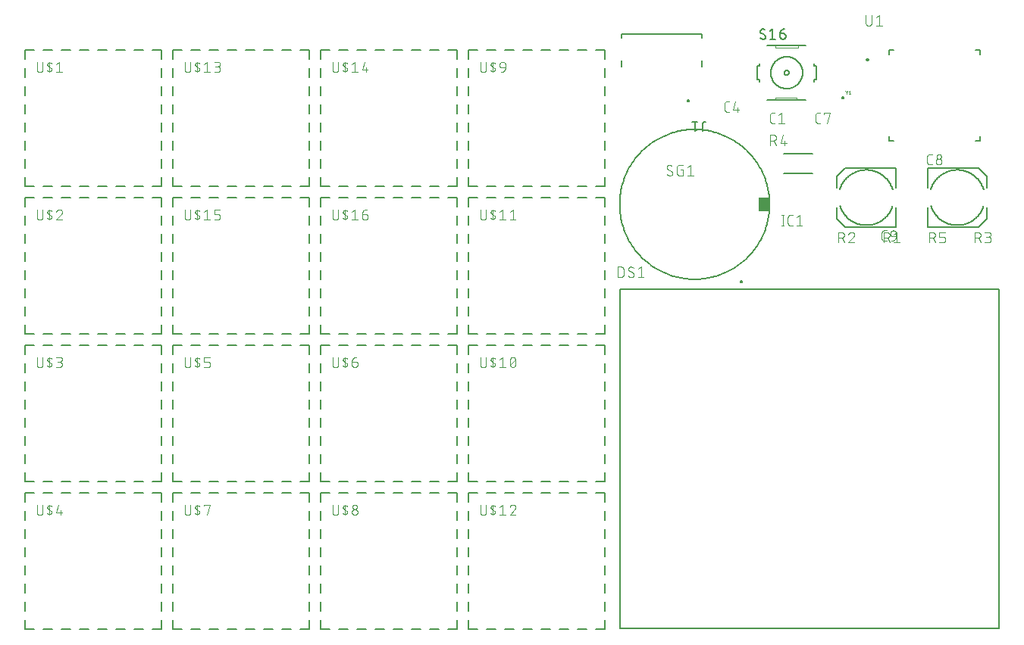
<source format=gbr>
G04 EAGLE Gerber RS-274X export*
G75*
%MOMM*%
%FSLAX34Y34*%
%LPD*%
%INSilkscreen Top*%
%IPPOS*%
%AMOC8*
5,1,8,0,0,1.08239X$1,22.5*%
G01*
%ADD10C,0.101600*%
%ADD11C,0.203200*%
%ADD12C,0.127000*%
%ADD13C,0.200000*%
%ADD14C,0.177800*%
%ADD15C,0.152400*%
%ADD16C,0.050800*%
%ADD17R,1.175000X1.600000*%
%ADD18C,0.025400*%


D10*
X901051Y578358D02*
X898454Y578358D01*
X898355Y578360D01*
X898255Y578366D01*
X898156Y578375D01*
X898058Y578388D01*
X897960Y578405D01*
X897862Y578426D01*
X897766Y578451D01*
X897671Y578479D01*
X897577Y578511D01*
X897484Y578546D01*
X897392Y578585D01*
X897302Y578628D01*
X897214Y578673D01*
X897127Y578723D01*
X897043Y578775D01*
X896960Y578831D01*
X896880Y578889D01*
X896802Y578951D01*
X896727Y579016D01*
X896654Y579084D01*
X896584Y579154D01*
X896516Y579227D01*
X896451Y579302D01*
X896389Y579380D01*
X896331Y579460D01*
X896275Y579543D01*
X896223Y579627D01*
X896173Y579714D01*
X896128Y579802D01*
X896085Y579892D01*
X896046Y579984D01*
X896011Y580077D01*
X895979Y580171D01*
X895951Y580266D01*
X895926Y580362D01*
X895905Y580460D01*
X895888Y580558D01*
X895875Y580656D01*
X895866Y580755D01*
X895860Y580855D01*
X895858Y580954D01*
X895858Y587446D01*
X895860Y587545D01*
X895866Y587645D01*
X895875Y587744D01*
X895888Y587842D01*
X895905Y587940D01*
X895926Y588038D01*
X895951Y588134D01*
X895979Y588229D01*
X896011Y588323D01*
X896046Y588416D01*
X896085Y588508D01*
X896128Y588598D01*
X896173Y588686D01*
X896223Y588773D01*
X896275Y588857D01*
X896331Y588940D01*
X896389Y589020D01*
X896451Y589098D01*
X896516Y589173D01*
X896584Y589246D01*
X896654Y589316D01*
X896727Y589384D01*
X896802Y589449D01*
X896880Y589511D01*
X896960Y589569D01*
X897043Y589625D01*
X897127Y589677D01*
X897214Y589727D01*
X897302Y589772D01*
X897392Y589815D01*
X897484Y589854D01*
X897576Y589889D01*
X897671Y589921D01*
X897766Y589949D01*
X897862Y589974D01*
X897960Y589995D01*
X898058Y590012D01*
X898156Y590025D01*
X898255Y590034D01*
X898355Y590040D01*
X898454Y590042D01*
X901051Y590042D01*
X905416Y587446D02*
X908662Y590042D01*
X908662Y578358D01*
X911907Y578358D02*
X905416Y578358D01*
X850251Y591058D02*
X847654Y591058D01*
X847555Y591060D01*
X847455Y591066D01*
X847356Y591075D01*
X847258Y591088D01*
X847160Y591105D01*
X847062Y591126D01*
X846966Y591151D01*
X846871Y591179D01*
X846777Y591211D01*
X846684Y591246D01*
X846592Y591285D01*
X846502Y591328D01*
X846414Y591373D01*
X846327Y591423D01*
X846243Y591475D01*
X846160Y591531D01*
X846080Y591589D01*
X846002Y591651D01*
X845927Y591716D01*
X845854Y591784D01*
X845784Y591854D01*
X845716Y591927D01*
X845651Y592002D01*
X845589Y592080D01*
X845531Y592160D01*
X845475Y592243D01*
X845423Y592327D01*
X845373Y592414D01*
X845328Y592502D01*
X845285Y592592D01*
X845246Y592684D01*
X845211Y592777D01*
X845179Y592871D01*
X845151Y592966D01*
X845126Y593062D01*
X845105Y593160D01*
X845088Y593258D01*
X845075Y593356D01*
X845066Y593455D01*
X845060Y593555D01*
X845058Y593654D01*
X845058Y600146D01*
X845060Y600245D01*
X845066Y600345D01*
X845075Y600444D01*
X845088Y600542D01*
X845105Y600640D01*
X845126Y600738D01*
X845151Y600834D01*
X845179Y600929D01*
X845211Y601023D01*
X845246Y601116D01*
X845285Y601208D01*
X845328Y601298D01*
X845373Y601386D01*
X845423Y601473D01*
X845475Y601557D01*
X845531Y601640D01*
X845589Y601720D01*
X845651Y601798D01*
X845716Y601873D01*
X845784Y601946D01*
X845854Y602016D01*
X845927Y602084D01*
X846002Y602149D01*
X846080Y602211D01*
X846160Y602269D01*
X846243Y602325D01*
X846327Y602377D01*
X846414Y602427D01*
X846502Y602472D01*
X846592Y602515D01*
X846684Y602554D01*
X846776Y602589D01*
X846871Y602621D01*
X846966Y602649D01*
X847062Y602674D01*
X847160Y602695D01*
X847258Y602712D01*
X847356Y602725D01*
X847455Y602734D01*
X847555Y602740D01*
X847654Y602742D01*
X850251Y602742D01*
X857213Y602742D02*
X854616Y593654D01*
X861107Y593654D01*
X859160Y596251D02*
X859160Y591058D01*
X949254Y578358D02*
X951851Y578358D01*
X949254Y578358D02*
X949155Y578360D01*
X949055Y578366D01*
X948956Y578375D01*
X948858Y578388D01*
X948760Y578405D01*
X948662Y578426D01*
X948566Y578451D01*
X948471Y578479D01*
X948377Y578511D01*
X948284Y578546D01*
X948192Y578585D01*
X948102Y578628D01*
X948014Y578673D01*
X947927Y578723D01*
X947843Y578775D01*
X947760Y578831D01*
X947680Y578889D01*
X947602Y578951D01*
X947527Y579016D01*
X947454Y579084D01*
X947384Y579154D01*
X947316Y579227D01*
X947251Y579302D01*
X947189Y579380D01*
X947131Y579460D01*
X947075Y579543D01*
X947023Y579627D01*
X946973Y579714D01*
X946928Y579802D01*
X946885Y579892D01*
X946846Y579984D01*
X946811Y580077D01*
X946779Y580171D01*
X946751Y580266D01*
X946726Y580362D01*
X946705Y580460D01*
X946688Y580558D01*
X946675Y580656D01*
X946666Y580755D01*
X946660Y580855D01*
X946658Y580954D01*
X946658Y587446D01*
X946660Y587545D01*
X946666Y587645D01*
X946675Y587744D01*
X946688Y587842D01*
X946705Y587940D01*
X946726Y588038D01*
X946751Y588134D01*
X946779Y588229D01*
X946811Y588323D01*
X946846Y588416D01*
X946885Y588508D01*
X946928Y588598D01*
X946973Y588686D01*
X947023Y588773D01*
X947075Y588857D01*
X947131Y588940D01*
X947189Y589020D01*
X947251Y589098D01*
X947316Y589173D01*
X947384Y589246D01*
X947454Y589316D01*
X947527Y589384D01*
X947602Y589449D01*
X947680Y589511D01*
X947760Y589569D01*
X947843Y589625D01*
X947927Y589677D01*
X948014Y589727D01*
X948102Y589772D01*
X948192Y589815D01*
X948284Y589854D01*
X948376Y589889D01*
X948471Y589921D01*
X948566Y589949D01*
X948662Y589974D01*
X948760Y589995D01*
X948858Y590012D01*
X948956Y590025D01*
X949055Y590034D01*
X949155Y590040D01*
X949254Y590042D01*
X951851Y590042D01*
X956216Y590042D02*
X956216Y588744D01*
X956216Y590042D02*
X962707Y590042D01*
X959462Y578358D01*
D11*
X1071900Y462300D02*
X1128900Y462300D01*
X1071900Y462300D02*
X1071900Y484300D01*
X1071900Y506300D02*
X1071900Y528300D01*
X1128900Y528300D01*
X1137900Y519300D02*
X1137900Y506300D01*
X1137900Y484300D02*
X1137900Y471300D01*
X1128900Y462300D01*
X1137900Y519300D02*
X1128900Y528300D01*
X1134399Y485800D02*
X1134159Y485086D01*
X1133902Y484378D01*
X1133627Y483677D01*
X1133335Y482982D01*
X1133027Y482295D01*
X1132702Y481616D01*
X1132360Y480944D01*
X1132002Y480282D01*
X1131628Y479628D01*
X1131239Y478983D01*
X1130833Y478348D01*
X1130413Y477723D01*
X1129977Y477109D01*
X1129526Y476505D01*
X1129061Y475913D01*
X1128582Y475332D01*
X1128088Y474763D01*
X1127581Y474206D01*
X1127060Y473661D01*
X1126527Y473130D01*
X1125980Y472611D01*
X1125421Y472107D01*
X1124850Y471615D01*
X1124267Y471138D01*
X1123673Y470676D01*
X1123067Y470227D01*
X1122451Y469794D01*
X1121825Y469376D01*
X1121188Y468973D01*
X1120542Y468586D01*
X1119887Y468215D01*
X1119222Y467860D01*
X1118550Y467521D01*
X1117869Y467199D01*
X1117180Y466893D01*
X1116485Y466604D01*
X1115782Y466332D01*
X1115073Y466078D01*
X1114358Y465840D01*
X1113638Y465621D01*
X1112912Y465418D01*
X1112182Y465234D01*
X1111447Y465067D01*
X1110709Y464919D01*
X1109967Y464788D01*
X1109222Y464676D01*
X1108475Y464581D01*
X1107725Y464505D01*
X1106974Y464448D01*
X1106222Y464408D01*
X1105469Y464387D01*
X1104716Y464384D01*
X1103963Y464400D01*
X1103210Y464434D01*
X1102459Y464486D01*
X1101709Y464556D01*
X1100961Y464645D01*
X1100215Y464752D01*
X1099473Y464877D01*
X1098733Y465020D01*
X1097997Y465181D01*
X1097266Y465360D01*
X1096538Y465557D01*
X1095816Y465772D01*
X1095100Y466004D01*
X1094389Y466253D01*
X1093684Y466520D01*
X1092987Y466803D01*
X1092296Y467104D01*
X1091613Y467421D01*
X1090938Y467755D01*
X1090271Y468105D01*
X1089613Y468472D01*
X1088964Y468854D01*
X1088324Y469252D01*
X1087694Y469665D01*
X1087075Y470094D01*
X1086466Y470538D01*
X1085868Y470996D01*
X1085282Y471469D01*
X1084707Y471956D01*
X1084145Y472456D01*
X1083594Y472971D01*
X1083057Y473498D01*
X1082532Y474039D01*
X1082021Y474592D01*
X1081523Y475157D01*
X1081039Y475735D01*
X1080570Y476324D01*
X1080115Y476924D01*
X1079674Y477535D01*
X1079249Y478157D01*
X1078839Y478789D01*
X1078445Y479430D01*
X1078066Y480082D01*
X1077703Y480742D01*
X1077357Y481411D01*
X1077026Y482088D01*
X1076713Y482772D01*
X1076416Y483465D01*
X1076136Y484164D01*
X1075873Y484870D01*
X1075628Y485582D01*
X1075400Y486300D01*
X1075401Y504800D02*
X1075641Y505514D01*
X1075898Y506222D01*
X1076173Y506923D01*
X1076465Y507618D01*
X1076773Y508305D01*
X1077098Y508984D01*
X1077440Y509656D01*
X1077798Y510318D01*
X1078172Y510972D01*
X1078561Y511617D01*
X1078967Y512252D01*
X1079387Y512877D01*
X1079823Y513491D01*
X1080274Y514095D01*
X1080739Y514687D01*
X1081218Y515268D01*
X1081712Y515837D01*
X1082219Y516394D01*
X1082740Y516939D01*
X1083273Y517470D01*
X1083820Y517989D01*
X1084379Y518493D01*
X1084950Y518985D01*
X1085533Y519462D01*
X1086127Y519924D01*
X1086733Y520373D01*
X1087349Y520806D01*
X1087975Y521224D01*
X1088612Y521627D01*
X1089258Y522014D01*
X1089913Y522385D01*
X1090578Y522740D01*
X1091250Y523079D01*
X1091931Y523401D01*
X1092620Y523707D01*
X1093315Y523996D01*
X1094018Y524268D01*
X1094727Y524522D01*
X1095442Y524760D01*
X1096162Y524979D01*
X1096888Y525182D01*
X1097618Y525366D01*
X1098353Y525533D01*
X1099091Y525681D01*
X1099833Y525812D01*
X1100578Y525924D01*
X1101325Y526019D01*
X1102075Y526095D01*
X1102826Y526152D01*
X1103578Y526192D01*
X1104331Y526213D01*
X1105084Y526216D01*
X1105837Y526200D01*
X1106590Y526166D01*
X1107341Y526114D01*
X1108091Y526044D01*
X1108839Y525955D01*
X1109585Y525848D01*
X1110327Y525723D01*
X1111067Y525580D01*
X1111803Y525419D01*
X1112534Y525240D01*
X1113262Y525043D01*
X1113984Y524828D01*
X1114700Y524596D01*
X1115411Y524347D01*
X1116116Y524080D01*
X1116813Y523797D01*
X1117504Y523496D01*
X1118187Y523179D01*
X1118862Y522845D01*
X1119529Y522495D01*
X1120187Y522128D01*
X1120836Y521746D01*
X1121476Y521348D01*
X1122106Y520935D01*
X1122725Y520506D01*
X1123334Y520062D01*
X1123932Y519604D01*
X1124518Y519131D01*
X1125093Y518644D01*
X1125655Y518144D01*
X1126206Y517629D01*
X1126743Y517102D01*
X1127268Y516561D01*
X1127779Y516008D01*
X1128277Y515443D01*
X1128761Y514865D01*
X1129230Y514276D01*
X1129685Y513676D01*
X1130126Y513065D01*
X1130551Y512443D01*
X1130961Y511811D01*
X1131355Y511170D01*
X1131734Y510518D01*
X1132097Y509858D01*
X1132443Y509189D01*
X1132774Y508512D01*
X1133087Y507828D01*
X1133384Y507135D01*
X1133664Y506436D01*
X1133927Y505730D01*
X1134172Y505018D01*
X1134400Y504300D01*
D10*
X1076701Y532108D02*
X1074104Y532108D01*
X1074005Y532110D01*
X1073905Y532116D01*
X1073806Y532125D01*
X1073708Y532138D01*
X1073610Y532155D01*
X1073512Y532176D01*
X1073416Y532201D01*
X1073321Y532229D01*
X1073227Y532261D01*
X1073134Y532296D01*
X1073042Y532335D01*
X1072952Y532378D01*
X1072864Y532423D01*
X1072777Y532473D01*
X1072693Y532525D01*
X1072610Y532581D01*
X1072530Y532639D01*
X1072452Y532701D01*
X1072377Y532766D01*
X1072304Y532834D01*
X1072234Y532904D01*
X1072166Y532977D01*
X1072101Y533052D01*
X1072039Y533130D01*
X1071981Y533210D01*
X1071925Y533293D01*
X1071873Y533377D01*
X1071823Y533464D01*
X1071778Y533552D01*
X1071735Y533642D01*
X1071696Y533734D01*
X1071661Y533827D01*
X1071629Y533921D01*
X1071601Y534016D01*
X1071576Y534112D01*
X1071555Y534210D01*
X1071538Y534308D01*
X1071525Y534406D01*
X1071516Y534505D01*
X1071510Y534605D01*
X1071508Y534704D01*
X1071508Y541196D01*
X1071510Y541295D01*
X1071516Y541395D01*
X1071525Y541494D01*
X1071538Y541592D01*
X1071555Y541690D01*
X1071576Y541788D01*
X1071601Y541884D01*
X1071629Y541979D01*
X1071661Y542073D01*
X1071696Y542166D01*
X1071735Y542258D01*
X1071778Y542348D01*
X1071823Y542436D01*
X1071873Y542523D01*
X1071925Y542607D01*
X1071981Y542690D01*
X1072039Y542770D01*
X1072101Y542848D01*
X1072166Y542923D01*
X1072234Y542996D01*
X1072304Y543066D01*
X1072377Y543134D01*
X1072452Y543199D01*
X1072530Y543261D01*
X1072610Y543319D01*
X1072693Y543375D01*
X1072777Y543427D01*
X1072864Y543477D01*
X1072952Y543522D01*
X1073042Y543565D01*
X1073134Y543604D01*
X1073226Y543639D01*
X1073321Y543671D01*
X1073416Y543699D01*
X1073512Y543724D01*
X1073610Y543745D01*
X1073708Y543762D01*
X1073806Y543775D01*
X1073905Y543784D01*
X1074005Y543790D01*
X1074104Y543792D01*
X1076701Y543792D01*
X1081066Y535354D02*
X1081068Y535467D01*
X1081074Y535580D01*
X1081084Y535693D01*
X1081098Y535806D01*
X1081115Y535918D01*
X1081137Y536029D01*
X1081162Y536139D01*
X1081192Y536249D01*
X1081225Y536357D01*
X1081262Y536464D01*
X1081302Y536570D01*
X1081347Y536674D01*
X1081395Y536777D01*
X1081446Y536878D01*
X1081501Y536977D01*
X1081559Y537074D01*
X1081621Y537169D01*
X1081686Y537262D01*
X1081754Y537352D01*
X1081825Y537440D01*
X1081900Y537526D01*
X1081977Y537609D01*
X1082057Y537689D01*
X1082140Y537766D01*
X1082226Y537841D01*
X1082314Y537912D01*
X1082404Y537980D01*
X1082497Y538045D01*
X1082592Y538107D01*
X1082689Y538165D01*
X1082788Y538220D01*
X1082889Y538271D01*
X1082992Y538319D01*
X1083096Y538364D01*
X1083202Y538404D01*
X1083309Y538441D01*
X1083417Y538474D01*
X1083527Y538504D01*
X1083637Y538529D01*
X1083748Y538551D01*
X1083860Y538568D01*
X1083973Y538582D01*
X1084086Y538592D01*
X1084199Y538598D01*
X1084312Y538600D01*
X1084425Y538598D01*
X1084538Y538592D01*
X1084651Y538582D01*
X1084764Y538568D01*
X1084876Y538551D01*
X1084987Y538529D01*
X1085097Y538504D01*
X1085207Y538474D01*
X1085315Y538441D01*
X1085422Y538404D01*
X1085528Y538364D01*
X1085632Y538319D01*
X1085735Y538271D01*
X1085836Y538220D01*
X1085935Y538165D01*
X1086032Y538107D01*
X1086127Y538045D01*
X1086220Y537980D01*
X1086310Y537912D01*
X1086398Y537841D01*
X1086484Y537766D01*
X1086567Y537689D01*
X1086647Y537609D01*
X1086724Y537526D01*
X1086799Y537440D01*
X1086870Y537352D01*
X1086938Y537262D01*
X1087003Y537169D01*
X1087065Y537074D01*
X1087123Y536977D01*
X1087178Y536878D01*
X1087229Y536777D01*
X1087277Y536674D01*
X1087322Y536570D01*
X1087362Y536464D01*
X1087399Y536357D01*
X1087432Y536249D01*
X1087462Y536139D01*
X1087487Y536029D01*
X1087509Y535918D01*
X1087526Y535806D01*
X1087540Y535693D01*
X1087550Y535580D01*
X1087556Y535467D01*
X1087558Y535354D01*
X1087556Y535241D01*
X1087550Y535128D01*
X1087540Y535015D01*
X1087526Y534902D01*
X1087509Y534790D01*
X1087487Y534679D01*
X1087462Y534569D01*
X1087432Y534459D01*
X1087399Y534351D01*
X1087362Y534244D01*
X1087322Y534138D01*
X1087277Y534034D01*
X1087229Y533931D01*
X1087178Y533830D01*
X1087123Y533731D01*
X1087065Y533634D01*
X1087003Y533539D01*
X1086938Y533446D01*
X1086870Y533356D01*
X1086799Y533268D01*
X1086724Y533182D01*
X1086647Y533099D01*
X1086567Y533019D01*
X1086484Y532942D01*
X1086398Y532867D01*
X1086310Y532796D01*
X1086220Y532728D01*
X1086127Y532663D01*
X1086032Y532601D01*
X1085935Y532543D01*
X1085836Y532488D01*
X1085735Y532437D01*
X1085632Y532389D01*
X1085528Y532344D01*
X1085422Y532304D01*
X1085315Y532267D01*
X1085207Y532234D01*
X1085097Y532204D01*
X1084987Y532179D01*
X1084876Y532157D01*
X1084764Y532140D01*
X1084651Y532126D01*
X1084538Y532116D01*
X1084425Y532110D01*
X1084312Y532108D01*
X1084199Y532110D01*
X1084086Y532116D01*
X1083973Y532126D01*
X1083860Y532140D01*
X1083748Y532157D01*
X1083637Y532179D01*
X1083527Y532204D01*
X1083417Y532234D01*
X1083309Y532267D01*
X1083202Y532304D01*
X1083096Y532344D01*
X1082992Y532389D01*
X1082889Y532437D01*
X1082788Y532488D01*
X1082689Y532543D01*
X1082592Y532601D01*
X1082497Y532663D01*
X1082404Y532728D01*
X1082314Y532796D01*
X1082226Y532867D01*
X1082140Y532942D01*
X1082057Y533019D01*
X1081977Y533099D01*
X1081900Y533182D01*
X1081825Y533268D01*
X1081754Y533356D01*
X1081686Y533446D01*
X1081621Y533539D01*
X1081559Y533634D01*
X1081501Y533731D01*
X1081446Y533830D01*
X1081395Y533931D01*
X1081347Y534034D01*
X1081302Y534138D01*
X1081262Y534244D01*
X1081225Y534351D01*
X1081192Y534459D01*
X1081162Y534569D01*
X1081137Y534679D01*
X1081115Y534790D01*
X1081098Y534902D01*
X1081084Y535015D01*
X1081074Y535128D01*
X1081068Y535241D01*
X1081066Y535354D01*
X1081716Y541196D02*
X1081718Y541297D01*
X1081724Y541397D01*
X1081734Y541497D01*
X1081747Y541597D01*
X1081765Y541696D01*
X1081786Y541795D01*
X1081811Y541892D01*
X1081840Y541989D01*
X1081873Y542084D01*
X1081909Y542178D01*
X1081949Y542270D01*
X1081992Y542361D01*
X1082039Y542450D01*
X1082089Y542537D01*
X1082143Y542623D01*
X1082200Y542706D01*
X1082260Y542786D01*
X1082323Y542865D01*
X1082390Y542941D01*
X1082459Y543014D01*
X1082531Y543084D01*
X1082605Y543152D01*
X1082682Y543217D01*
X1082762Y543278D01*
X1082844Y543337D01*
X1082928Y543392D01*
X1083014Y543444D01*
X1083102Y543493D01*
X1083192Y543538D01*
X1083284Y543580D01*
X1083377Y543618D01*
X1083472Y543652D01*
X1083567Y543683D01*
X1083664Y543710D01*
X1083762Y543733D01*
X1083861Y543753D01*
X1083961Y543768D01*
X1084061Y543780D01*
X1084161Y543788D01*
X1084262Y543792D01*
X1084362Y543792D01*
X1084463Y543788D01*
X1084563Y543780D01*
X1084663Y543768D01*
X1084763Y543753D01*
X1084862Y543733D01*
X1084960Y543710D01*
X1085057Y543683D01*
X1085152Y543652D01*
X1085247Y543618D01*
X1085340Y543580D01*
X1085432Y543538D01*
X1085522Y543493D01*
X1085610Y543444D01*
X1085696Y543392D01*
X1085780Y543337D01*
X1085862Y543278D01*
X1085942Y543217D01*
X1086019Y543152D01*
X1086093Y543084D01*
X1086165Y543014D01*
X1086234Y542941D01*
X1086301Y542865D01*
X1086364Y542786D01*
X1086424Y542706D01*
X1086481Y542623D01*
X1086535Y542537D01*
X1086585Y542450D01*
X1086632Y542361D01*
X1086675Y542270D01*
X1086715Y542178D01*
X1086751Y542084D01*
X1086784Y541989D01*
X1086813Y541892D01*
X1086838Y541795D01*
X1086859Y541696D01*
X1086877Y541597D01*
X1086890Y541497D01*
X1086900Y541397D01*
X1086906Y541297D01*
X1086908Y541196D01*
X1086906Y541095D01*
X1086900Y540995D01*
X1086890Y540895D01*
X1086877Y540795D01*
X1086859Y540696D01*
X1086838Y540597D01*
X1086813Y540500D01*
X1086784Y540403D01*
X1086751Y540308D01*
X1086715Y540214D01*
X1086675Y540122D01*
X1086632Y540031D01*
X1086585Y539942D01*
X1086535Y539855D01*
X1086481Y539769D01*
X1086424Y539686D01*
X1086364Y539606D01*
X1086301Y539527D01*
X1086234Y539451D01*
X1086165Y539378D01*
X1086093Y539308D01*
X1086019Y539240D01*
X1085942Y539175D01*
X1085862Y539114D01*
X1085780Y539055D01*
X1085696Y539000D01*
X1085610Y538948D01*
X1085522Y538899D01*
X1085432Y538854D01*
X1085340Y538812D01*
X1085247Y538774D01*
X1085152Y538740D01*
X1085057Y538709D01*
X1084960Y538682D01*
X1084862Y538659D01*
X1084763Y538639D01*
X1084663Y538624D01*
X1084563Y538612D01*
X1084463Y538604D01*
X1084362Y538600D01*
X1084262Y538600D01*
X1084161Y538604D01*
X1084061Y538612D01*
X1083961Y538624D01*
X1083861Y538639D01*
X1083762Y538659D01*
X1083664Y538682D01*
X1083567Y538709D01*
X1083472Y538740D01*
X1083377Y538774D01*
X1083284Y538812D01*
X1083192Y538854D01*
X1083102Y538899D01*
X1083014Y538948D01*
X1082928Y539000D01*
X1082844Y539055D01*
X1082762Y539114D01*
X1082682Y539175D01*
X1082605Y539240D01*
X1082531Y539308D01*
X1082459Y539378D01*
X1082390Y539451D01*
X1082323Y539527D01*
X1082260Y539606D01*
X1082200Y539686D01*
X1082143Y539769D01*
X1082089Y539855D01*
X1082039Y539942D01*
X1081992Y540031D01*
X1081949Y540122D01*
X1081909Y540214D01*
X1081873Y540308D01*
X1081840Y540403D01*
X1081811Y540500D01*
X1081786Y540597D01*
X1081765Y540696D01*
X1081747Y540795D01*
X1081734Y540895D01*
X1081724Y540995D01*
X1081718Y541095D01*
X1081716Y541196D01*
D11*
X1036300Y528300D02*
X979300Y528300D01*
X1036300Y528300D02*
X1036300Y506300D01*
X1036300Y484300D02*
X1036300Y462300D01*
X979300Y462300D01*
X970300Y471300D02*
X970300Y484300D01*
X970300Y506300D02*
X970300Y519300D01*
X979300Y528300D01*
X970300Y471300D02*
X979300Y462300D01*
X973801Y504800D02*
X974041Y505514D01*
X974298Y506222D01*
X974573Y506923D01*
X974865Y507618D01*
X975173Y508305D01*
X975498Y508984D01*
X975840Y509656D01*
X976198Y510318D01*
X976572Y510972D01*
X976961Y511617D01*
X977367Y512252D01*
X977787Y512877D01*
X978223Y513491D01*
X978674Y514095D01*
X979139Y514687D01*
X979618Y515268D01*
X980112Y515837D01*
X980619Y516394D01*
X981140Y516939D01*
X981673Y517470D01*
X982220Y517989D01*
X982779Y518493D01*
X983350Y518985D01*
X983933Y519462D01*
X984527Y519924D01*
X985133Y520373D01*
X985749Y520806D01*
X986375Y521224D01*
X987012Y521627D01*
X987658Y522014D01*
X988313Y522385D01*
X988978Y522740D01*
X989650Y523079D01*
X990331Y523401D01*
X991020Y523707D01*
X991715Y523996D01*
X992418Y524268D01*
X993127Y524522D01*
X993842Y524760D01*
X994562Y524979D01*
X995288Y525182D01*
X996018Y525366D01*
X996753Y525533D01*
X997491Y525681D01*
X998233Y525812D01*
X998978Y525924D01*
X999725Y526019D01*
X1000475Y526095D01*
X1001226Y526152D01*
X1001978Y526192D01*
X1002731Y526213D01*
X1003484Y526216D01*
X1004237Y526200D01*
X1004990Y526166D01*
X1005741Y526114D01*
X1006491Y526044D01*
X1007239Y525955D01*
X1007985Y525848D01*
X1008727Y525723D01*
X1009467Y525580D01*
X1010203Y525419D01*
X1010934Y525240D01*
X1011662Y525043D01*
X1012384Y524828D01*
X1013100Y524596D01*
X1013811Y524347D01*
X1014516Y524080D01*
X1015213Y523797D01*
X1015904Y523496D01*
X1016587Y523179D01*
X1017262Y522845D01*
X1017929Y522495D01*
X1018587Y522128D01*
X1019236Y521746D01*
X1019876Y521348D01*
X1020506Y520935D01*
X1021125Y520506D01*
X1021734Y520062D01*
X1022332Y519604D01*
X1022918Y519131D01*
X1023493Y518644D01*
X1024055Y518144D01*
X1024606Y517629D01*
X1025143Y517102D01*
X1025668Y516561D01*
X1026179Y516008D01*
X1026677Y515443D01*
X1027161Y514865D01*
X1027630Y514276D01*
X1028085Y513676D01*
X1028526Y513065D01*
X1028951Y512443D01*
X1029361Y511811D01*
X1029755Y511170D01*
X1030134Y510518D01*
X1030497Y509858D01*
X1030843Y509189D01*
X1031174Y508512D01*
X1031487Y507828D01*
X1031784Y507135D01*
X1032064Y506436D01*
X1032327Y505730D01*
X1032572Y505018D01*
X1032800Y504300D01*
X1032799Y485800D02*
X1032559Y485086D01*
X1032302Y484378D01*
X1032027Y483677D01*
X1031735Y482982D01*
X1031427Y482295D01*
X1031102Y481616D01*
X1030760Y480944D01*
X1030402Y480282D01*
X1030028Y479628D01*
X1029639Y478983D01*
X1029233Y478348D01*
X1028813Y477723D01*
X1028377Y477109D01*
X1027926Y476505D01*
X1027461Y475913D01*
X1026982Y475332D01*
X1026488Y474763D01*
X1025981Y474206D01*
X1025460Y473661D01*
X1024927Y473130D01*
X1024380Y472611D01*
X1023821Y472107D01*
X1023250Y471615D01*
X1022667Y471138D01*
X1022073Y470676D01*
X1021467Y470227D01*
X1020851Y469794D01*
X1020225Y469376D01*
X1019588Y468973D01*
X1018942Y468586D01*
X1018287Y468215D01*
X1017622Y467860D01*
X1016950Y467521D01*
X1016269Y467199D01*
X1015580Y466893D01*
X1014885Y466604D01*
X1014182Y466332D01*
X1013473Y466078D01*
X1012758Y465840D01*
X1012038Y465621D01*
X1011312Y465418D01*
X1010582Y465234D01*
X1009847Y465067D01*
X1009109Y464919D01*
X1008367Y464788D01*
X1007622Y464676D01*
X1006875Y464581D01*
X1006125Y464505D01*
X1005374Y464448D01*
X1004622Y464408D01*
X1003869Y464387D01*
X1003116Y464384D01*
X1002363Y464400D01*
X1001610Y464434D01*
X1000859Y464486D01*
X1000109Y464556D01*
X999361Y464645D01*
X998615Y464752D01*
X997873Y464877D01*
X997133Y465020D01*
X996397Y465181D01*
X995666Y465360D01*
X994938Y465557D01*
X994216Y465772D01*
X993500Y466004D01*
X992789Y466253D01*
X992084Y466520D01*
X991387Y466803D01*
X990696Y467104D01*
X990013Y467421D01*
X989338Y467755D01*
X988671Y468105D01*
X988013Y468472D01*
X987364Y468854D01*
X986724Y469252D01*
X986094Y469665D01*
X985475Y470094D01*
X984866Y470538D01*
X984268Y470996D01*
X983682Y471469D01*
X983107Y471956D01*
X982545Y472456D01*
X981994Y472971D01*
X981457Y473498D01*
X980932Y474039D01*
X980421Y474592D01*
X979923Y475157D01*
X979439Y475735D01*
X978970Y476324D01*
X978515Y476924D01*
X978074Y477535D01*
X977649Y478157D01*
X977239Y478789D01*
X976845Y479430D01*
X976466Y480082D01*
X976103Y480742D01*
X975757Y481411D01*
X975426Y482088D01*
X975113Y482772D01*
X974816Y483465D01*
X974536Y484164D01*
X974273Y484870D01*
X974028Y485582D01*
X973800Y486300D01*
D10*
X1023239Y446808D02*
X1025836Y446808D01*
X1023239Y446808D02*
X1023140Y446810D01*
X1023040Y446816D01*
X1022941Y446825D01*
X1022843Y446838D01*
X1022745Y446855D01*
X1022647Y446876D01*
X1022551Y446901D01*
X1022456Y446929D01*
X1022362Y446961D01*
X1022269Y446996D01*
X1022177Y447035D01*
X1022087Y447078D01*
X1021999Y447123D01*
X1021912Y447173D01*
X1021828Y447225D01*
X1021745Y447281D01*
X1021665Y447339D01*
X1021587Y447401D01*
X1021512Y447466D01*
X1021439Y447534D01*
X1021369Y447604D01*
X1021301Y447677D01*
X1021236Y447752D01*
X1021174Y447830D01*
X1021116Y447910D01*
X1021060Y447993D01*
X1021008Y448077D01*
X1020958Y448164D01*
X1020913Y448252D01*
X1020870Y448342D01*
X1020831Y448434D01*
X1020796Y448527D01*
X1020764Y448621D01*
X1020736Y448716D01*
X1020711Y448812D01*
X1020690Y448910D01*
X1020673Y449008D01*
X1020660Y449106D01*
X1020651Y449205D01*
X1020645Y449305D01*
X1020643Y449404D01*
X1020643Y455896D01*
X1020645Y455995D01*
X1020651Y456095D01*
X1020660Y456194D01*
X1020673Y456292D01*
X1020690Y456390D01*
X1020711Y456488D01*
X1020736Y456584D01*
X1020764Y456679D01*
X1020796Y456773D01*
X1020831Y456866D01*
X1020870Y456958D01*
X1020913Y457048D01*
X1020958Y457136D01*
X1021008Y457223D01*
X1021060Y457307D01*
X1021116Y457390D01*
X1021174Y457470D01*
X1021236Y457548D01*
X1021301Y457623D01*
X1021369Y457696D01*
X1021439Y457766D01*
X1021512Y457834D01*
X1021587Y457899D01*
X1021665Y457961D01*
X1021745Y458019D01*
X1021828Y458075D01*
X1021912Y458127D01*
X1021999Y458177D01*
X1022087Y458222D01*
X1022177Y458265D01*
X1022269Y458304D01*
X1022361Y458339D01*
X1022456Y458371D01*
X1022551Y458399D01*
X1022647Y458424D01*
X1022745Y458445D01*
X1022843Y458462D01*
X1022941Y458475D01*
X1023040Y458484D01*
X1023140Y458490D01*
X1023239Y458492D01*
X1025836Y458492D01*
X1032797Y452001D02*
X1036692Y452001D01*
X1032797Y452001D02*
X1032698Y452003D01*
X1032598Y452009D01*
X1032499Y452018D01*
X1032401Y452031D01*
X1032303Y452048D01*
X1032205Y452069D01*
X1032109Y452094D01*
X1032014Y452122D01*
X1031920Y452154D01*
X1031827Y452189D01*
X1031735Y452228D01*
X1031645Y452271D01*
X1031557Y452316D01*
X1031470Y452366D01*
X1031386Y452418D01*
X1031303Y452474D01*
X1031223Y452532D01*
X1031145Y452594D01*
X1031070Y452659D01*
X1030997Y452727D01*
X1030927Y452797D01*
X1030859Y452870D01*
X1030794Y452945D01*
X1030732Y453023D01*
X1030674Y453103D01*
X1030618Y453186D01*
X1030566Y453270D01*
X1030516Y453357D01*
X1030471Y453445D01*
X1030428Y453535D01*
X1030389Y453627D01*
X1030354Y453720D01*
X1030322Y453814D01*
X1030294Y453909D01*
X1030269Y454005D01*
X1030248Y454103D01*
X1030231Y454201D01*
X1030218Y454299D01*
X1030209Y454398D01*
X1030203Y454498D01*
X1030201Y454597D01*
X1030201Y455246D01*
X1030200Y455246D02*
X1030202Y455359D01*
X1030208Y455472D01*
X1030218Y455585D01*
X1030232Y455698D01*
X1030249Y455810D01*
X1030271Y455921D01*
X1030296Y456031D01*
X1030326Y456141D01*
X1030359Y456249D01*
X1030396Y456356D01*
X1030436Y456462D01*
X1030481Y456566D01*
X1030529Y456669D01*
X1030580Y456770D01*
X1030635Y456869D01*
X1030693Y456966D01*
X1030755Y457061D01*
X1030820Y457154D01*
X1030888Y457244D01*
X1030959Y457332D01*
X1031034Y457418D01*
X1031111Y457501D01*
X1031191Y457581D01*
X1031274Y457658D01*
X1031360Y457733D01*
X1031448Y457804D01*
X1031538Y457872D01*
X1031631Y457937D01*
X1031726Y457999D01*
X1031823Y458057D01*
X1031922Y458112D01*
X1032023Y458163D01*
X1032126Y458211D01*
X1032230Y458256D01*
X1032336Y458296D01*
X1032443Y458333D01*
X1032551Y458366D01*
X1032661Y458396D01*
X1032771Y458421D01*
X1032882Y458443D01*
X1032994Y458460D01*
X1033107Y458474D01*
X1033220Y458484D01*
X1033333Y458490D01*
X1033446Y458492D01*
X1033559Y458490D01*
X1033672Y458484D01*
X1033785Y458474D01*
X1033898Y458460D01*
X1034010Y458443D01*
X1034121Y458421D01*
X1034231Y458396D01*
X1034341Y458366D01*
X1034449Y458333D01*
X1034556Y458296D01*
X1034662Y458256D01*
X1034766Y458211D01*
X1034869Y458163D01*
X1034970Y458112D01*
X1035069Y458057D01*
X1035166Y457999D01*
X1035261Y457937D01*
X1035354Y457872D01*
X1035444Y457804D01*
X1035532Y457733D01*
X1035618Y457658D01*
X1035701Y457581D01*
X1035781Y457501D01*
X1035858Y457418D01*
X1035933Y457332D01*
X1036004Y457244D01*
X1036072Y457154D01*
X1036137Y457061D01*
X1036199Y456966D01*
X1036257Y456869D01*
X1036312Y456770D01*
X1036363Y456669D01*
X1036411Y456566D01*
X1036456Y456462D01*
X1036496Y456356D01*
X1036533Y456249D01*
X1036566Y456141D01*
X1036596Y456031D01*
X1036621Y455921D01*
X1036643Y455810D01*
X1036660Y455698D01*
X1036674Y455585D01*
X1036684Y455472D01*
X1036690Y455359D01*
X1036692Y455246D01*
X1036692Y452001D01*
X1036690Y451858D01*
X1036684Y451715D01*
X1036674Y451572D01*
X1036660Y451430D01*
X1036643Y451288D01*
X1036621Y451146D01*
X1036596Y451005D01*
X1036566Y450865D01*
X1036533Y450726D01*
X1036496Y450588D01*
X1036455Y450451D01*
X1036411Y450315D01*
X1036362Y450180D01*
X1036310Y450047D01*
X1036255Y449915D01*
X1036195Y449785D01*
X1036132Y449656D01*
X1036066Y449529D01*
X1035996Y449404D01*
X1035923Y449282D01*
X1035846Y449161D01*
X1035766Y449042D01*
X1035683Y448926D01*
X1035597Y448811D01*
X1035508Y448700D01*
X1035415Y448590D01*
X1035320Y448484D01*
X1035221Y448380D01*
X1035120Y448279D01*
X1035016Y448180D01*
X1034910Y448085D01*
X1034800Y447992D01*
X1034689Y447903D01*
X1034574Y447817D01*
X1034458Y447734D01*
X1034339Y447654D01*
X1034218Y447577D01*
X1034096Y447504D01*
X1033971Y447434D01*
X1033844Y447368D01*
X1033715Y447305D01*
X1033585Y447245D01*
X1033453Y447190D01*
X1033320Y447138D01*
X1033185Y447089D01*
X1033049Y447045D01*
X1032912Y447004D01*
X1032774Y446967D01*
X1032635Y446934D01*
X1032495Y446904D01*
X1032354Y446879D01*
X1032212Y446857D01*
X1032070Y446840D01*
X1031928Y446826D01*
X1031785Y446816D01*
X1031642Y446810D01*
X1031499Y446808D01*
D12*
X1151800Y393200D02*
X727800Y393200D01*
X1151800Y393200D02*
X1151800Y13200D01*
X727800Y13200D01*
X727800Y393200D01*
D13*
X862600Y401140D02*
X862602Y401203D01*
X862608Y401265D01*
X862618Y401327D01*
X862631Y401389D01*
X862649Y401449D01*
X862670Y401508D01*
X862695Y401566D01*
X862724Y401622D01*
X862756Y401676D01*
X862791Y401728D01*
X862829Y401777D01*
X862871Y401825D01*
X862915Y401869D01*
X862963Y401911D01*
X863012Y401949D01*
X863064Y401984D01*
X863118Y402016D01*
X863174Y402045D01*
X863232Y402070D01*
X863291Y402091D01*
X863351Y402109D01*
X863413Y402122D01*
X863475Y402132D01*
X863537Y402138D01*
X863600Y402140D01*
X863663Y402138D01*
X863725Y402132D01*
X863787Y402122D01*
X863849Y402109D01*
X863909Y402091D01*
X863968Y402070D01*
X864026Y402045D01*
X864082Y402016D01*
X864136Y401984D01*
X864188Y401949D01*
X864237Y401911D01*
X864285Y401869D01*
X864329Y401825D01*
X864371Y401777D01*
X864409Y401728D01*
X864444Y401676D01*
X864476Y401622D01*
X864505Y401566D01*
X864530Y401508D01*
X864551Y401449D01*
X864569Y401389D01*
X864582Y401327D01*
X864592Y401265D01*
X864598Y401203D01*
X864600Y401140D01*
X864598Y401077D01*
X864592Y401015D01*
X864582Y400953D01*
X864569Y400891D01*
X864551Y400831D01*
X864530Y400772D01*
X864505Y400714D01*
X864476Y400658D01*
X864444Y400604D01*
X864409Y400552D01*
X864371Y400503D01*
X864329Y400455D01*
X864285Y400411D01*
X864237Y400369D01*
X864188Y400331D01*
X864136Y400296D01*
X864082Y400264D01*
X864026Y400235D01*
X863968Y400210D01*
X863909Y400189D01*
X863849Y400171D01*
X863787Y400158D01*
X863725Y400148D01*
X863663Y400142D01*
X863600Y400140D01*
X863537Y400142D01*
X863475Y400148D01*
X863413Y400158D01*
X863351Y400171D01*
X863291Y400189D01*
X863232Y400210D01*
X863174Y400235D01*
X863118Y400264D01*
X863064Y400296D01*
X863012Y400331D01*
X862963Y400369D01*
X862915Y400411D01*
X862871Y400455D01*
X862829Y400503D01*
X862791Y400552D01*
X862756Y400604D01*
X862724Y400658D01*
X862695Y400714D01*
X862670Y400772D01*
X862649Y400831D01*
X862631Y400891D01*
X862618Y400953D01*
X862608Y401015D01*
X862602Y401077D01*
X862600Y401140D01*
D10*
X725808Y406208D02*
X725808Y417892D01*
X729054Y417892D01*
X729167Y417890D01*
X729280Y417884D01*
X729393Y417874D01*
X729506Y417860D01*
X729618Y417843D01*
X729729Y417821D01*
X729839Y417796D01*
X729949Y417766D01*
X730057Y417733D01*
X730164Y417696D01*
X730270Y417656D01*
X730374Y417611D01*
X730477Y417563D01*
X730578Y417512D01*
X730677Y417457D01*
X730774Y417399D01*
X730869Y417337D01*
X730962Y417272D01*
X731052Y417204D01*
X731140Y417133D01*
X731226Y417058D01*
X731309Y416981D01*
X731389Y416901D01*
X731466Y416818D01*
X731541Y416732D01*
X731612Y416644D01*
X731680Y416554D01*
X731745Y416461D01*
X731807Y416366D01*
X731865Y416269D01*
X731920Y416170D01*
X731971Y416069D01*
X732019Y415966D01*
X732064Y415862D01*
X732104Y415756D01*
X732141Y415649D01*
X732174Y415541D01*
X732204Y415431D01*
X732229Y415321D01*
X732251Y415210D01*
X732268Y415098D01*
X732282Y414985D01*
X732292Y414872D01*
X732298Y414759D01*
X732300Y414646D01*
X732299Y414646D02*
X732299Y409454D01*
X732300Y409454D02*
X732298Y409341D01*
X732292Y409228D01*
X732282Y409115D01*
X732268Y409002D01*
X732251Y408890D01*
X732229Y408779D01*
X732204Y408669D01*
X732174Y408559D01*
X732141Y408451D01*
X732104Y408344D01*
X732064Y408238D01*
X732019Y408134D01*
X731971Y408031D01*
X731920Y407930D01*
X731865Y407831D01*
X731807Y407734D01*
X731745Y407639D01*
X731680Y407546D01*
X731612Y407456D01*
X731541Y407368D01*
X731466Y407282D01*
X731389Y407199D01*
X731309Y407119D01*
X731226Y407042D01*
X731140Y406967D01*
X731052Y406896D01*
X730962Y406828D01*
X730869Y406763D01*
X730774Y406701D01*
X730677Y406643D01*
X730578Y406588D01*
X730477Y406537D01*
X730374Y406489D01*
X730270Y406444D01*
X730164Y406404D01*
X730057Y406367D01*
X729949Y406334D01*
X729839Y406304D01*
X729729Y406279D01*
X729618Y406257D01*
X729506Y406240D01*
X729393Y406226D01*
X729280Y406216D01*
X729167Y406210D01*
X729054Y406208D01*
X725808Y406208D01*
X741133Y406208D02*
X741232Y406210D01*
X741332Y406216D01*
X741431Y406225D01*
X741529Y406238D01*
X741627Y406255D01*
X741725Y406276D01*
X741821Y406301D01*
X741916Y406329D01*
X742010Y406361D01*
X742103Y406396D01*
X742195Y406435D01*
X742285Y406478D01*
X742373Y406523D01*
X742460Y406573D01*
X742544Y406625D01*
X742627Y406681D01*
X742707Y406739D01*
X742785Y406801D01*
X742860Y406866D01*
X742933Y406934D01*
X743003Y407004D01*
X743071Y407077D01*
X743136Y407152D01*
X743198Y407230D01*
X743256Y407310D01*
X743312Y407393D01*
X743364Y407477D01*
X743414Y407564D01*
X743459Y407652D01*
X743502Y407742D01*
X743541Y407834D01*
X743576Y407927D01*
X743608Y408021D01*
X743636Y408116D01*
X743661Y408212D01*
X743682Y408310D01*
X743699Y408408D01*
X743712Y408506D01*
X743721Y408605D01*
X743727Y408705D01*
X743729Y408804D01*
X741133Y406208D02*
X740989Y406210D01*
X740844Y406216D01*
X740700Y406225D01*
X740557Y406238D01*
X740413Y406255D01*
X740270Y406276D01*
X740128Y406301D01*
X739987Y406329D01*
X739846Y406361D01*
X739706Y406397D01*
X739567Y406436D01*
X739429Y406479D01*
X739293Y406526D01*
X739157Y406576D01*
X739023Y406630D01*
X738891Y406687D01*
X738760Y406748D01*
X738631Y406812D01*
X738503Y406880D01*
X738377Y406950D01*
X738253Y407025D01*
X738132Y407102D01*
X738012Y407183D01*
X737894Y407266D01*
X737779Y407353D01*
X737666Y407443D01*
X737555Y407536D01*
X737447Y407631D01*
X737341Y407730D01*
X737238Y407831D01*
X737563Y415296D02*
X737565Y415395D01*
X737571Y415495D01*
X737580Y415594D01*
X737593Y415692D01*
X737610Y415790D01*
X737631Y415888D01*
X737656Y415984D01*
X737684Y416079D01*
X737716Y416173D01*
X737751Y416266D01*
X737790Y416358D01*
X737833Y416448D01*
X737878Y416536D01*
X737928Y416623D01*
X737980Y416707D01*
X738036Y416790D01*
X738094Y416870D01*
X738156Y416948D01*
X738221Y417023D01*
X738289Y417096D01*
X738359Y417166D01*
X738432Y417234D01*
X738507Y417299D01*
X738585Y417361D01*
X738665Y417419D01*
X738748Y417475D01*
X738832Y417527D01*
X738919Y417577D01*
X739007Y417622D01*
X739097Y417665D01*
X739189Y417704D01*
X739282Y417739D01*
X739376Y417771D01*
X739471Y417799D01*
X739568Y417824D01*
X739665Y417845D01*
X739763Y417862D01*
X739861Y417875D01*
X739960Y417884D01*
X740060Y417890D01*
X740159Y417892D01*
X740295Y417890D01*
X740431Y417884D01*
X740567Y417875D01*
X740703Y417862D01*
X740838Y417844D01*
X740972Y417824D01*
X741106Y417799D01*
X741240Y417771D01*
X741372Y417738D01*
X741503Y417703D01*
X741634Y417663D01*
X741763Y417620D01*
X741891Y417574D01*
X742017Y417523D01*
X742143Y417470D01*
X742266Y417412D01*
X742388Y417352D01*
X742508Y417288D01*
X742627Y417220D01*
X742743Y417150D01*
X742857Y417076D01*
X742970Y416999D01*
X743080Y416918D01*
X738860Y413024D02*
X738774Y413077D01*
X738690Y413134D01*
X738608Y413193D01*
X738528Y413256D01*
X738451Y413322D01*
X738376Y413390D01*
X738304Y413462D01*
X738235Y413536D01*
X738169Y413613D01*
X738106Y413692D01*
X738046Y413774D01*
X737989Y413858D01*
X737935Y413944D01*
X737885Y414032D01*
X737838Y414122D01*
X737794Y414213D01*
X737755Y414307D01*
X737718Y414401D01*
X737686Y414497D01*
X737657Y414595D01*
X737632Y414693D01*
X737611Y414792D01*
X737593Y414892D01*
X737580Y414992D01*
X737570Y415093D01*
X737564Y415195D01*
X737562Y415296D01*
X742431Y411076D02*
X742517Y411023D01*
X742601Y410966D01*
X742683Y410907D01*
X742763Y410844D01*
X742840Y410778D01*
X742915Y410710D01*
X742987Y410638D01*
X743056Y410564D01*
X743122Y410487D01*
X743185Y410408D01*
X743245Y410326D01*
X743302Y410242D01*
X743356Y410156D01*
X743406Y410068D01*
X743453Y409978D01*
X743497Y409887D01*
X743536Y409793D01*
X743573Y409699D01*
X743605Y409603D01*
X743634Y409505D01*
X743659Y409407D01*
X743680Y409308D01*
X743698Y409208D01*
X743711Y409108D01*
X743721Y409007D01*
X743727Y408905D01*
X743729Y408804D01*
X742431Y411076D02*
X738861Y413024D01*
X748287Y415296D02*
X751532Y417892D01*
X751532Y406208D01*
X748287Y406208D02*
X754778Y406208D01*
X909835Y464081D02*
X909835Y475781D01*
X908535Y464081D02*
X911135Y464081D01*
X911135Y475781D02*
X908535Y475781D01*
X918307Y464081D02*
X920907Y464081D01*
X918307Y464081D02*
X918207Y464083D01*
X918108Y464089D01*
X918009Y464098D01*
X917910Y464111D01*
X917812Y464129D01*
X917715Y464149D01*
X917618Y464174D01*
X917523Y464202D01*
X917428Y464234D01*
X917335Y464269D01*
X917243Y464308D01*
X917153Y464351D01*
X917065Y464397D01*
X916978Y464446D01*
X916894Y464499D01*
X916811Y464554D01*
X916731Y464613D01*
X916653Y464675D01*
X916577Y464740D01*
X916504Y464808D01*
X916434Y464878D01*
X916366Y464951D01*
X916301Y465027D01*
X916239Y465105D01*
X916180Y465185D01*
X916125Y465268D01*
X916072Y465352D01*
X916023Y465439D01*
X915977Y465527D01*
X915934Y465617D01*
X915895Y465709D01*
X915860Y465802D01*
X915828Y465897D01*
X915800Y465992D01*
X915775Y466089D01*
X915755Y466186D01*
X915737Y466284D01*
X915724Y466383D01*
X915715Y466482D01*
X915709Y466581D01*
X915707Y466681D01*
X915707Y473181D01*
X915709Y473281D01*
X915715Y473380D01*
X915724Y473479D01*
X915737Y473578D01*
X915755Y473676D01*
X915775Y473773D01*
X915800Y473870D01*
X915828Y473965D01*
X915860Y474060D01*
X915895Y474153D01*
X915934Y474245D01*
X915977Y474335D01*
X916023Y474423D01*
X916072Y474510D01*
X916125Y474594D01*
X916180Y474677D01*
X916239Y474757D01*
X916301Y474835D01*
X916366Y474911D01*
X916434Y474984D01*
X916504Y475054D01*
X916577Y475122D01*
X916653Y475187D01*
X916731Y475249D01*
X916811Y475308D01*
X916894Y475363D01*
X916978Y475416D01*
X917065Y475465D01*
X917153Y475511D01*
X917243Y475554D01*
X917335Y475592D01*
X917428Y475628D01*
X917523Y475660D01*
X917618Y475688D01*
X917715Y475713D01*
X917812Y475733D01*
X917910Y475751D01*
X918009Y475764D01*
X918108Y475773D01*
X918207Y475779D01*
X918307Y475781D01*
X920907Y475781D01*
X925277Y473181D02*
X928527Y475781D01*
X928527Y464081D01*
X931776Y464081D02*
X925277Y464081D01*
D13*
X819400Y674300D02*
X819400Y677800D01*
X730000Y677800D01*
X730000Y674300D01*
X819400Y648700D02*
X819400Y641900D01*
X730000Y641900D02*
X730000Y648700D01*
X803450Y603400D02*
X803452Y603463D01*
X803458Y603525D01*
X803468Y603587D01*
X803481Y603649D01*
X803499Y603709D01*
X803520Y603768D01*
X803545Y603826D01*
X803574Y603882D01*
X803606Y603936D01*
X803641Y603988D01*
X803679Y604037D01*
X803721Y604085D01*
X803765Y604129D01*
X803813Y604171D01*
X803862Y604209D01*
X803914Y604244D01*
X803968Y604276D01*
X804024Y604305D01*
X804082Y604330D01*
X804141Y604351D01*
X804201Y604369D01*
X804263Y604382D01*
X804325Y604392D01*
X804387Y604398D01*
X804450Y604400D01*
X804513Y604398D01*
X804575Y604392D01*
X804637Y604382D01*
X804699Y604369D01*
X804759Y604351D01*
X804818Y604330D01*
X804876Y604305D01*
X804932Y604276D01*
X804986Y604244D01*
X805038Y604209D01*
X805087Y604171D01*
X805135Y604129D01*
X805179Y604085D01*
X805221Y604037D01*
X805259Y603988D01*
X805294Y603936D01*
X805326Y603882D01*
X805355Y603826D01*
X805380Y603768D01*
X805401Y603709D01*
X805419Y603649D01*
X805432Y603587D01*
X805442Y603525D01*
X805448Y603463D01*
X805450Y603400D01*
X805448Y603337D01*
X805442Y603275D01*
X805432Y603213D01*
X805419Y603151D01*
X805401Y603091D01*
X805380Y603032D01*
X805355Y602974D01*
X805326Y602918D01*
X805294Y602864D01*
X805259Y602812D01*
X805221Y602763D01*
X805179Y602715D01*
X805135Y602671D01*
X805087Y602629D01*
X805038Y602591D01*
X804986Y602556D01*
X804932Y602524D01*
X804876Y602495D01*
X804818Y602470D01*
X804759Y602449D01*
X804699Y602431D01*
X804637Y602418D01*
X804575Y602408D01*
X804513Y602402D01*
X804450Y602400D01*
X804387Y602402D01*
X804325Y602408D01*
X804263Y602418D01*
X804201Y602431D01*
X804141Y602449D01*
X804082Y602470D01*
X804024Y602495D01*
X803968Y602524D01*
X803914Y602556D01*
X803862Y602591D01*
X803813Y602629D01*
X803765Y602671D01*
X803721Y602715D01*
X803679Y602763D01*
X803641Y602812D01*
X803606Y602864D01*
X803574Y602918D01*
X803545Y602974D01*
X803520Y603032D01*
X803499Y603091D01*
X803481Y603151D01*
X803468Y603213D01*
X803458Y603275D01*
X803452Y603337D01*
X803450Y603400D01*
D14*
X820420Y577884D02*
X820420Y569389D01*
X820420Y577884D02*
X820422Y577982D01*
X820428Y578079D01*
X820438Y578177D01*
X820451Y578273D01*
X820469Y578369D01*
X820491Y578465D01*
X820516Y578559D01*
X820545Y578653D01*
X820578Y578745D01*
X820614Y578835D01*
X820654Y578924D01*
X820698Y579012D01*
X820745Y579098D01*
X820796Y579181D01*
X820850Y579263D01*
X820907Y579342D01*
X820967Y579419D01*
X821030Y579493D01*
X821097Y579565D01*
X821166Y579634D01*
X821238Y579701D01*
X821312Y579764D01*
X821389Y579824D01*
X821468Y579881D01*
X821550Y579935D01*
X821634Y579986D01*
X821719Y580033D01*
X821807Y580077D01*
X821896Y580117D01*
X821986Y580153D01*
X822078Y580186D01*
X822172Y580215D01*
X822266Y580240D01*
X822362Y580262D01*
X822458Y580280D01*
X822554Y580293D01*
X822652Y580303D01*
X822749Y580309D01*
X822847Y580311D01*
X824061Y580311D01*
X814741Y571816D02*
X811707Y569389D01*
X811707Y580311D01*
X814741Y580311D02*
X808673Y580311D01*
D10*
X1022858Y456692D02*
X1022858Y445008D01*
X1022858Y456692D02*
X1026104Y456692D01*
X1026217Y456690D01*
X1026330Y456684D01*
X1026443Y456674D01*
X1026556Y456660D01*
X1026668Y456643D01*
X1026779Y456621D01*
X1026889Y456596D01*
X1026999Y456566D01*
X1027107Y456533D01*
X1027214Y456496D01*
X1027320Y456456D01*
X1027424Y456411D01*
X1027527Y456363D01*
X1027628Y456312D01*
X1027727Y456257D01*
X1027824Y456199D01*
X1027919Y456137D01*
X1028012Y456072D01*
X1028102Y456004D01*
X1028190Y455933D01*
X1028276Y455858D01*
X1028359Y455781D01*
X1028439Y455701D01*
X1028516Y455618D01*
X1028591Y455532D01*
X1028662Y455444D01*
X1028730Y455354D01*
X1028795Y455261D01*
X1028857Y455166D01*
X1028915Y455069D01*
X1028970Y454970D01*
X1029021Y454869D01*
X1029069Y454766D01*
X1029114Y454662D01*
X1029154Y454556D01*
X1029191Y454449D01*
X1029224Y454341D01*
X1029254Y454231D01*
X1029279Y454121D01*
X1029301Y454010D01*
X1029318Y453898D01*
X1029332Y453785D01*
X1029342Y453672D01*
X1029348Y453559D01*
X1029350Y453446D01*
X1029348Y453333D01*
X1029342Y453220D01*
X1029332Y453107D01*
X1029318Y452994D01*
X1029301Y452882D01*
X1029279Y452771D01*
X1029254Y452661D01*
X1029224Y452551D01*
X1029191Y452443D01*
X1029154Y452336D01*
X1029114Y452230D01*
X1029069Y452126D01*
X1029021Y452023D01*
X1028970Y451922D01*
X1028915Y451823D01*
X1028857Y451726D01*
X1028795Y451631D01*
X1028730Y451538D01*
X1028662Y451448D01*
X1028591Y451360D01*
X1028516Y451274D01*
X1028439Y451191D01*
X1028359Y451111D01*
X1028276Y451034D01*
X1028190Y450959D01*
X1028102Y450888D01*
X1028012Y450820D01*
X1027919Y450755D01*
X1027824Y450693D01*
X1027727Y450635D01*
X1027628Y450580D01*
X1027527Y450529D01*
X1027424Y450481D01*
X1027320Y450436D01*
X1027214Y450396D01*
X1027107Y450359D01*
X1026999Y450326D01*
X1026889Y450296D01*
X1026779Y450271D01*
X1026668Y450249D01*
X1026556Y450232D01*
X1026443Y450218D01*
X1026330Y450208D01*
X1026217Y450202D01*
X1026104Y450200D01*
X1026104Y450201D02*
X1022858Y450201D01*
X1026753Y450201D02*
X1029349Y445008D01*
X1034214Y454096D02*
X1037460Y456692D01*
X1037460Y445008D01*
X1040705Y445008D02*
X1034214Y445008D01*
X972058Y445008D02*
X972058Y456692D01*
X975304Y456692D01*
X975417Y456690D01*
X975530Y456684D01*
X975643Y456674D01*
X975756Y456660D01*
X975868Y456643D01*
X975979Y456621D01*
X976089Y456596D01*
X976199Y456566D01*
X976307Y456533D01*
X976414Y456496D01*
X976520Y456456D01*
X976624Y456411D01*
X976727Y456363D01*
X976828Y456312D01*
X976927Y456257D01*
X977024Y456199D01*
X977119Y456137D01*
X977212Y456072D01*
X977302Y456004D01*
X977390Y455933D01*
X977476Y455858D01*
X977559Y455781D01*
X977639Y455701D01*
X977716Y455618D01*
X977791Y455532D01*
X977862Y455444D01*
X977930Y455354D01*
X977995Y455261D01*
X978057Y455166D01*
X978115Y455069D01*
X978170Y454970D01*
X978221Y454869D01*
X978269Y454766D01*
X978314Y454662D01*
X978354Y454556D01*
X978391Y454449D01*
X978424Y454341D01*
X978454Y454231D01*
X978479Y454121D01*
X978501Y454010D01*
X978518Y453898D01*
X978532Y453785D01*
X978542Y453672D01*
X978548Y453559D01*
X978550Y453446D01*
X978548Y453333D01*
X978542Y453220D01*
X978532Y453107D01*
X978518Y452994D01*
X978501Y452882D01*
X978479Y452771D01*
X978454Y452661D01*
X978424Y452551D01*
X978391Y452443D01*
X978354Y452336D01*
X978314Y452230D01*
X978269Y452126D01*
X978221Y452023D01*
X978170Y451922D01*
X978115Y451823D01*
X978057Y451726D01*
X977995Y451631D01*
X977930Y451538D01*
X977862Y451448D01*
X977791Y451360D01*
X977716Y451274D01*
X977639Y451191D01*
X977559Y451111D01*
X977476Y451034D01*
X977390Y450959D01*
X977302Y450888D01*
X977212Y450820D01*
X977119Y450755D01*
X977024Y450693D01*
X976927Y450635D01*
X976828Y450580D01*
X976727Y450529D01*
X976624Y450481D01*
X976520Y450436D01*
X976414Y450396D01*
X976307Y450359D01*
X976199Y450326D01*
X976089Y450296D01*
X975979Y450271D01*
X975868Y450249D01*
X975756Y450232D01*
X975643Y450218D01*
X975530Y450208D01*
X975417Y450202D01*
X975304Y450200D01*
X975304Y450201D02*
X972058Y450201D01*
X975953Y450201D02*
X978549Y445008D01*
X989905Y453771D02*
X989903Y453878D01*
X989897Y453984D01*
X989887Y454090D01*
X989874Y454196D01*
X989856Y454302D01*
X989835Y454406D01*
X989810Y454510D01*
X989781Y454613D01*
X989749Y454714D01*
X989712Y454814D01*
X989672Y454913D01*
X989629Y455011D01*
X989582Y455107D01*
X989531Y455201D01*
X989477Y455293D01*
X989420Y455383D01*
X989360Y455471D01*
X989296Y455556D01*
X989229Y455639D01*
X989159Y455720D01*
X989087Y455798D01*
X989011Y455874D01*
X988933Y455946D01*
X988852Y456016D01*
X988769Y456083D01*
X988684Y456147D01*
X988596Y456207D01*
X988506Y456264D01*
X988414Y456318D01*
X988320Y456369D01*
X988224Y456416D01*
X988126Y456459D01*
X988027Y456499D01*
X987927Y456536D01*
X987826Y456568D01*
X987723Y456597D01*
X987619Y456622D01*
X987515Y456643D01*
X987409Y456661D01*
X987303Y456674D01*
X987197Y456684D01*
X987091Y456690D01*
X986984Y456692D01*
X986863Y456690D01*
X986742Y456684D01*
X986622Y456674D01*
X986501Y456661D01*
X986382Y456643D01*
X986262Y456622D01*
X986144Y456597D01*
X986027Y456568D01*
X985910Y456535D01*
X985795Y456499D01*
X985681Y456458D01*
X985568Y456415D01*
X985456Y456367D01*
X985347Y456316D01*
X985239Y456261D01*
X985132Y456203D01*
X985028Y456142D01*
X984926Y456077D01*
X984826Y456009D01*
X984728Y455938D01*
X984632Y455864D01*
X984539Y455787D01*
X984449Y455706D01*
X984361Y455623D01*
X984276Y455537D01*
X984193Y455448D01*
X984114Y455357D01*
X984037Y455263D01*
X983964Y455167D01*
X983894Y455069D01*
X983827Y454968D01*
X983763Y454865D01*
X983703Y454760D01*
X983646Y454653D01*
X983592Y454545D01*
X983542Y454435D01*
X983496Y454323D01*
X983453Y454210D01*
X983414Y454095D01*
X988932Y451499D02*
X989011Y451576D01*
X989087Y451657D01*
X989160Y451740D01*
X989230Y451825D01*
X989297Y451913D01*
X989361Y452003D01*
X989421Y452095D01*
X989478Y452190D01*
X989532Y452286D01*
X989583Y452384D01*
X989630Y452484D01*
X989674Y452586D01*
X989714Y452689D01*
X989750Y452793D01*
X989782Y452899D01*
X989811Y453005D01*
X989836Y453113D01*
X989858Y453221D01*
X989875Y453331D01*
X989889Y453440D01*
X989898Y453550D01*
X989904Y453661D01*
X989906Y453771D01*
X988932Y451499D02*
X983414Y445008D01*
X989905Y445008D01*
X1124458Y445008D02*
X1124458Y456692D01*
X1127704Y456692D01*
X1127817Y456690D01*
X1127930Y456684D01*
X1128043Y456674D01*
X1128156Y456660D01*
X1128268Y456643D01*
X1128379Y456621D01*
X1128489Y456596D01*
X1128599Y456566D01*
X1128707Y456533D01*
X1128814Y456496D01*
X1128920Y456456D01*
X1129024Y456411D01*
X1129127Y456363D01*
X1129228Y456312D01*
X1129327Y456257D01*
X1129424Y456199D01*
X1129519Y456137D01*
X1129612Y456072D01*
X1129702Y456004D01*
X1129790Y455933D01*
X1129876Y455858D01*
X1129959Y455781D01*
X1130039Y455701D01*
X1130116Y455618D01*
X1130191Y455532D01*
X1130262Y455444D01*
X1130330Y455354D01*
X1130395Y455261D01*
X1130457Y455166D01*
X1130515Y455069D01*
X1130570Y454970D01*
X1130621Y454869D01*
X1130669Y454766D01*
X1130714Y454662D01*
X1130754Y454556D01*
X1130791Y454449D01*
X1130824Y454341D01*
X1130854Y454231D01*
X1130879Y454121D01*
X1130901Y454010D01*
X1130918Y453898D01*
X1130932Y453785D01*
X1130942Y453672D01*
X1130948Y453559D01*
X1130950Y453446D01*
X1130948Y453333D01*
X1130942Y453220D01*
X1130932Y453107D01*
X1130918Y452994D01*
X1130901Y452882D01*
X1130879Y452771D01*
X1130854Y452661D01*
X1130824Y452551D01*
X1130791Y452443D01*
X1130754Y452336D01*
X1130714Y452230D01*
X1130669Y452126D01*
X1130621Y452023D01*
X1130570Y451922D01*
X1130515Y451823D01*
X1130457Y451726D01*
X1130395Y451631D01*
X1130330Y451538D01*
X1130262Y451448D01*
X1130191Y451360D01*
X1130116Y451274D01*
X1130039Y451191D01*
X1129959Y451111D01*
X1129876Y451034D01*
X1129790Y450959D01*
X1129702Y450888D01*
X1129612Y450820D01*
X1129519Y450755D01*
X1129424Y450693D01*
X1129327Y450635D01*
X1129228Y450580D01*
X1129127Y450529D01*
X1129024Y450481D01*
X1128920Y450436D01*
X1128814Y450396D01*
X1128707Y450359D01*
X1128599Y450326D01*
X1128489Y450296D01*
X1128379Y450271D01*
X1128268Y450249D01*
X1128156Y450232D01*
X1128043Y450218D01*
X1127930Y450208D01*
X1127817Y450202D01*
X1127704Y450200D01*
X1127704Y450201D02*
X1124458Y450201D01*
X1128353Y450201D02*
X1130949Y445008D01*
X1135814Y445008D02*
X1139060Y445008D01*
X1139173Y445010D01*
X1139286Y445016D01*
X1139399Y445026D01*
X1139512Y445040D01*
X1139624Y445057D01*
X1139735Y445079D01*
X1139845Y445104D01*
X1139955Y445134D01*
X1140063Y445167D01*
X1140170Y445204D01*
X1140276Y445244D01*
X1140380Y445289D01*
X1140483Y445337D01*
X1140584Y445388D01*
X1140683Y445443D01*
X1140780Y445501D01*
X1140875Y445563D01*
X1140968Y445628D01*
X1141058Y445696D01*
X1141146Y445767D01*
X1141232Y445842D01*
X1141315Y445919D01*
X1141395Y445999D01*
X1141472Y446082D01*
X1141547Y446168D01*
X1141618Y446256D01*
X1141686Y446346D01*
X1141751Y446439D01*
X1141813Y446534D01*
X1141871Y446631D01*
X1141926Y446730D01*
X1141977Y446831D01*
X1142025Y446934D01*
X1142070Y447038D01*
X1142110Y447144D01*
X1142147Y447251D01*
X1142180Y447359D01*
X1142210Y447469D01*
X1142235Y447579D01*
X1142257Y447690D01*
X1142274Y447802D01*
X1142288Y447915D01*
X1142298Y448028D01*
X1142304Y448141D01*
X1142306Y448254D01*
X1142304Y448367D01*
X1142298Y448480D01*
X1142288Y448593D01*
X1142274Y448706D01*
X1142257Y448818D01*
X1142235Y448929D01*
X1142210Y449039D01*
X1142180Y449149D01*
X1142147Y449257D01*
X1142110Y449364D01*
X1142070Y449470D01*
X1142025Y449574D01*
X1141977Y449677D01*
X1141926Y449778D01*
X1141871Y449877D01*
X1141813Y449974D01*
X1141751Y450069D01*
X1141686Y450162D01*
X1141618Y450252D01*
X1141547Y450340D01*
X1141472Y450426D01*
X1141395Y450509D01*
X1141315Y450589D01*
X1141232Y450666D01*
X1141146Y450741D01*
X1141058Y450812D01*
X1140968Y450880D01*
X1140875Y450945D01*
X1140780Y451007D01*
X1140683Y451065D01*
X1140584Y451120D01*
X1140483Y451171D01*
X1140380Y451219D01*
X1140276Y451264D01*
X1140170Y451304D01*
X1140063Y451341D01*
X1139955Y451374D01*
X1139845Y451404D01*
X1139735Y451429D01*
X1139624Y451451D01*
X1139512Y451468D01*
X1139399Y451482D01*
X1139286Y451492D01*
X1139173Y451498D01*
X1139060Y451500D01*
X1139709Y456692D02*
X1135814Y456692D01*
X1139709Y456692D02*
X1139810Y456690D01*
X1139910Y456684D01*
X1140010Y456674D01*
X1140110Y456661D01*
X1140209Y456643D01*
X1140308Y456622D01*
X1140405Y456597D01*
X1140502Y456568D01*
X1140597Y456535D01*
X1140691Y456499D01*
X1140783Y456459D01*
X1140874Y456416D01*
X1140963Y456369D01*
X1141050Y456319D01*
X1141136Y456265D01*
X1141219Y456208D01*
X1141299Y456148D01*
X1141378Y456085D01*
X1141454Y456018D01*
X1141527Y455949D01*
X1141597Y455877D01*
X1141665Y455803D01*
X1141730Y455726D01*
X1141791Y455646D01*
X1141850Y455564D01*
X1141905Y455480D01*
X1141957Y455394D01*
X1142006Y455306D01*
X1142051Y455216D01*
X1142093Y455124D01*
X1142131Y455031D01*
X1142165Y454936D01*
X1142196Y454841D01*
X1142223Y454744D01*
X1142246Y454646D01*
X1142266Y454547D01*
X1142281Y454447D01*
X1142293Y454347D01*
X1142301Y454247D01*
X1142305Y454146D01*
X1142305Y454046D01*
X1142301Y453945D01*
X1142293Y453845D01*
X1142281Y453745D01*
X1142266Y453645D01*
X1142246Y453546D01*
X1142223Y453448D01*
X1142196Y453351D01*
X1142165Y453256D01*
X1142131Y453161D01*
X1142093Y453068D01*
X1142051Y452976D01*
X1142006Y452886D01*
X1141957Y452798D01*
X1141905Y452712D01*
X1141850Y452628D01*
X1141791Y452546D01*
X1141730Y452466D01*
X1141665Y452389D01*
X1141597Y452315D01*
X1141527Y452243D01*
X1141454Y452174D01*
X1141378Y452107D01*
X1141299Y452044D01*
X1141219Y451984D01*
X1141136Y451927D01*
X1141050Y451873D01*
X1140963Y451823D01*
X1140874Y451776D01*
X1140783Y451733D01*
X1140691Y451693D01*
X1140597Y451657D01*
X1140502Y451624D01*
X1140405Y451595D01*
X1140308Y451570D01*
X1140209Y451549D01*
X1140110Y451531D01*
X1140010Y451518D01*
X1139910Y451508D01*
X1139810Y451502D01*
X1139709Y451500D01*
X1139709Y451499D02*
X1137113Y451499D01*
D12*
X943400Y544300D02*
X910800Y544300D01*
X910800Y522500D02*
X943400Y522500D01*
D10*
X896235Y553923D02*
X896235Y565616D01*
X899483Y565616D01*
X899595Y565614D01*
X899707Y565608D01*
X899819Y565599D01*
X899930Y565585D01*
X900041Y565568D01*
X900151Y565547D01*
X900260Y565522D01*
X900369Y565493D01*
X900476Y565460D01*
X900582Y565424D01*
X900687Y565385D01*
X900790Y565341D01*
X900892Y565294D01*
X900992Y565244D01*
X901091Y565190D01*
X901187Y565133D01*
X901282Y565073D01*
X901374Y565009D01*
X901464Y564942D01*
X901552Y564872D01*
X901637Y564799D01*
X901719Y564723D01*
X901799Y564645D01*
X901877Y564563D01*
X901951Y564480D01*
X902022Y564393D01*
X902091Y564304D01*
X902156Y564213D01*
X902218Y564120D01*
X902277Y564024D01*
X902332Y563927D01*
X902385Y563828D01*
X902433Y563727D01*
X902478Y563624D01*
X902520Y563520D01*
X902558Y563414D01*
X902592Y563307D01*
X902623Y563200D01*
X902650Y563091D01*
X902673Y562981D01*
X902692Y562871D01*
X902707Y562760D01*
X902719Y562648D01*
X902727Y562536D01*
X902731Y562424D01*
X902731Y562312D01*
X902727Y562200D01*
X902719Y562088D01*
X902707Y561976D01*
X902692Y561865D01*
X902673Y561755D01*
X902650Y561645D01*
X902623Y561536D01*
X902592Y561429D01*
X902558Y561322D01*
X902520Y561216D01*
X902478Y561112D01*
X902433Y561009D01*
X902385Y560908D01*
X902332Y560809D01*
X902277Y560712D01*
X902218Y560616D01*
X902156Y560523D01*
X902091Y560432D01*
X902022Y560343D01*
X901951Y560256D01*
X901877Y560173D01*
X901799Y560091D01*
X901719Y560013D01*
X901637Y559937D01*
X901552Y559864D01*
X901464Y559794D01*
X901374Y559727D01*
X901282Y559663D01*
X901187Y559603D01*
X901091Y559546D01*
X900992Y559492D01*
X900892Y559442D01*
X900790Y559395D01*
X900687Y559351D01*
X900582Y559312D01*
X900476Y559276D01*
X900369Y559243D01*
X900260Y559214D01*
X900151Y559189D01*
X900041Y559168D01*
X899930Y559151D01*
X899819Y559137D01*
X899707Y559128D01*
X899595Y559122D01*
X899483Y559120D01*
X896235Y559120D01*
X900133Y559120D02*
X902731Y553923D01*
X907600Y556521D02*
X910198Y565616D01*
X907600Y556521D02*
X914096Y556521D01*
X912147Y553923D02*
X912147Y559120D01*
X1073658Y456692D02*
X1073658Y445008D01*
X1073658Y456692D02*
X1076904Y456692D01*
X1077017Y456690D01*
X1077130Y456684D01*
X1077243Y456674D01*
X1077356Y456660D01*
X1077468Y456643D01*
X1077579Y456621D01*
X1077689Y456596D01*
X1077799Y456566D01*
X1077907Y456533D01*
X1078014Y456496D01*
X1078120Y456456D01*
X1078224Y456411D01*
X1078327Y456363D01*
X1078428Y456312D01*
X1078527Y456257D01*
X1078624Y456199D01*
X1078719Y456137D01*
X1078812Y456072D01*
X1078902Y456004D01*
X1078990Y455933D01*
X1079076Y455858D01*
X1079159Y455781D01*
X1079239Y455701D01*
X1079316Y455618D01*
X1079391Y455532D01*
X1079462Y455444D01*
X1079530Y455354D01*
X1079595Y455261D01*
X1079657Y455166D01*
X1079715Y455069D01*
X1079770Y454970D01*
X1079821Y454869D01*
X1079869Y454766D01*
X1079914Y454662D01*
X1079954Y454556D01*
X1079991Y454449D01*
X1080024Y454341D01*
X1080054Y454231D01*
X1080079Y454121D01*
X1080101Y454010D01*
X1080118Y453898D01*
X1080132Y453785D01*
X1080142Y453672D01*
X1080148Y453559D01*
X1080150Y453446D01*
X1080148Y453333D01*
X1080142Y453220D01*
X1080132Y453107D01*
X1080118Y452994D01*
X1080101Y452882D01*
X1080079Y452771D01*
X1080054Y452661D01*
X1080024Y452551D01*
X1079991Y452443D01*
X1079954Y452336D01*
X1079914Y452230D01*
X1079869Y452126D01*
X1079821Y452023D01*
X1079770Y451922D01*
X1079715Y451823D01*
X1079657Y451726D01*
X1079595Y451631D01*
X1079530Y451538D01*
X1079462Y451448D01*
X1079391Y451360D01*
X1079316Y451274D01*
X1079239Y451191D01*
X1079159Y451111D01*
X1079076Y451034D01*
X1078990Y450959D01*
X1078902Y450888D01*
X1078812Y450820D01*
X1078719Y450755D01*
X1078624Y450693D01*
X1078527Y450635D01*
X1078428Y450580D01*
X1078327Y450529D01*
X1078224Y450481D01*
X1078120Y450436D01*
X1078014Y450396D01*
X1077907Y450359D01*
X1077799Y450326D01*
X1077689Y450296D01*
X1077579Y450271D01*
X1077468Y450249D01*
X1077356Y450232D01*
X1077243Y450218D01*
X1077130Y450208D01*
X1077017Y450202D01*
X1076904Y450200D01*
X1076904Y450201D02*
X1073658Y450201D01*
X1077553Y450201D02*
X1080149Y445008D01*
X1085014Y445008D02*
X1088909Y445008D01*
X1089008Y445010D01*
X1089108Y445016D01*
X1089207Y445025D01*
X1089305Y445038D01*
X1089403Y445055D01*
X1089501Y445076D01*
X1089597Y445101D01*
X1089692Y445129D01*
X1089786Y445161D01*
X1089879Y445196D01*
X1089971Y445235D01*
X1090061Y445278D01*
X1090149Y445323D01*
X1090236Y445373D01*
X1090320Y445425D01*
X1090403Y445481D01*
X1090483Y445539D01*
X1090561Y445601D01*
X1090636Y445666D01*
X1090709Y445734D01*
X1090779Y445804D01*
X1090847Y445877D01*
X1090912Y445952D01*
X1090974Y446030D01*
X1091032Y446110D01*
X1091088Y446193D01*
X1091140Y446277D01*
X1091190Y446364D01*
X1091235Y446452D01*
X1091278Y446542D01*
X1091317Y446634D01*
X1091352Y446727D01*
X1091384Y446821D01*
X1091412Y446916D01*
X1091437Y447012D01*
X1091458Y447110D01*
X1091475Y447208D01*
X1091488Y447306D01*
X1091497Y447405D01*
X1091503Y447505D01*
X1091505Y447604D01*
X1091505Y448903D01*
X1091503Y449002D01*
X1091497Y449102D01*
X1091488Y449201D01*
X1091475Y449299D01*
X1091458Y449397D01*
X1091437Y449495D01*
X1091412Y449591D01*
X1091384Y449686D01*
X1091352Y449780D01*
X1091317Y449873D01*
X1091278Y449965D01*
X1091235Y450055D01*
X1091190Y450143D01*
X1091140Y450230D01*
X1091088Y450314D01*
X1091032Y450397D01*
X1090974Y450477D01*
X1090912Y450555D01*
X1090847Y450630D01*
X1090779Y450703D01*
X1090709Y450773D01*
X1090636Y450841D01*
X1090561Y450906D01*
X1090483Y450968D01*
X1090403Y451026D01*
X1090320Y451082D01*
X1090236Y451134D01*
X1090149Y451184D01*
X1090061Y451229D01*
X1089971Y451272D01*
X1089879Y451311D01*
X1089786Y451346D01*
X1089692Y451378D01*
X1089597Y451406D01*
X1089501Y451431D01*
X1089403Y451452D01*
X1089305Y451469D01*
X1089207Y451482D01*
X1089108Y451491D01*
X1089008Y451497D01*
X1088909Y451499D01*
X1085014Y451499D01*
X1085014Y456692D01*
X1091505Y456692D01*
D15*
X947420Y627380D02*
X944880Y627380D01*
X947420Y627380D02*
X947420Y642620D01*
X944880Y642620D01*
X883920Y642620D02*
X881380Y642620D01*
X881380Y627380D01*
X883920Y627380D01*
D16*
X901700Y662940D02*
X901700Y665480D01*
X901700Y662940D02*
X927100Y662940D01*
X927100Y665480D01*
X925830Y607060D02*
X901700Y607060D01*
X925830Y607060D02*
X925830Y604520D01*
X901700Y604520D02*
X901700Y607060D01*
D15*
X901700Y604520D02*
X892810Y604520D01*
X927100Y665480D02*
X935990Y665480D01*
X927100Y665480D02*
X901700Y665480D01*
X892810Y665480D01*
X901700Y604520D02*
X925830Y604520D01*
X935990Y604520D01*
X944880Y624840D02*
X944880Y627380D01*
X944880Y642620D02*
X944880Y645160D01*
X883920Y627380D02*
X883920Y624840D01*
X883920Y642620D02*
X883920Y645160D01*
X896620Y635000D02*
X896625Y635436D01*
X896641Y635872D01*
X896668Y636308D01*
X896706Y636743D01*
X896754Y637176D01*
X896812Y637609D01*
X896882Y638040D01*
X896962Y638469D01*
X897052Y638896D01*
X897153Y639320D01*
X897264Y639742D01*
X897386Y640161D01*
X897517Y640577D01*
X897659Y640990D01*
X897811Y641399D01*
X897973Y641804D01*
X898145Y642205D01*
X898327Y642602D01*
X898518Y642994D01*
X898719Y643381D01*
X898930Y643764D01*
X899150Y644141D01*
X899379Y644512D01*
X899616Y644878D01*
X899863Y645238D01*
X900119Y645592D01*
X900383Y645939D01*
X900656Y646280D01*
X900937Y646613D01*
X901226Y646940D01*
X901523Y647260D01*
X901828Y647572D01*
X902140Y647877D01*
X902460Y648174D01*
X902787Y648463D01*
X903120Y648744D01*
X903461Y649017D01*
X903808Y649281D01*
X904162Y649537D01*
X904522Y649784D01*
X904888Y650021D01*
X905259Y650250D01*
X905636Y650470D01*
X906019Y650681D01*
X906406Y650882D01*
X906798Y651073D01*
X907195Y651255D01*
X907596Y651427D01*
X908001Y651589D01*
X908410Y651741D01*
X908823Y651883D01*
X909239Y652014D01*
X909658Y652136D01*
X910080Y652247D01*
X910504Y652348D01*
X910931Y652438D01*
X911360Y652518D01*
X911791Y652588D01*
X912224Y652646D01*
X912657Y652694D01*
X913092Y652732D01*
X913528Y652759D01*
X913964Y652775D01*
X914400Y652780D01*
X914836Y652775D01*
X915272Y652759D01*
X915708Y652732D01*
X916143Y652694D01*
X916576Y652646D01*
X917009Y652588D01*
X917440Y652518D01*
X917869Y652438D01*
X918296Y652348D01*
X918720Y652247D01*
X919142Y652136D01*
X919561Y652014D01*
X919977Y651883D01*
X920390Y651741D01*
X920799Y651589D01*
X921204Y651427D01*
X921605Y651255D01*
X922002Y651073D01*
X922394Y650882D01*
X922781Y650681D01*
X923164Y650470D01*
X923541Y650250D01*
X923912Y650021D01*
X924278Y649784D01*
X924638Y649537D01*
X924992Y649281D01*
X925339Y649017D01*
X925680Y648744D01*
X926013Y648463D01*
X926340Y648174D01*
X926660Y647877D01*
X926972Y647572D01*
X927277Y647260D01*
X927574Y646940D01*
X927863Y646613D01*
X928144Y646280D01*
X928417Y645939D01*
X928681Y645592D01*
X928937Y645238D01*
X929184Y644878D01*
X929421Y644512D01*
X929650Y644141D01*
X929870Y643764D01*
X930081Y643381D01*
X930282Y642994D01*
X930473Y642602D01*
X930655Y642205D01*
X930827Y641804D01*
X930989Y641399D01*
X931141Y640990D01*
X931283Y640577D01*
X931414Y640161D01*
X931536Y639742D01*
X931647Y639320D01*
X931748Y638896D01*
X931838Y638469D01*
X931918Y638040D01*
X931988Y637609D01*
X932046Y637176D01*
X932094Y636743D01*
X932132Y636308D01*
X932159Y635872D01*
X932175Y635436D01*
X932180Y635000D01*
X932175Y634564D01*
X932159Y634128D01*
X932132Y633692D01*
X932094Y633257D01*
X932046Y632824D01*
X931988Y632391D01*
X931918Y631960D01*
X931838Y631531D01*
X931748Y631104D01*
X931647Y630680D01*
X931536Y630258D01*
X931414Y629839D01*
X931283Y629423D01*
X931141Y629010D01*
X930989Y628601D01*
X930827Y628196D01*
X930655Y627795D01*
X930473Y627398D01*
X930282Y627006D01*
X930081Y626619D01*
X929870Y626236D01*
X929650Y625859D01*
X929421Y625488D01*
X929184Y625122D01*
X928937Y624762D01*
X928681Y624408D01*
X928417Y624061D01*
X928144Y623720D01*
X927863Y623387D01*
X927574Y623060D01*
X927277Y622740D01*
X926972Y622428D01*
X926660Y622123D01*
X926340Y621826D01*
X926013Y621537D01*
X925680Y621256D01*
X925339Y620983D01*
X924992Y620719D01*
X924638Y620463D01*
X924278Y620216D01*
X923912Y619979D01*
X923541Y619750D01*
X923164Y619530D01*
X922781Y619319D01*
X922394Y619118D01*
X922002Y618927D01*
X921605Y618745D01*
X921204Y618573D01*
X920799Y618411D01*
X920390Y618259D01*
X919977Y618117D01*
X919561Y617986D01*
X919142Y617864D01*
X918720Y617753D01*
X918296Y617652D01*
X917869Y617562D01*
X917440Y617482D01*
X917009Y617412D01*
X916576Y617354D01*
X916143Y617306D01*
X915708Y617268D01*
X915272Y617241D01*
X914836Y617225D01*
X914400Y617220D01*
X913964Y617225D01*
X913528Y617241D01*
X913092Y617268D01*
X912657Y617306D01*
X912224Y617354D01*
X911791Y617412D01*
X911360Y617482D01*
X910931Y617562D01*
X910504Y617652D01*
X910080Y617753D01*
X909658Y617864D01*
X909239Y617986D01*
X908823Y618117D01*
X908410Y618259D01*
X908001Y618411D01*
X907596Y618573D01*
X907195Y618745D01*
X906798Y618927D01*
X906406Y619118D01*
X906019Y619319D01*
X905636Y619530D01*
X905259Y619750D01*
X904888Y619979D01*
X904522Y620216D01*
X904162Y620463D01*
X903808Y620719D01*
X903461Y620983D01*
X903120Y621256D01*
X902787Y621537D01*
X902460Y621826D01*
X902140Y622123D01*
X901828Y622428D01*
X901523Y622740D01*
X901226Y623060D01*
X900937Y623387D01*
X900656Y623720D01*
X900383Y624061D01*
X900119Y624408D01*
X899863Y624762D01*
X899616Y625122D01*
X899379Y625488D01*
X899150Y625859D01*
X898930Y626236D01*
X898719Y626619D01*
X898518Y627006D01*
X898327Y627398D01*
X898145Y627795D01*
X897973Y628196D01*
X897811Y628601D01*
X897659Y629010D01*
X897517Y629423D01*
X897386Y629839D01*
X897264Y630258D01*
X897153Y630680D01*
X897052Y631104D01*
X896962Y631531D01*
X896882Y631960D01*
X896812Y632391D01*
X896754Y632824D01*
X896706Y633257D01*
X896668Y633692D01*
X896641Y634128D01*
X896625Y634564D01*
X896620Y635000D01*
X911860Y635000D02*
X911862Y635100D01*
X911868Y635201D01*
X911878Y635300D01*
X911892Y635400D01*
X911909Y635499D01*
X911931Y635597D01*
X911957Y635694D01*
X911986Y635790D01*
X912019Y635884D01*
X912056Y635978D01*
X912096Y636070D01*
X912140Y636160D01*
X912188Y636248D01*
X912239Y636335D01*
X912293Y636419D01*
X912351Y636501D01*
X912412Y636581D01*
X912476Y636658D01*
X912543Y636733D01*
X912613Y636805D01*
X912686Y636874D01*
X912761Y636940D01*
X912839Y637004D01*
X912919Y637064D01*
X913002Y637121D01*
X913087Y637174D01*
X913174Y637224D01*
X913263Y637271D01*
X913353Y637314D01*
X913445Y637354D01*
X913539Y637390D01*
X913634Y637422D01*
X913730Y637450D01*
X913828Y637475D01*
X913926Y637495D01*
X914025Y637512D01*
X914125Y637525D01*
X914224Y637534D01*
X914325Y637539D01*
X914425Y637540D01*
X914525Y637537D01*
X914626Y637530D01*
X914725Y637519D01*
X914825Y637504D01*
X914923Y637486D01*
X915021Y637463D01*
X915118Y637436D01*
X915213Y637406D01*
X915308Y637372D01*
X915401Y637334D01*
X915492Y637293D01*
X915582Y637248D01*
X915670Y637200D01*
X915756Y637148D01*
X915840Y637093D01*
X915921Y637034D01*
X916000Y636972D01*
X916077Y636908D01*
X916151Y636840D01*
X916222Y636769D01*
X916291Y636696D01*
X916356Y636620D01*
X916419Y636541D01*
X916478Y636460D01*
X916534Y636377D01*
X916587Y636292D01*
X916636Y636204D01*
X916682Y636115D01*
X916724Y636024D01*
X916763Y635931D01*
X916798Y635837D01*
X916829Y635742D01*
X916857Y635645D01*
X916880Y635548D01*
X916900Y635449D01*
X916916Y635350D01*
X916928Y635251D01*
X916936Y635150D01*
X916940Y635050D01*
X916940Y634950D01*
X916936Y634850D01*
X916928Y634749D01*
X916916Y634650D01*
X916900Y634551D01*
X916880Y634452D01*
X916857Y634355D01*
X916829Y634258D01*
X916798Y634163D01*
X916763Y634069D01*
X916724Y633976D01*
X916682Y633885D01*
X916636Y633796D01*
X916587Y633708D01*
X916534Y633623D01*
X916478Y633540D01*
X916419Y633459D01*
X916356Y633380D01*
X916291Y633304D01*
X916222Y633231D01*
X916151Y633160D01*
X916077Y633092D01*
X916000Y633028D01*
X915921Y632966D01*
X915840Y632907D01*
X915756Y632852D01*
X915670Y632800D01*
X915582Y632752D01*
X915492Y632707D01*
X915401Y632666D01*
X915308Y632628D01*
X915213Y632594D01*
X915118Y632564D01*
X915021Y632537D01*
X914923Y632514D01*
X914825Y632496D01*
X914725Y632481D01*
X914626Y632470D01*
X914525Y632463D01*
X914425Y632460D01*
X914325Y632461D01*
X914224Y632466D01*
X914125Y632475D01*
X914025Y632488D01*
X913926Y632505D01*
X913828Y632525D01*
X913730Y632550D01*
X913634Y632578D01*
X913539Y632610D01*
X913445Y632646D01*
X913353Y632686D01*
X913263Y632729D01*
X913174Y632776D01*
X913087Y632826D01*
X913002Y632879D01*
X912919Y632936D01*
X912839Y632996D01*
X912761Y633060D01*
X912686Y633126D01*
X912613Y633195D01*
X912543Y633267D01*
X912476Y633342D01*
X912412Y633419D01*
X912351Y633499D01*
X912293Y633581D01*
X912239Y633665D01*
X912188Y633752D01*
X912140Y633840D01*
X912096Y633930D01*
X912056Y634022D01*
X912019Y634116D01*
X911986Y634210D01*
X911957Y634306D01*
X911931Y634403D01*
X911909Y634501D01*
X911892Y634600D01*
X911878Y634700D01*
X911868Y634799D01*
X911862Y634900D01*
X911860Y635000D01*
D12*
X888365Y672465D02*
X888465Y672467D01*
X888564Y672473D01*
X888664Y672483D01*
X888762Y672496D01*
X888861Y672514D01*
X888958Y672535D01*
X889054Y672560D01*
X889150Y672589D01*
X889244Y672622D01*
X889337Y672658D01*
X889428Y672698D01*
X889518Y672742D01*
X889606Y672789D01*
X889692Y672839D01*
X889776Y672893D01*
X889858Y672950D01*
X889937Y673010D01*
X890015Y673074D01*
X890089Y673140D01*
X890161Y673209D01*
X890230Y673281D01*
X890296Y673355D01*
X890360Y673433D01*
X890420Y673512D01*
X890477Y673594D01*
X890531Y673678D01*
X890581Y673764D01*
X890628Y673852D01*
X890672Y673942D01*
X890712Y674033D01*
X890748Y674126D01*
X890781Y674220D01*
X890810Y674316D01*
X890835Y674412D01*
X890856Y674509D01*
X890874Y674608D01*
X890887Y674706D01*
X890897Y674806D01*
X890903Y674905D01*
X890905Y675005D01*
X888365Y672465D02*
X888224Y672467D01*
X888083Y672472D01*
X887942Y672482D01*
X887801Y672495D01*
X887661Y672511D01*
X887521Y672532D01*
X887382Y672556D01*
X887243Y672584D01*
X887106Y672615D01*
X886969Y672650D01*
X886833Y672688D01*
X886698Y672730D01*
X886565Y672776D01*
X886432Y672825D01*
X886301Y672878D01*
X886172Y672934D01*
X886043Y672993D01*
X885917Y673056D01*
X885792Y673122D01*
X885669Y673191D01*
X885548Y673264D01*
X885429Y673340D01*
X885311Y673419D01*
X885196Y673500D01*
X885084Y673585D01*
X884973Y673673D01*
X884865Y673764D01*
X884759Y673857D01*
X884656Y673954D01*
X884555Y674053D01*
X884873Y681355D02*
X884875Y681455D01*
X884881Y681554D01*
X884891Y681654D01*
X884904Y681752D01*
X884922Y681851D01*
X884943Y681948D01*
X884968Y682044D01*
X884997Y682140D01*
X885030Y682234D01*
X885066Y682327D01*
X885106Y682418D01*
X885150Y682508D01*
X885197Y682596D01*
X885247Y682682D01*
X885301Y682766D01*
X885358Y682848D01*
X885418Y682927D01*
X885482Y683005D01*
X885548Y683079D01*
X885617Y683151D01*
X885689Y683220D01*
X885763Y683286D01*
X885841Y683350D01*
X885920Y683410D01*
X886002Y683467D01*
X886086Y683521D01*
X886172Y683571D01*
X886260Y683618D01*
X886350Y683662D01*
X886441Y683702D01*
X886534Y683738D01*
X886628Y683771D01*
X886724Y683800D01*
X886820Y683825D01*
X886917Y683846D01*
X887016Y683864D01*
X887114Y683877D01*
X887214Y683887D01*
X887313Y683893D01*
X887413Y683895D01*
X887413Y683896D02*
X887546Y683894D01*
X887679Y683889D01*
X887812Y683879D01*
X887945Y683866D01*
X888077Y683849D01*
X888209Y683829D01*
X888340Y683805D01*
X888470Y683777D01*
X888600Y683746D01*
X888728Y683711D01*
X888856Y683672D01*
X888982Y683630D01*
X889107Y683584D01*
X889231Y683535D01*
X889354Y683483D01*
X889475Y683427D01*
X889594Y683367D01*
X889712Y683305D01*
X889827Y683239D01*
X889941Y683170D01*
X890053Y683097D01*
X890163Y683022D01*
X890271Y682943D01*
X886142Y679132D02*
X886058Y679184D01*
X885975Y679239D01*
X885895Y679298D01*
X885817Y679359D01*
X885742Y679423D01*
X885669Y679491D01*
X885598Y679561D01*
X885531Y679633D01*
X885466Y679708D01*
X885404Y679786D01*
X885345Y679866D01*
X885289Y679948D01*
X885237Y680032D01*
X885188Y680118D01*
X885142Y680206D01*
X885099Y680296D01*
X885060Y680387D01*
X885025Y680480D01*
X884993Y680574D01*
X884965Y680669D01*
X884940Y680765D01*
X884920Y680862D01*
X884902Y680960D01*
X884889Y681058D01*
X884880Y681157D01*
X884874Y681256D01*
X884872Y681355D01*
X889635Y677228D02*
X889719Y677176D01*
X889802Y677121D01*
X889882Y677062D01*
X889960Y677001D01*
X890035Y676937D01*
X890108Y676869D01*
X890179Y676799D01*
X890246Y676727D01*
X890311Y676652D01*
X890373Y676574D01*
X890432Y676494D01*
X890488Y676412D01*
X890540Y676328D01*
X890589Y676242D01*
X890635Y676154D01*
X890678Y676064D01*
X890717Y675973D01*
X890752Y675880D01*
X890784Y675786D01*
X890812Y675691D01*
X890837Y675595D01*
X890857Y675498D01*
X890875Y675400D01*
X890888Y675302D01*
X890897Y675203D01*
X890903Y675104D01*
X890905Y675005D01*
X889635Y677228D02*
X886143Y679133D01*
X895604Y681355D02*
X898779Y683895D01*
X898779Y672465D01*
X895604Y672465D02*
X901954Y672465D01*
X907034Y678815D02*
X910844Y678815D01*
X910944Y678813D01*
X911043Y678807D01*
X911143Y678797D01*
X911241Y678784D01*
X911340Y678766D01*
X911437Y678745D01*
X911533Y678720D01*
X911629Y678691D01*
X911723Y678658D01*
X911816Y678622D01*
X911907Y678582D01*
X911997Y678538D01*
X912085Y678491D01*
X912171Y678441D01*
X912255Y678387D01*
X912337Y678330D01*
X912416Y678270D01*
X912494Y678206D01*
X912568Y678140D01*
X912640Y678071D01*
X912709Y677999D01*
X912775Y677925D01*
X912839Y677847D01*
X912899Y677768D01*
X912956Y677686D01*
X913010Y677602D01*
X913060Y677516D01*
X913107Y677428D01*
X913151Y677338D01*
X913191Y677247D01*
X913227Y677154D01*
X913260Y677060D01*
X913289Y676964D01*
X913314Y676868D01*
X913335Y676771D01*
X913353Y676672D01*
X913366Y676574D01*
X913376Y676474D01*
X913382Y676375D01*
X913384Y676275D01*
X913384Y675640D01*
X913382Y675529D01*
X913376Y675419D01*
X913367Y675308D01*
X913353Y675198D01*
X913336Y675089D01*
X913315Y674980D01*
X913290Y674872D01*
X913261Y674765D01*
X913229Y674659D01*
X913193Y674554D01*
X913153Y674451D01*
X913110Y674349D01*
X913063Y674248D01*
X913012Y674149D01*
X912959Y674053D01*
X912902Y673958D01*
X912841Y673865D01*
X912778Y673774D01*
X912711Y673685D01*
X912641Y673599D01*
X912568Y673516D01*
X912493Y673434D01*
X912415Y673356D01*
X912333Y673281D01*
X912250Y673208D01*
X912164Y673138D01*
X912075Y673071D01*
X911984Y673008D01*
X911891Y672947D01*
X911797Y672890D01*
X911700Y672837D01*
X911601Y672786D01*
X911500Y672739D01*
X911398Y672696D01*
X911295Y672656D01*
X911190Y672620D01*
X911084Y672588D01*
X910977Y672559D01*
X910869Y672534D01*
X910760Y672513D01*
X910651Y672496D01*
X910541Y672482D01*
X910430Y672473D01*
X910320Y672467D01*
X910209Y672465D01*
X910098Y672467D01*
X909988Y672473D01*
X909877Y672482D01*
X909767Y672496D01*
X909658Y672513D01*
X909549Y672534D01*
X909441Y672559D01*
X909334Y672588D01*
X909228Y672620D01*
X909123Y672656D01*
X909020Y672696D01*
X908918Y672739D01*
X908817Y672786D01*
X908718Y672837D01*
X908622Y672890D01*
X908527Y672947D01*
X908434Y673008D01*
X908343Y673071D01*
X908254Y673138D01*
X908168Y673208D01*
X908085Y673281D01*
X908003Y673356D01*
X907925Y673434D01*
X907850Y673516D01*
X907777Y673599D01*
X907707Y673685D01*
X907640Y673774D01*
X907577Y673865D01*
X907516Y673958D01*
X907459Y674053D01*
X907406Y674149D01*
X907355Y674248D01*
X907308Y674349D01*
X907265Y674451D01*
X907225Y674554D01*
X907189Y674659D01*
X907157Y674765D01*
X907128Y674872D01*
X907103Y674980D01*
X907082Y675089D01*
X907065Y675198D01*
X907051Y675308D01*
X907042Y675419D01*
X907036Y675529D01*
X907034Y675640D01*
X907034Y678815D01*
X907036Y678955D01*
X907042Y679095D01*
X907051Y679235D01*
X907065Y679374D01*
X907082Y679513D01*
X907103Y679651D01*
X907128Y679789D01*
X907157Y679926D01*
X907189Y680062D01*
X907226Y680197D01*
X907266Y680331D01*
X907309Y680464D01*
X907357Y680596D01*
X907407Y680727D01*
X907462Y680856D01*
X907520Y680983D01*
X907581Y681109D01*
X907646Y681233D01*
X907715Y681355D01*
X907786Y681475D01*
X907861Y681593D01*
X907939Y681710D01*
X908021Y681824D01*
X908105Y681935D01*
X908193Y682044D01*
X908283Y682151D01*
X908377Y682256D01*
X908473Y682357D01*
X908572Y682456D01*
X908673Y682552D01*
X908778Y682646D01*
X908885Y682736D01*
X908994Y682824D01*
X909105Y682908D01*
X909219Y682990D01*
X909336Y683068D01*
X909454Y683143D01*
X909574Y683214D01*
X909696Y683283D01*
X909820Y683348D01*
X909946Y683409D01*
X910073Y683467D01*
X910202Y683522D01*
X910333Y683572D01*
X910465Y683620D01*
X910598Y683663D01*
X910732Y683703D01*
X910867Y683740D01*
X911003Y683772D01*
X911140Y683801D01*
X911278Y683826D01*
X911416Y683847D01*
X911555Y683864D01*
X911694Y683878D01*
X911834Y683887D01*
X911974Y683893D01*
X912114Y683895D01*
D11*
X727780Y487680D02*
X727805Y489735D01*
X727881Y491789D01*
X728007Y493841D01*
X728183Y495889D01*
X728410Y497932D01*
X728686Y499969D01*
X729013Y501998D01*
X729389Y504019D01*
X729815Y506030D01*
X730290Y508030D01*
X730814Y510017D01*
X731386Y511991D01*
X732007Y513951D01*
X732676Y515895D01*
X733392Y517821D01*
X734155Y519730D01*
X734965Y521619D01*
X735821Y523488D01*
X736722Y525335D01*
X737669Y527159D01*
X738660Y528960D01*
X739695Y530736D01*
X740774Y532486D01*
X741894Y534209D01*
X743057Y535904D01*
X744261Y537570D01*
X745506Y539206D01*
X746790Y540810D01*
X748114Y542383D01*
X749475Y543923D01*
X750874Y545429D01*
X752310Y546900D01*
X753781Y548336D01*
X755287Y549735D01*
X756827Y551096D01*
X758400Y552420D01*
X760004Y553704D01*
X761640Y554949D01*
X763306Y556153D01*
X765001Y557316D01*
X766724Y558436D01*
X768474Y559515D01*
X770250Y560550D01*
X772051Y561541D01*
X773875Y562488D01*
X775722Y563389D01*
X777591Y564245D01*
X779480Y565055D01*
X781389Y565818D01*
X783315Y566534D01*
X785259Y567203D01*
X787219Y567824D01*
X789193Y568396D01*
X791180Y568920D01*
X793180Y569395D01*
X795191Y569821D01*
X797212Y570197D01*
X799241Y570524D01*
X801278Y570800D01*
X803321Y571027D01*
X805369Y571203D01*
X807421Y571329D01*
X809475Y571405D01*
X811530Y571430D01*
X813585Y571405D01*
X815639Y571329D01*
X817691Y571203D01*
X819739Y571027D01*
X821782Y570800D01*
X823819Y570524D01*
X825848Y570197D01*
X827869Y569821D01*
X829880Y569395D01*
X831880Y568920D01*
X833867Y568396D01*
X835841Y567824D01*
X837801Y567203D01*
X839745Y566534D01*
X841671Y565818D01*
X843580Y565055D01*
X845469Y564245D01*
X847338Y563389D01*
X849185Y562488D01*
X851009Y561541D01*
X852810Y560550D01*
X854586Y559515D01*
X856336Y558436D01*
X858059Y557316D01*
X859754Y556153D01*
X861420Y554949D01*
X863056Y553704D01*
X864660Y552420D01*
X866233Y551096D01*
X867773Y549735D01*
X869279Y548336D01*
X870750Y546900D01*
X872186Y545429D01*
X873585Y543923D01*
X874946Y542383D01*
X876270Y540810D01*
X877554Y539206D01*
X878799Y537570D01*
X880003Y535904D01*
X881166Y534209D01*
X882286Y532486D01*
X883365Y530736D01*
X884400Y528960D01*
X885391Y527159D01*
X886338Y525335D01*
X887239Y523488D01*
X888095Y521619D01*
X888905Y519730D01*
X889668Y517821D01*
X890384Y515895D01*
X891053Y513951D01*
X891674Y511991D01*
X892246Y510017D01*
X892770Y508030D01*
X893245Y506030D01*
X893671Y504019D01*
X894047Y501998D01*
X894374Y499969D01*
X894650Y497932D01*
X894877Y495889D01*
X895053Y493841D01*
X895179Y491789D01*
X895255Y489735D01*
X895280Y487680D01*
X895255Y485625D01*
X895179Y483571D01*
X895053Y481519D01*
X894877Y479471D01*
X894650Y477428D01*
X894374Y475391D01*
X894047Y473362D01*
X893671Y471341D01*
X893245Y469330D01*
X892770Y467330D01*
X892246Y465343D01*
X891674Y463369D01*
X891053Y461409D01*
X890384Y459465D01*
X889668Y457539D01*
X888905Y455630D01*
X888095Y453741D01*
X887239Y451872D01*
X886338Y450025D01*
X885391Y448201D01*
X884400Y446400D01*
X883365Y444624D01*
X882286Y442874D01*
X881166Y441151D01*
X880003Y439456D01*
X878799Y437790D01*
X877554Y436154D01*
X876270Y434550D01*
X874946Y432977D01*
X873585Y431437D01*
X872186Y429931D01*
X870750Y428460D01*
X869279Y427024D01*
X867773Y425625D01*
X866233Y424264D01*
X864660Y422940D01*
X863056Y421656D01*
X861420Y420411D01*
X859754Y419207D01*
X858059Y418044D01*
X856336Y416924D01*
X854586Y415845D01*
X852810Y414810D01*
X851009Y413819D01*
X849185Y412872D01*
X847338Y411971D01*
X845469Y411115D01*
X843580Y410305D01*
X841671Y409542D01*
X839745Y408826D01*
X837801Y408157D01*
X835841Y407536D01*
X833867Y406964D01*
X831880Y406440D01*
X829880Y405965D01*
X827869Y405539D01*
X825848Y405163D01*
X823819Y404836D01*
X821782Y404560D01*
X819739Y404333D01*
X817691Y404157D01*
X815639Y404031D01*
X813585Y403955D01*
X811530Y403930D01*
X809475Y403955D01*
X807421Y404031D01*
X805369Y404157D01*
X803321Y404333D01*
X801278Y404560D01*
X799241Y404836D01*
X797212Y405163D01*
X795191Y405539D01*
X793180Y405965D01*
X791180Y406440D01*
X789193Y406964D01*
X787219Y407536D01*
X785259Y408157D01*
X783315Y408826D01*
X781389Y409542D01*
X779480Y410305D01*
X777591Y411115D01*
X775722Y411971D01*
X773875Y412872D01*
X772051Y413819D01*
X770250Y414810D01*
X768474Y415845D01*
X766724Y416924D01*
X765001Y418044D01*
X763306Y419207D01*
X761640Y420411D01*
X760004Y421656D01*
X758400Y422940D01*
X756827Y424264D01*
X755287Y425625D01*
X753781Y427024D01*
X752310Y428460D01*
X750874Y429931D01*
X749475Y431437D01*
X748114Y432977D01*
X746790Y434550D01*
X745506Y436154D01*
X744261Y437790D01*
X743057Y439456D01*
X741894Y441151D01*
X740774Y442874D01*
X739695Y444624D01*
X738660Y446400D01*
X737669Y448201D01*
X736722Y450025D01*
X735821Y451872D01*
X734965Y453741D01*
X734155Y455630D01*
X733392Y457539D01*
X732676Y459465D01*
X732007Y461409D01*
X731386Y463369D01*
X730814Y465343D01*
X730290Y467330D01*
X729815Y469330D01*
X729389Y471341D01*
X729013Y473362D01*
X728686Y475391D01*
X728410Y477428D01*
X728183Y479471D01*
X728007Y481519D01*
X727881Y483571D01*
X727805Y485625D01*
X727780Y487680D01*
D17*
X889405Y487680D03*
D10*
X786779Y522534D02*
X786777Y522435D01*
X786771Y522335D01*
X786762Y522236D01*
X786749Y522138D01*
X786732Y522040D01*
X786711Y521942D01*
X786686Y521846D01*
X786658Y521751D01*
X786626Y521657D01*
X786591Y521564D01*
X786552Y521472D01*
X786509Y521382D01*
X786464Y521294D01*
X786414Y521207D01*
X786362Y521123D01*
X786306Y521040D01*
X786248Y520960D01*
X786186Y520882D01*
X786121Y520807D01*
X786053Y520734D01*
X785983Y520664D01*
X785910Y520596D01*
X785835Y520531D01*
X785757Y520469D01*
X785677Y520411D01*
X785594Y520355D01*
X785510Y520303D01*
X785423Y520253D01*
X785335Y520208D01*
X785245Y520165D01*
X785153Y520126D01*
X785060Y520091D01*
X784966Y520059D01*
X784871Y520031D01*
X784775Y520006D01*
X784677Y519985D01*
X784579Y519968D01*
X784481Y519955D01*
X784382Y519946D01*
X784282Y519940D01*
X784183Y519938D01*
X784039Y519940D01*
X783894Y519946D01*
X783750Y519955D01*
X783607Y519968D01*
X783463Y519985D01*
X783320Y520006D01*
X783178Y520031D01*
X783037Y520059D01*
X782896Y520091D01*
X782756Y520127D01*
X782617Y520166D01*
X782479Y520209D01*
X782343Y520256D01*
X782207Y520306D01*
X782073Y520360D01*
X781941Y520417D01*
X781810Y520478D01*
X781681Y520542D01*
X781553Y520610D01*
X781427Y520680D01*
X781303Y520755D01*
X781182Y520832D01*
X781062Y520913D01*
X780944Y520996D01*
X780829Y521083D01*
X780716Y521173D01*
X780605Y521266D01*
X780497Y521361D01*
X780391Y521460D01*
X780288Y521561D01*
X780613Y529026D02*
X780615Y529125D01*
X780621Y529225D01*
X780630Y529324D01*
X780643Y529422D01*
X780660Y529520D01*
X780681Y529618D01*
X780706Y529714D01*
X780734Y529809D01*
X780766Y529903D01*
X780801Y529996D01*
X780840Y530088D01*
X780883Y530178D01*
X780928Y530266D01*
X780978Y530353D01*
X781030Y530437D01*
X781086Y530520D01*
X781144Y530600D01*
X781206Y530678D01*
X781271Y530753D01*
X781339Y530826D01*
X781409Y530896D01*
X781482Y530964D01*
X781557Y531029D01*
X781635Y531091D01*
X781715Y531149D01*
X781798Y531205D01*
X781882Y531257D01*
X781969Y531307D01*
X782057Y531352D01*
X782147Y531395D01*
X782239Y531434D01*
X782332Y531469D01*
X782426Y531501D01*
X782521Y531529D01*
X782618Y531554D01*
X782715Y531575D01*
X782813Y531592D01*
X782911Y531605D01*
X783010Y531614D01*
X783110Y531620D01*
X783209Y531622D01*
X783345Y531620D01*
X783481Y531614D01*
X783617Y531605D01*
X783753Y531592D01*
X783888Y531574D01*
X784022Y531554D01*
X784156Y531529D01*
X784290Y531501D01*
X784422Y531468D01*
X784553Y531433D01*
X784684Y531393D01*
X784813Y531350D01*
X784941Y531304D01*
X785067Y531253D01*
X785193Y531200D01*
X785316Y531142D01*
X785438Y531082D01*
X785558Y531018D01*
X785677Y530950D01*
X785793Y530880D01*
X785907Y530806D01*
X786020Y530729D01*
X786130Y530648D01*
X781911Y526754D02*
X781825Y526807D01*
X781741Y526864D01*
X781659Y526923D01*
X781579Y526986D01*
X781502Y527052D01*
X781427Y527120D01*
X781355Y527192D01*
X781286Y527266D01*
X781220Y527343D01*
X781157Y527422D01*
X781097Y527504D01*
X781040Y527588D01*
X780986Y527674D01*
X780936Y527762D01*
X780889Y527852D01*
X780845Y527943D01*
X780806Y528037D01*
X780769Y528131D01*
X780737Y528227D01*
X780708Y528325D01*
X780683Y528423D01*
X780662Y528522D01*
X780644Y528622D01*
X780631Y528722D01*
X780621Y528823D01*
X780615Y528925D01*
X780613Y529026D01*
X785481Y524806D02*
X785567Y524753D01*
X785651Y524696D01*
X785733Y524637D01*
X785813Y524574D01*
X785890Y524508D01*
X785965Y524440D01*
X786037Y524368D01*
X786106Y524294D01*
X786172Y524217D01*
X786235Y524138D01*
X786295Y524056D01*
X786352Y523972D01*
X786406Y523886D01*
X786456Y523798D01*
X786503Y523708D01*
X786547Y523617D01*
X786586Y523523D01*
X786623Y523429D01*
X786655Y523333D01*
X786684Y523235D01*
X786709Y523137D01*
X786730Y523038D01*
X786748Y522938D01*
X786761Y522838D01*
X786771Y522737D01*
X786777Y522635D01*
X786779Y522534D01*
X785481Y524806D02*
X781911Y526754D01*
X796262Y526429D02*
X798209Y526429D01*
X798209Y519938D01*
X794314Y519938D01*
X794215Y519940D01*
X794115Y519946D01*
X794016Y519955D01*
X793918Y519968D01*
X793820Y519985D01*
X793722Y520006D01*
X793626Y520031D01*
X793531Y520059D01*
X793437Y520091D01*
X793344Y520126D01*
X793252Y520165D01*
X793162Y520208D01*
X793074Y520253D01*
X792987Y520303D01*
X792903Y520355D01*
X792820Y520411D01*
X792740Y520469D01*
X792662Y520531D01*
X792587Y520596D01*
X792514Y520664D01*
X792444Y520734D01*
X792376Y520807D01*
X792311Y520882D01*
X792249Y520960D01*
X792191Y521040D01*
X792135Y521123D01*
X792083Y521207D01*
X792033Y521294D01*
X791988Y521382D01*
X791945Y521472D01*
X791906Y521564D01*
X791871Y521657D01*
X791839Y521751D01*
X791811Y521846D01*
X791786Y521942D01*
X791765Y522040D01*
X791748Y522138D01*
X791735Y522236D01*
X791726Y522335D01*
X791720Y522435D01*
X791718Y522534D01*
X791718Y529026D01*
X791720Y529125D01*
X791726Y529225D01*
X791735Y529324D01*
X791748Y529422D01*
X791765Y529520D01*
X791786Y529618D01*
X791811Y529714D01*
X791839Y529809D01*
X791871Y529903D01*
X791906Y529996D01*
X791945Y530088D01*
X791988Y530178D01*
X792033Y530266D01*
X792083Y530353D01*
X792135Y530437D01*
X792191Y530520D01*
X792249Y530600D01*
X792311Y530678D01*
X792376Y530753D01*
X792444Y530826D01*
X792514Y530896D01*
X792587Y530964D01*
X792662Y531029D01*
X792740Y531091D01*
X792820Y531149D01*
X792903Y531205D01*
X792987Y531257D01*
X793074Y531307D01*
X793162Y531352D01*
X793252Y531395D01*
X793344Y531434D01*
X793436Y531469D01*
X793531Y531501D01*
X793626Y531529D01*
X793722Y531554D01*
X793820Y531575D01*
X793918Y531592D01*
X794016Y531605D01*
X794115Y531614D01*
X794215Y531620D01*
X794314Y531622D01*
X798209Y531622D01*
X803529Y529026D02*
X806774Y531622D01*
X806774Y519938D01*
X803529Y519938D02*
X810020Y519938D01*
D13*
X1003700Y649600D02*
X1003702Y649663D01*
X1003708Y649725D01*
X1003718Y649787D01*
X1003731Y649849D01*
X1003749Y649909D01*
X1003770Y649968D01*
X1003795Y650026D01*
X1003824Y650082D01*
X1003856Y650136D01*
X1003891Y650188D01*
X1003929Y650237D01*
X1003971Y650285D01*
X1004015Y650329D01*
X1004063Y650371D01*
X1004112Y650409D01*
X1004164Y650444D01*
X1004218Y650476D01*
X1004274Y650505D01*
X1004332Y650530D01*
X1004391Y650551D01*
X1004451Y650569D01*
X1004513Y650582D01*
X1004575Y650592D01*
X1004637Y650598D01*
X1004700Y650600D01*
X1004763Y650598D01*
X1004825Y650592D01*
X1004887Y650582D01*
X1004949Y650569D01*
X1005009Y650551D01*
X1005068Y650530D01*
X1005126Y650505D01*
X1005182Y650476D01*
X1005236Y650444D01*
X1005288Y650409D01*
X1005337Y650371D01*
X1005385Y650329D01*
X1005429Y650285D01*
X1005471Y650237D01*
X1005509Y650188D01*
X1005544Y650136D01*
X1005576Y650082D01*
X1005605Y650026D01*
X1005630Y649968D01*
X1005651Y649909D01*
X1005669Y649849D01*
X1005682Y649787D01*
X1005692Y649725D01*
X1005698Y649663D01*
X1005700Y649600D01*
X1005698Y649537D01*
X1005692Y649475D01*
X1005682Y649413D01*
X1005669Y649351D01*
X1005651Y649291D01*
X1005630Y649232D01*
X1005605Y649174D01*
X1005576Y649118D01*
X1005544Y649064D01*
X1005509Y649012D01*
X1005471Y648963D01*
X1005429Y648915D01*
X1005385Y648871D01*
X1005337Y648829D01*
X1005288Y648791D01*
X1005236Y648756D01*
X1005182Y648724D01*
X1005126Y648695D01*
X1005068Y648670D01*
X1005009Y648649D01*
X1004949Y648631D01*
X1004887Y648618D01*
X1004825Y648608D01*
X1004763Y648602D01*
X1004700Y648600D01*
X1004637Y648602D01*
X1004575Y648608D01*
X1004513Y648618D01*
X1004451Y648631D01*
X1004391Y648649D01*
X1004332Y648670D01*
X1004274Y648695D01*
X1004218Y648724D01*
X1004164Y648756D01*
X1004112Y648791D01*
X1004063Y648829D01*
X1004015Y648871D01*
X1003971Y648915D01*
X1003929Y648963D01*
X1003891Y649012D01*
X1003856Y649064D01*
X1003824Y649118D01*
X1003795Y649174D01*
X1003770Y649232D01*
X1003749Y649291D01*
X1003731Y649351D01*
X1003718Y649413D01*
X1003708Y649475D01*
X1003702Y649537D01*
X1003700Y649600D01*
D12*
X1125450Y559100D02*
X1130000Y559100D01*
X1130000Y660100D02*
X1125450Y660100D01*
X1033550Y559100D02*
X1029000Y559100D01*
X1029000Y660100D02*
X1033550Y660100D01*
X1130000Y563650D02*
X1130000Y559100D01*
X1130000Y655550D02*
X1130000Y660100D01*
X1029000Y563650D02*
X1029000Y559100D01*
X1029000Y655550D02*
X1029000Y660100D01*
D10*
X1002758Y690654D02*
X1002758Y699092D01*
X1002758Y690654D02*
X1002760Y690541D01*
X1002766Y690428D01*
X1002776Y690315D01*
X1002790Y690202D01*
X1002807Y690090D01*
X1002829Y689979D01*
X1002854Y689869D01*
X1002884Y689759D01*
X1002917Y689651D01*
X1002954Y689544D01*
X1002994Y689438D01*
X1003039Y689334D01*
X1003087Y689231D01*
X1003138Y689130D01*
X1003193Y689031D01*
X1003251Y688934D01*
X1003313Y688839D01*
X1003378Y688746D01*
X1003446Y688656D01*
X1003517Y688568D01*
X1003592Y688482D01*
X1003669Y688399D01*
X1003749Y688319D01*
X1003832Y688242D01*
X1003918Y688167D01*
X1004006Y688096D01*
X1004096Y688028D01*
X1004189Y687963D01*
X1004284Y687901D01*
X1004381Y687843D01*
X1004480Y687788D01*
X1004581Y687737D01*
X1004684Y687689D01*
X1004788Y687644D01*
X1004894Y687604D01*
X1005001Y687567D01*
X1005109Y687534D01*
X1005219Y687504D01*
X1005329Y687479D01*
X1005440Y687457D01*
X1005552Y687440D01*
X1005665Y687426D01*
X1005778Y687416D01*
X1005891Y687410D01*
X1006004Y687408D01*
X1006117Y687410D01*
X1006230Y687416D01*
X1006343Y687426D01*
X1006456Y687440D01*
X1006568Y687457D01*
X1006679Y687479D01*
X1006789Y687504D01*
X1006899Y687534D01*
X1007007Y687567D01*
X1007114Y687604D01*
X1007220Y687644D01*
X1007324Y687689D01*
X1007427Y687737D01*
X1007528Y687788D01*
X1007627Y687843D01*
X1007724Y687901D01*
X1007819Y687963D01*
X1007912Y688028D01*
X1008002Y688096D01*
X1008090Y688167D01*
X1008176Y688242D01*
X1008259Y688319D01*
X1008339Y688399D01*
X1008416Y688482D01*
X1008491Y688568D01*
X1008562Y688656D01*
X1008630Y688746D01*
X1008695Y688839D01*
X1008757Y688934D01*
X1008815Y689031D01*
X1008870Y689130D01*
X1008921Y689231D01*
X1008969Y689334D01*
X1009014Y689438D01*
X1009054Y689544D01*
X1009091Y689651D01*
X1009124Y689759D01*
X1009154Y689869D01*
X1009179Y689979D01*
X1009201Y690090D01*
X1009218Y690202D01*
X1009232Y690315D01*
X1009242Y690428D01*
X1009248Y690541D01*
X1009250Y690654D01*
X1009249Y690654D02*
X1009249Y699092D01*
X1014569Y696496D02*
X1017815Y699092D01*
X1017815Y687408D01*
X1021060Y687408D02*
X1014569Y687408D01*
D13*
X976100Y606900D02*
X976102Y606963D01*
X976108Y607025D01*
X976118Y607087D01*
X976131Y607149D01*
X976149Y607209D01*
X976170Y607268D01*
X976195Y607326D01*
X976224Y607382D01*
X976256Y607436D01*
X976291Y607488D01*
X976329Y607537D01*
X976371Y607585D01*
X976415Y607629D01*
X976463Y607671D01*
X976512Y607709D01*
X976564Y607744D01*
X976618Y607776D01*
X976674Y607805D01*
X976732Y607830D01*
X976791Y607851D01*
X976851Y607869D01*
X976913Y607882D01*
X976975Y607892D01*
X977037Y607898D01*
X977100Y607900D01*
X977163Y607898D01*
X977225Y607892D01*
X977287Y607882D01*
X977349Y607869D01*
X977409Y607851D01*
X977468Y607830D01*
X977526Y607805D01*
X977582Y607776D01*
X977636Y607744D01*
X977688Y607709D01*
X977737Y607671D01*
X977785Y607629D01*
X977829Y607585D01*
X977871Y607537D01*
X977909Y607488D01*
X977944Y607436D01*
X977976Y607382D01*
X978005Y607326D01*
X978030Y607268D01*
X978051Y607209D01*
X978069Y607149D01*
X978082Y607087D01*
X978092Y607025D01*
X978098Y606963D01*
X978100Y606900D01*
X978098Y606837D01*
X978092Y606775D01*
X978082Y606713D01*
X978069Y606651D01*
X978051Y606591D01*
X978030Y606532D01*
X978005Y606474D01*
X977976Y606418D01*
X977944Y606364D01*
X977909Y606312D01*
X977871Y606263D01*
X977829Y606215D01*
X977785Y606171D01*
X977737Y606129D01*
X977688Y606091D01*
X977636Y606056D01*
X977582Y606024D01*
X977526Y605995D01*
X977468Y605970D01*
X977409Y605949D01*
X977349Y605931D01*
X977287Y605918D01*
X977225Y605908D01*
X977163Y605902D01*
X977100Y605900D01*
X977037Y605902D01*
X976975Y605908D01*
X976913Y605918D01*
X976851Y605931D01*
X976791Y605949D01*
X976732Y605970D01*
X976674Y605995D01*
X976618Y606024D01*
X976564Y606056D01*
X976512Y606091D01*
X976463Y606129D01*
X976415Y606171D01*
X976371Y606215D01*
X976329Y606263D01*
X976291Y606312D01*
X976256Y606364D01*
X976224Y606418D01*
X976195Y606474D01*
X976170Y606532D01*
X976149Y606591D01*
X976131Y606651D01*
X976118Y606713D01*
X976108Y606775D01*
X976102Y606837D01*
X976100Y606900D01*
D18*
X980997Y613038D02*
X979727Y614837D01*
X980997Y613038D02*
X982267Y614837D01*
X980997Y613038D02*
X980997Y611027D01*
X983596Y613990D02*
X984655Y614837D01*
X984655Y611027D01*
X985713Y611027D02*
X983596Y611027D01*
D12*
X215900Y508000D02*
X205600Y508000D01*
X195600Y508000D02*
X185300Y508000D01*
X175300Y508000D02*
X165000Y508000D01*
X155000Y508000D02*
X144700Y508000D01*
X134700Y508000D02*
X124400Y508000D01*
X114400Y508000D02*
X104100Y508000D01*
X94100Y508000D02*
X83800Y508000D01*
X73800Y508000D02*
X63500Y508000D01*
X63500Y518300D01*
X63500Y528300D02*
X63500Y538600D01*
X63500Y548600D02*
X63500Y558900D01*
X63500Y568900D02*
X63500Y579200D01*
X63500Y589200D02*
X63500Y599500D01*
X63500Y609500D02*
X63500Y619800D01*
X63500Y629800D02*
X63500Y640100D01*
X63500Y650100D02*
X63500Y660400D01*
X73800Y660400D01*
X83800Y660400D02*
X94100Y660400D01*
X104100Y660400D02*
X114400Y660400D01*
X124400Y660400D02*
X134700Y660400D01*
X144700Y660400D02*
X155000Y660400D01*
X165000Y660400D02*
X175300Y660400D01*
X185300Y660400D02*
X195600Y660400D01*
X205600Y660400D02*
X215900Y660400D01*
X215900Y650100D01*
X215900Y640100D02*
X215900Y629800D01*
X215900Y619800D02*
X215900Y609500D01*
X215900Y599500D02*
X215900Y589200D01*
X215900Y579200D02*
X215900Y568900D01*
X215900Y558900D02*
X215900Y548600D01*
X215900Y538600D02*
X215900Y528300D01*
X215900Y518300D02*
X215900Y508000D01*
D10*
X76708Y638754D02*
X76708Y647192D01*
X76708Y638754D02*
X76710Y638641D01*
X76716Y638528D01*
X76726Y638415D01*
X76740Y638302D01*
X76757Y638190D01*
X76779Y638079D01*
X76804Y637969D01*
X76834Y637859D01*
X76867Y637751D01*
X76904Y637644D01*
X76944Y637538D01*
X76989Y637434D01*
X77037Y637331D01*
X77088Y637230D01*
X77143Y637131D01*
X77201Y637034D01*
X77263Y636939D01*
X77328Y636846D01*
X77396Y636756D01*
X77467Y636668D01*
X77542Y636582D01*
X77619Y636499D01*
X77699Y636419D01*
X77782Y636342D01*
X77868Y636267D01*
X77956Y636196D01*
X78046Y636128D01*
X78139Y636063D01*
X78234Y636001D01*
X78331Y635943D01*
X78430Y635888D01*
X78531Y635837D01*
X78634Y635789D01*
X78738Y635744D01*
X78844Y635704D01*
X78951Y635667D01*
X79059Y635634D01*
X79169Y635604D01*
X79279Y635579D01*
X79390Y635557D01*
X79502Y635540D01*
X79615Y635526D01*
X79728Y635516D01*
X79841Y635510D01*
X79954Y635508D01*
X80067Y635510D01*
X80180Y635516D01*
X80293Y635526D01*
X80406Y635540D01*
X80518Y635557D01*
X80629Y635579D01*
X80739Y635604D01*
X80849Y635634D01*
X80957Y635667D01*
X81064Y635704D01*
X81170Y635744D01*
X81274Y635789D01*
X81377Y635837D01*
X81478Y635888D01*
X81577Y635943D01*
X81674Y636001D01*
X81769Y636063D01*
X81862Y636128D01*
X81952Y636196D01*
X82040Y636267D01*
X82126Y636342D01*
X82209Y636419D01*
X82289Y636499D01*
X82366Y636582D01*
X82441Y636668D01*
X82512Y636756D01*
X82580Y636846D01*
X82645Y636939D01*
X82707Y637034D01*
X82765Y637131D01*
X82820Y637230D01*
X82871Y637331D01*
X82919Y637434D01*
X82964Y637538D01*
X83004Y637644D01*
X83041Y637751D01*
X83074Y637859D01*
X83104Y637969D01*
X83129Y638079D01*
X83151Y638190D01*
X83168Y638302D01*
X83182Y638415D01*
X83192Y638528D01*
X83198Y638641D01*
X83200Y638754D01*
X83199Y638754D02*
X83199Y647192D01*
X91003Y647192D02*
X91003Y635508D01*
X91003Y641350D02*
X89380Y642324D01*
X89379Y642323D02*
X89306Y642370D01*
X89235Y642419D01*
X89165Y642472D01*
X89099Y642528D01*
X89035Y642587D01*
X88973Y642648D01*
X88915Y642712D01*
X88859Y642779D01*
X88807Y642848D01*
X88757Y642920D01*
X88711Y642994D01*
X88668Y643069D01*
X88629Y643147D01*
X88593Y643226D01*
X88561Y643307D01*
X88532Y643389D01*
X88507Y643472D01*
X88486Y643556D01*
X88469Y643641D01*
X88455Y643727D01*
X88446Y643813D01*
X88440Y643900D01*
X88438Y643987D01*
X88440Y644074D01*
X88446Y644161D01*
X88456Y644247D01*
X88469Y644333D01*
X88487Y644418D01*
X88508Y644502D01*
X88533Y644585D01*
X88562Y644668D01*
X88594Y644748D01*
X88630Y644827D01*
X88669Y644905D01*
X88712Y644980D01*
X88759Y645054D01*
X88808Y645125D01*
X88861Y645195D01*
X88916Y645261D01*
X88975Y645325D01*
X89036Y645387D01*
X89101Y645446D01*
X89167Y645501D01*
X89236Y645554D01*
X89308Y645604D01*
X89381Y645650D01*
X89457Y645693D01*
X89534Y645732D01*
X89613Y645768D01*
X89694Y645801D01*
X89776Y645829D01*
X89859Y645855D01*
X89943Y645876D01*
X90029Y645893D01*
X90029Y645894D02*
X90169Y645918D01*
X90311Y645938D01*
X90452Y645954D01*
X90594Y645965D01*
X90737Y645973D01*
X90879Y645977D01*
X91022Y645978D01*
X91165Y645974D01*
X91307Y645966D01*
X91449Y645954D01*
X91591Y645938D01*
X91732Y645919D01*
X91873Y645895D01*
X92013Y645868D01*
X92152Y645836D01*
X92290Y645801D01*
X92428Y645762D01*
X92564Y645719D01*
X92698Y645673D01*
X92832Y645622D01*
X92964Y645569D01*
X93094Y645511D01*
X93223Y645450D01*
X93350Y645385D01*
X93476Y645317D01*
X93599Y645245D01*
X91003Y641350D02*
X92625Y640376D01*
X92626Y640377D02*
X92699Y640330D01*
X92770Y640281D01*
X92840Y640228D01*
X92906Y640172D01*
X92970Y640113D01*
X93032Y640052D01*
X93090Y639988D01*
X93146Y639921D01*
X93198Y639852D01*
X93248Y639780D01*
X93294Y639706D01*
X93337Y639631D01*
X93376Y639553D01*
X93412Y639474D01*
X93444Y639393D01*
X93473Y639311D01*
X93498Y639228D01*
X93519Y639144D01*
X93536Y639059D01*
X93550Y638973D01*
X93559Y638887D01*
X93565Y638800D01*
X93567Y638713D01*
X93565Y638626D01*
X93559Y638539D01*
X93549Y638453D01*
X93536Y638367D01*
X93518Y638282D01*
X93497Y638198D01*
X93472Y638115D01*
X93443Y638032D01*
X93411Y637952D01*
X93375Y637873D01*
X93336Y637795D01*
X93293Y637720D01*
X93246Y637646D01*
X93197Y637575D01*
X93144Y637505D01*
X93089Y637439D01*
X93030Y637375D01*
X92969Y637313D01*
X92904Y637254D01*
X92838Y637199D01*
X92769Y637146D01*
X92697Y637096D01*
X92624Y637050D01*
X92548Y637007D01*
X92471Y636968D01*
X92392Y636932D01*
X92311Y636899D01*
X92229Y636871D01*
X92146Y636845D01*
X92062Y636824D01*
X91977Y636807D01*
X91976Y636806D02*
X91836Y636782D01*
X91694Y636762D01*
X91553Y636746D01*
X91411Y636735D01*
X91268Y636727D01*
X91126Y636723D01*
X90983Y636722D01*
X90840Y636726D01*
X90698Y636734D01*
X90556Y636746D01*
X90414Y636762D01*
X90273Y636781D01*
X90132Y636805D01*
X89992Y636832D01*
X89853Y636864D01*
X89715Y636899D01*
X89577Y636938D01*
X89441Y636981D01*
X89307Y637027D01*
X89173Y637078D01*
X89041Y637131D01*
X88911Y637189D01*
X88782Y637250D01*
X88655Y637315D01*
X88529Y637383D01*
X88406Y637455D01*
X98425Y644596D02*
X101671Y647192D01*
X101671Y635508D01*
X104916Y635508D02*
X98425Y635508D01*
D12*
X205600Y342900D02*
X215900Y342900D01*
X195600Y342900D02*
X185300Y342900D01*
X175300Y342900D02*
X165000Y342900D01*
X155000Y342900D02*
X144700Y342900D01*
X134700Y342900D02*
X124400Y342900D01*
X114400Y342900D02*
X104100Y342900D01*
X94100Y342900D02*
X83800Y342900D01*
X73800Y342900D02*
X63500Y342900D01*
X63500Y353200D01*
X63500Y363200D02*
X63500Y373500D01*
X63500Y383500D02*
X63500Y393800D01*
X63500Y403800D02*
X63500Y414100D01*
X63500Y424100D02*
X63500Y434400D01*
X63500Y444400D02*
X63500Y454700D01*
X63500Y464700D02*
X63500Y475000D01*
X63500Y485000D02*
X63500Y495300D01*
X73800Y495300D01*
X83800Y495300D02*
X94100Y495300D01*
X104100Y495300D02*
X114400Y495300D01*
X124400Y495300D02*
X134700Y495300D01*
X144700Y495300D02*
X155000Y495300D01*
X165000Y495300D02*
X175300Y495300D01*
X185300Y495300D02*
X195600Y495300D01*
X205600Y495300D02*
X215900Y495300D01*
X215900Y485000D01*
X215900Y475000D02*
X215900Y464700D01*
X215900Y454700D02*
X215900Y444400D01*
X215900Y434400D02*
X215900Y424100D01*
X215900Y414100D02*
X215900Y403800D01*
X215900Y393800D02*
X215900Y383500D01*
X215900Y373500D02*
X215900Y363200D01*
X215900Y353200D02*
X215900Y342900D01*
D10*
X76708Y473654D02*
X76708Y482092D01*
X76708Y473654D02*
X76710Y473541D01*
X76716Y473428D01*
X76726Y473315D01*
X76740Y473202D01*
X76757Y473090D01*
X76779Y472979D01*
X76804Y472869D01*
X76834Y472759D01*
X76867Y472651D01*
X76904Y472544D01*
X76944Y472438D01*
X76989Y472334D01*
X77037Y472231D01*
X77088Y472130D01*
X77143Y472031D01*
X77201Y471934D01*
X77263Y471839D01*
X77328Y471746D01*
X77396Y471656D01*
X77467Y471568D01*
X77542Y471482D01*
X77619Y471399D01*
X77699Y471319D01*
X77782Y471242D01*
X77868Y471167D01*
X77956Y471096D01*
X78046Y471028D01*
X78139Y470963D01*
X78234Y470901D01*
X78331Y470843D01*
X78430Y470788D01*
X78531Y470737D01*
X78634Y470689D01*
X78738Y470644D01*
X78844Y470604D01*
X78951Y470567D01*
X79059Y470534D01*
X79169Y470504D01*
X79279Y470479D01*
X79390Y470457D01*
X79502Y470440D01*
X79615Y470426D01*
X79728Y470416D01*
X79841Y470410D01*
X79954Y470408D01*
X80067Y470410D01*
X80180Y470416D01*
X80293Y470426D01*
X80406Y470440D01*
X80518Y470457D01*
X80629Y470479D01*
X80739Y470504D01*
X80849Y470534D01*
X80957Y470567D01*
X81064Y470604D01*
X81170Y470644D01*
X81274Y470689D01*
X81377Y470737D01*
X81478Y470788D01*
X81577Y470843D01*
X81674Y470901D01*
X81769Y470963D01*
X81862Y471028D01*
X81952Y471096D01*
X82040Y471167D01*
X82126Y471242D01*
X82209Y471319D01*
X82289Y471399D01*
X82366Y471482D01*
X82441Y471568D01*
X82512Y471656D01*
X82580Y471746D01*
X82645Y471839D01*
X82707Y471934D01*
X82765Y472031D01*
X82820Y472130D01*
X82871Y472231D01*
X82919Y472334D01*
X82964Y472438D01*
X83004Y472544D01*
X83041Y472651D01*
X83074Y472759D01*
X83104Y472869D01*
X83129Y472979D01*
X83151Y473090D01*
X83168Y473202D01*
X83182Y473315D01*
X83192Y473428D01*
X83198Y473541D01*
X83200Y473654D01*
X83199Y473654D02*
X83199Y482092D01*
X91003Y482092D02*
X91003Y470408D01*
X91003Y476250D02*
X89380Y477224D01*
X89379Y477223D02*
X89306Y477270D01*
X89235Y477319D01*
X89165Y477372D01*
X89099Y477428D01*
X89035Y477487D01*
X88973Y477548D01*
X88915Y477612D01*
X88859Y477679D01*
X88807Y477748D01*
X88757Y477820D01*
X88711Y477894D01*
X88668Y477969D01*
X88629Y478047D01*
X88593Y478126D01*
X88561Y478207D01*
X88532Y478289D01*
X88507Y478372D01*
X88486Y478456D01*
X88469Y478541D01*
X88455Y478627D01*
X88446Y478713D01*
X88440Y478800D01*
X88438Y478887D01*
X88440Y478974D01*
X88446Y479061D01*
X88456Y479147D01*
X88469Y479233D01*
X88487Y479318D01*
X88508Y479402D01*
X88533Y479485D01*
X88562Y479568D01*
X88594Y479648D01*
X88630Y479727D01*
X88669Y479805D01*
X88712Y479880D01*
X88759Y479954D01*
X88808Y480025D01*
X88861Y480095D01*
X88916Y480161D01*
X88975Y480225D01*
X89036Y480287D01*
X89101Y480346D01*
X89167Y480401D01*
X89236Y480454D01*
X89308Y480504D01*
X89381Y480550D01*
X89457Y480593D01*
X89534Y480632D01*
X89613Y480668D01*
X89694Y480701D01*
X89776Y480729D01*
X89859Y480755D01*
X89943Y480776D01*
X90029Y480793D01*
X90029Y480794D02*
X90169Y480818D01*
X90311Y480838D01*
X90452Y480854D01*
X90594Y480865D01*
X90737Y480873D01*
X90879Y480877D01*
X91022Y480878D01*
X91165Y480874D01*
X91307Y480866D01*
X91449Y480854D01*
X91591Y480838D01*
X91732Y480819D01*
X91873Y480795D01*
X92013Y480768D01*
X92152Y480736D01*
X92290Y480701D01*
X92428Y480662D01*
X92564Y480619D01*
X92698Y480573D01*
X92832Y480522D01*
X92964Y480469D01*
X93094Y480411D01*
X93223Y480350D01*
X93350Y480285D01*
X93476Y480217D01*
X93599Y480145D01*
X91003Y476250D02*
X92625Y475276D01*
X92626Y475277D02*
X92699Y475230D01*
X92770Y475181D01*
X92840Y475128D01*
X92906Y475072D01*
X92970Y475013D01*
X93032Y474952D01*
X93090Y474888D01*
X93146Y474821D01*
X93198Y474752D01*
X93248Y474680D01*
X93294Y474606D01*
X93337Y474531D01*
X93376Y474453D01*
X93412Y474374D01*
X93444Y474293D01*
X93473Y474211D01*
X93498Y474128D01*
X93519Y474044D01*
X93536Y473959D01*
X93550Y473873D01*
X93559Y473787D01*
X93565Y473700D01*
X93567Y473613D01*
X93565Y473526D01*
X93559Y473439D01*
X93549Y473353D01*
X93536Y473267D01*
X93518Y473182D01*
X93497Y473098D01*
X93472Y473015D01*
X93443Y472932D01*
X93411Y472852D01*
X93375Y472773D01*
X93336Y472695D01*
X93293Y472620D01*
X93246Y472546D01*
X93197Y472475D01*
X93144Y472405D01*
X93089Y472339D01*
X93030Y472275D01*
X92969Y472213D01*
X92904Y472154D01*
X92838Y472099D01*
X92769Y472046D01*
X92697Y471996D01*
X92624Y471950D01*
X92548Y471907D01*
X92471Y471868D01*
X92392Y471832D01*
X92311Y471799D01*
X92229Y471771D01*
X92146Y471745D01*
X92062Y471724D01*
X91977Y471707D01*
X91976Y471706D02*
X91836Y471682D01*
X91694Y471662D01*
X91553Y471646D01*
X91411Y471635D01*
X91268Y471627D01*
X91126Y471623D01*
X90983Y471622D01*
X90840Y471626D01*
X90698Y471634D01*
X90556Y471646D01*
X90414Y471662D01*
X90273Y471681D01*
X90132Y471705D01*
X89992Y471732D01*
X89853Y471764D01*
X89715Y471799D01*
X89577Y471838D01*
X89441Y471881D01*
X89307Y471927D01*
X89173Y471978D01*
X89041Y472031D01*
X88911Y472089D01*
X88782Y472150D01*
X88655Y472215D01*
X88529Y472283D01*
X88406Y472355D01*
X101995Y482092D02*
X102102Y482090D01*
X102208Y482084D01*
X102314Y482074D01*
X102420Y482061D01*
X102526Y482043D01*
X102630Y482022D01*
X102734Y481997D01*
X102837Y481968D01*
X102938Y481936D01*
X103038Y481899D01*
X103137Y481859D01*
X103235Y481816D01*
X103331Y481769D01*
X103425Y481718D01*
X103517Y481664D01*
X103607Y481607D01*
X103695Y481547D01*
X103780Y481483D01*
X103863Y481416D01*
X103944Y481346D01*
X104022Y481274D01*
X104098Y481198D01*
X104170Y481120D01*
X104240Y481039D01*
X104307Y480956D01*
X104371Y480871D01*
X104431Y480783D01*
X104488Y480693D01*
X104542Y480601D01*
X104593Y480507D01*
X104640Y480411D01*
X104683Y480313D01*
X104723Y480214D01*
X104760Y480114D01*
X104792Y480013D01*
X104821Y479910D01*
X104846Y479806D01*
X104867Y479702D01*
X104885Y479596D01*
X104898Y479490D01*
X104908Y479384D01*
X104914Y479278D01*
X104916Y479171D01*
X101995Y482092D02*
X101874Y482090D01*
X101753Y482084D01*
X101633Y482074D01*
X101512Y482061D01*
X101393Y482043D01*
X101273Y482022D01*
X101155Y481997D01*
X101038Y481968D01*
X100921Y481935D01*
X100806Y481899D01*
X100692Y481858D01*
X100579Y481815D01*
X100467Y481767D01*
X100358Y481716D01*
X100250Y481661D01*
X100143Y481603D01*
X100039Y481542D01*
X99937Y481477D01*
X99837Y481409D01*
X99739Y481338D01*
X99643Y481264D01*
X99550Y481187D01*
X99460Y481106D01*
X99372Y481023D01*
X99287Y480937D01*
X99204Y480848D01*
X99125Y480757D01*
X99048Y480663D01*
X98975Y480567D01*
X98905Y480469D01*
X98838Y480368D01*
X98774Y480265D01*
X98714Y480160D01*
X98657Y480053D01*
X98603Y479945D01*
X98553Y479835D01*
X98507Y479723D01*
X98464Y479610D01*
X98425Y479495D01*
X103943Y476899D02*
X104022Y476976D01*
X104098Y477057D01*
X104171Y477140D01*
X104241Y477225D01*
X104308Y477313D01*
X104372Y477403D01*
X104432Y477495D01*
X104489Y477590D01*
X104543Y477686D01*
X104594Y477784D01*
X104641Y477884D01*
X104685Y477986D01*
X104725Y478089D01*
X104761Y478193D01*
X104793Y478299D01*
X104822Y478405D01*
X104847Y478513D01*
X104869Y478621D01*
X104886Y478731D01*
X104900Y478840D01*
X104909Y478950D01*
X104915Y479061D01*
X104917Y479171D01*
X103942Y476899D02*
X98425Y470408D01*
X104916Y470408D01*
D12*
X205600Y177800D02*
X215900Y177800D01*
X195600Y177800D02*
X185300Y177800D01*
X175300Y177800D02*
X165000Y177800D01*
X155000Y177800D02*
X144700Y177800D01*
X134700Y177800D02*
X124400Y177800D01*
X114400Y177800D02*
X104100Y177800D01*
X94100Y177800D02*
X83800Y177800D01*
X73800Y177800D02*
X63500Y177800D01*
X63500Y188100D01*
X63500Y198100D02*
X63500Y208400D01*
X63500Y218400D02*
X63500Y228700D01*
X63500Y238700D02*
X63500Y249000D01*
X63500Y259000D02*
X63500Y269300D01*
X63500Y279300D02*
X63500Y289600D01*
X63500Y299600D02*
X63500Y309900D01*
X63500Y319900D02*
X63500Y330200D01*
X73800Y330200D01*
X83800Y330200D02*
X94100Y330200D01*
X104100Y330200D02*
X114400Y330200D01*
X124400Y330200D02*
X134700Y330200D01*
X144700Y330200D02*
X155000Y330200D01*
X165000Y330200D02*
X175300Y330200D01*
X185300Y330200D02*
X195600Y330200D01*
X205600Y330200D02*
X215900Y330200D01*
X215900Y319900D01*
X215900Y309900D02*
X215900Y299600D01*
X215900Y289600D02*
X215900Y279300D01*
X215900Y269300D02*
X215900Y259000D01*
X215900Y249000D02*
X215900Y238700D01*
X215900Y228700D02*
X215900Y218400D01*
X215900Y208400D02*
X215900Y198100D01*
X215900Y188100D02*
X215900Y177800D01*
D10*
X76708Y308554D02*
X76708Y316992D01*
X76708Y308554D02*
X76710Y308441D01*
X76716Y308328D01*
X76726Y308215D01*
X76740Y308102D01*
X76757Y307990D01*
X76779Y307879D01*
X76804Y307769D01*
X76834Y307659D01*
X76867Y307551D01*
X76904Y307444D01*
X76944Y307338D01*
X76989Y307234D01*
X77037Y307131D01*
X77088Y307030D01*
X77143Y306931D01*
X77201Y306834D01*
X77263Y306739D01*
X77328Y306646D01*
X77396Y306556D01*
X77467Y306468D01*
X77542Y306382D01*
X77619Y306299D01*
X77699Y306219D01*
X77782Y306142D01*
X77868Y306067D01*
X77956Y305996D01*
X78046Y305928D01*
X78139Y305863D01*
X78234Y305801D01*
X78331Y305743D01*
X78430Y305688D01*
X78531Y305637D01*
X78634Y305589D01*
X78738Y305544D01*
X78844Y305504D01*
X78951Y305467D01*
X79059Y305434D01*
X79169Y305404D01*
X79279Y305379D01*
X79390Y305357D01*
X79502Y305340D01*
X79615Y305326D01*
X79728Y305316D01*
X79841Y305310D01*
X79954Y305308D01*
X80067Y305310D01*
X80180Y305316D01*
X80293Y305326D01*
X80406Y305340D01*
X80518Y305357D01*
X80629Y305379D01*
X80739Y305404D01*
X80849Y305434D01*
X80957Y305467D01*
X81064Y305504D01*
X81170Y305544D01*
X81274Y305589D01*
X81377Y305637D01*
X81478Y305688D01*
X81577Y305743D01*
X81674Y305801D01*
X81769Y305863D01*
X81862Y305928D01*
X81952Y305996D01*
X82040Y306067D01*
X82126Y306142D01*
X82209Y306219D01*
X82289Y306299D01*
X82366Y306382D01*
X82441Y306468D01*
X82512Y306556D01*
X82580Y306646D01*
X82645Y306739D01*
X82707Y306834D01*
X82765Y306931D01*
X82820Y307030D01*
X82871Y307131D01*
X82919Y307234D01*
X82964Y307338D01*
X83004Y307444D01*
X83041Y307551D01*
X83074Y307659D01*
X83104Y307769D01*
X83129Y307879D01*
X83151Y307990D01*
X83168Y308102D01*
X83182Y308215D01*
X83192Y308328D01*
X83198Y308441D01*
X83200Y308554D01*
X83199Y308554D02*
X83199Y316992D01*
X91003Y316992D02*
X91003Y305308D01*
X91003Y311150D02*
X89380Y312124D01*
X89379Y312123D02*
X89306Y312170D01*
X89235Y312219D01*
X89165Y312272D01*
X89099Y312328D01*
X89035Y312387D01*
X88973Y312448D01*
X88915Y312512D01*
X88859Y312579D01*
X88807Y312648D01*
X88757Y312720D01*
X88711Y312794D01*
X88668Y312869D01*
X88629Y312947D01*
X88593Y313026D01*
X88561Y313107D01*
X88532Y313189D01*
X88507Y313272D01*
X88486Y313356D01*
X88469Y313441D01*
X88455Y313527D01*
X88446Y313613D01*
X88440Y313700D01*
X88438Y313787D01*
X88440Y313874D01*
X88446Y313961D01*
X88456Y314047D01*
X88469Y314133D01*
X88487Y314218D01*
X88508Y314302D01*
X88533Y314385D01*
X88562Y314468D01*
X88594Y314548D01*
X88630Y314627D01*
X88669Y314705D01*
X88712Y314780D01*
X88759Y314854D01*
X88808Y314925D01*
X88861Y314995D01*
X88916Y315061D01*
X88975Y315125D01*
X89036Y315187D01*
X89101Y315246D01*
X89167Y315301D01*
X89236Y315354D01*
X89308Y315404D01*
X89381Y315450D01*
X89457Y315493D01*
X89534Y315532D01*
X89613Y315568D01*
X89694Y315601D01*
X89776Y315629D01*
X89859Y315655D01*
X89943Y315676D01*
X90029Y315693D01*
X90029Y315694D02*
X90169Y315718D01*
X90311Y315738D01*
X90452Y315754D01*
X90594Y315765D01*
X90737Y315773D01*
X90879Y315777D01*
X91022Y315778D01*
X91165Y315774D01*
X91307Y315766D01*
X91449Y315754D01*
X91591Y315738D01*
X91732Y315719D01*
X91873Y315695D01*
X92013Y315668D01*
X92152Y315636D01*
X92290Y315601D01*
X92428Y315562D01*
X92564Y315519D01*
X92698Y315473D01*
X92832Y315422D01*
X92964Y315369D01*
X93094Y315311D01*
X93223Y315250D01*
X93350Y315185D01*
X93476Y315117D01*
X93599Y315045D01*
X91003Y311150D02*
X92625Y310176D01*
X92626Y310177D02*
X92699Y310130D01*
X92770Y310081D01*
X92840Y310028D01*
X92906Y309972D01*
X92970Y309913D01*
X93032Y309852D01*
X93090Y309788D01*
X93146Y309721D01*
X93198Y309652D01*
X93248Y309580D01*
X93294Y309506D01*
X93337Y309431D01*
X93376Y309353D01*
X93412Y309274D01*
X93444Y309193D01*
X93473Y309111D01*
X93498Y309028D01*
X93519Y308944D01*
X93536Y308859D01*
X93550Y308773D01*
X93559Y308687D01*
X93565Y308600D01*
X93567Y308513D01*
X93565Y308426D01*
X93559Y308339D01*
X93549Y308253D01*
X93536Y308167D01*
X93518Y308082D01*
X93497Y307998D01*
X93472Y307915D01*
X93443Y307832D01*
X93411Y307752D01*
X93375Y307673D01*
X93336Y307595D01*
X93293Y307520D01*
X93246Y307446D01*
X93197Y307375D01*
X93144Y307305D01*
X93089Y307239D01*
X93030Y307175D01*
X92969Y307113D01*
X92904Y307054D01*
X92838Y306999D01*
X92769Y306946D01*
X92697Y306896D01*
X92624Y306850D01*
X92548Y306807D01*
X92471Y306768D01*
X92392Y306732D01*
X92311Y306699D01*
X92229Y306671D01*
X92146Y306645D01*
X92062Y306624D01*
X91977Y306607D01*
X91976Y306606D02*
X91836Y306582D01*
X91694Y306562D01*
X91553Y306546D01*
X91411Y306535D01*
X91268Y306527D01*
X91126Y306523D01*
X90983Y306522D01*
X90840Y306526D01*
X90698Y306534D01*
X90556Y306546D01*
X90414Y306562D01*
X90273Y306581D01*
X90132Y306605D01*
X89992Y306632D01*
X89853Y306664D01*
X89715Y306699D01*
X89577Y306738D01*
X89441Y306781D01*
X89307Y306827D01*
X89173Y306878D01*
X89041Y306931D01*
X88911Y306989D01*
X88782Y307050D01*
X88655Y307115D01*
X88529Y307183D01*
X88406Y307255D01*
X98425Y305308D02*
X101671Y305308D01*
X101784Y305310D01*
X101897Y305316D01*
X102010Y305326D01*
X102123Y305340D01*
X102235Y305357D01*
X102346Y305379D01*
X102456Y305404D01*
X102566Y305434D01*
X102674Y305467D01*
X102781Y305504D01*
X102887Y305544D01*
X102991Y305589D01*
X103094Y305637D01*
X103195Y305688D01*
X103294Y305743D01*
X103391Y305801D01*
X103486Y305863D01*
X103579Y305928D01*
X103669Y305996D01*
X103757Y306067D01*
X103843Y306142D01*
X103926Y306219D01*
X104006Y306299D01*
X104083Y306382D01*
X104158Y306468D01*
X104229Y306556D01*
X104297Y306646D01*
X104362Y306739D01*
X104424Y306834D01*
X104482Y306931D01*
X104537Y307030D01*
X104588Y307131D01*
X104636Y307234D01*
X104681Y307338D01*
X104721Y307444D01*
X104758Y307551D01*
X104791Y307659D01*
X104821Y307769D01*
X104846Y307879D01*
X104868Y307990D01*
X104885Y308102D01*
X104899Y308215D01*
X104909Y308328D01*
X104915Y308441D01*
X104917Y308554D01*
X104915Y308667D01*
X104909Y308780D01*
X104899Y308893D01*
X104885Y309006D01*
X104868Y309118D01*
X104846Y309229D01*
X104821Y309339D01*
X104791Y309449D01*
X104758Y309557D01*
X104721Y309664D01*
X104681Y309770D01*
X104636Y309874D01*
X104588Y309977D01*
X104537Y310078D01*
X104482Y310177D01*
X104424Y310274D01*
X104362Y310369D01*
X104297Y310462D01*
X104229Y310552D01*
X104158Y310640D01*
X104083Y310726D01*
X104006Y310809D01*
X103926Y310889D01*
X103843Y310966D01*
X103757Y311041D01*
X103669Y311112D01*
X103579Y311180D01*
X103486Y311245D01*
X103391Y311307D01*
X103294Y311365D01*
X103195Y311420D01*
X103094Y311471D01*
X102991Y311519D01*
X102887Y311564D01*
X102781Y311604D01*
X102674Y311641D01*
X102566Y311674D01*
X102456Y311704D01*
X102346Y311729D01*
X102235Y311751D01*
X102123Y311768D01*
X102010Y311782D01*
X101897Y311792D01*
X101784Y311798D01*
X101671Y311800D01*
X102320Y316992D02*
X98425Y316992D01*
X102320Y316992D02*
X102421Y316990D01*
X102521Y316984D01*
X102621Y316974D01*
X102721Y316961D01*
X102820Y316943D01*
X102919Y316922D01*
X103016Y316897D01*
X103113Y316868D01*
X103208Y316835D01*
X103302Y316799D01*
X103394Y316759D01*
X103485Y316716D01*
X103574Y316669D01*
X103661Y316619D01*
X103747Y316565D01*
X103830Y316508D01*
X103910Y316448D01*
X103989Y316385D01*
X104065Y316318D01*
X104138Y316249D01*
X104208Y316177D01*
X104276Y316103D01*
X104341Y316026D01*
X104402Y315946D01*
X104461Y315864D01*
X104516Y315780D01*
X104568Y315694D01*
X104617Y315606D01*
X104662Y315516D01*
X104704Y315424D01*
X104742Y315331D01*
X104776Y315236D01*
X104807Y315141D01*
X104834Y315044D01*
X104857Y314946D01*
X104877Y314847D01*
X104892Y314747D01*
X104904Y314647D01*
X104912Y314547D01*
X104916Y314446D01*
X104916Y314346D01*
X104912Y314245D01*
X104904Y314145D01*
X104892Y314045D01*
X104877Y313945D01*
X104857Y313846D01*
X104834Y313748D01*
X104807Y313651D01*
X104776Y313556D01*
X104742Y313461D01*
X104704Y313368D01*
X104662Y313276D01*
X104617Y313186D01*
X104568Y313098D01*
X104516Y313012D01*
X104461Y312928D01*
X104402Y312846D01*
X104341Y312766D01*
X104276Y312689D01*
X104208Y312615D01*
X104138Y312543D01*
X104065Y312474D01*
X103989Y312407D01*
X103910Y312344D01*
X103830Y312284D01*
X103747Y312227D01*
X103661Y312173D01*
X103574Y312123D01*
X103485Y312076D01*
X103394Y312033D01*
X103302Y311993D01*
X103208Y311957D01*
X103113Y311924D01*
X103016Y311895D01*
X102919Y311870D01*
X102820Y311849D01*
X102721Y311831D01*
X102621Y311818D01*
X102521Y311808D01*
X102421Y311802D01*
X102320Y311800D01*
X102320Y311799D02*
X99723Y311799D01*
D12*
X205600Y12700D02*
X215900Y12700D01*
X195600Y12700D02*
X185300Y12700D01*
X175300Y12700D02*
X165000Y12700D01*
X155000Y12700D02*
X144700Y12700D01*
X134700Y12700D02*
X124400Y12700D01*
X114400Y12700D02*
X104100Y12700D01*
X94100Y12700D02*
X83800Y12700D01*
X73800Y12700D02*
X63500Y12700D01*
X63500Y23000D01*
X63500Y33000D02*
X63500Y43300D01*
X63500Y53300D02*
X63500Y63600D01*
X63500Y73600D02*
X63500Y83900D01*
X63500Y93900D02*
X63500Y104200D01*
X63500Y114200D02*
X63500Y124500D01*
X63500Y134500D02*
X63500Y144800D01*
X63500Y154800D02*
X63500Y165100D01*
X73800Y165100D01*
X83800Y165100D02*
X94100Y165100D01*
X104100Y165100D02*
X114400Y165100D01*
X124400Y165100D02*
X134700Y165100D01*
X144700Y165100D02*
X155000Y165100D01*
X165000Y165100D02*
X175300Y165100D01*
X185300Y165100D02*
X195600Y165100D01*
X205600Y165100D02*
X215900Y165100D01*
X215900Y154800D01*
X215900Y144800D02*
X215900Y134500D01*
X215900Y124500D02*
X215900Y114200D01*
X215900Y104200D02*
X215900Y93900D01*
X215900Y83900D02*
X215900Y73600D01*
X215900Y63600D02*
X215900Y53300D01*
X215900Y43300D02*
X215900Y33000D01*
X215900Y23000D02*
X215900Y12700D01*
D10*
X76708Y143454D02*
X76708Y151892D01*
X76708Y143454D02*
X76710Y143341D01*
X76716Y143228D01*
X76726Y143115D01*
X76740Y143002D01*
X76757Y142890D01*
X76779Y142779D01*
X76804Y142669D01*
X76834Y142559D01*
X76867Y142451D01*
X76904Y142344D01*
X76944Y142238D01*
X76989Y142134D01*
X77037Y142031D01*
X77088Y141930D01*
X77143Y141831D01*
X77201Y141734D01*
X77263Y141639D01*
X77328Y141546D01*
X77396Y141456D01*
X77467Y141368D01*
X77542Y141282D01*
X77619Y141199D01*
X77699Y141119D01*
X77782Y141042D01*
X77868Y140967D01*
X77956Y140896D01*
X78046Y140828D01*
X78139Y140763D01*
X78234Y140701D01*
X78331Y140643D01*
X78430Y140588D01*
X78531Y140537D01*
X78634Y140489D01*
X78738Y140444D01*
X78844Y140404D01*
X78951Y140367D01*
X79059Y140334D01*
X79169Y140304D01*
X79279Y140279D01*
X79390Y140257D01*
X79502Y140240D01*
X79615Y140226D01*
X79728Y140216D01*
X79841Y140210D01*
X79954Y140208D01*
X80067Y140210D01*
X80180Y140216D01*
X80293Y140226D01*
X80406Y140240D01*
X80518Y140257D01*
X80629Y140279D01*
X80739Y140304D01*
X80849Y140334D01*
X80957Y140367D01*
X81064Y140404D01*
X81170Y140444D01*
X81274Y140489D01*
X81377Y140537D01*
X81478Y140588D01*
X81577Y140643D01*
X81674Y140701D01*
X81769Y140763D01*
X81862Y140828D01*
X81952Y140896D01*
X82040Y140967D01*
X82126Y141042D01*
X82209Y141119D01*
X82289Y141199D01*
X82366Y141282D01*
X82441Y141368D01*
X82512Y141456D01*
X82580Y141546D01*
X82645Y141639D01*
X82707Y141734D01*
X82765Y141831D01*
X82820Y141930D01*
X82871Y142031D01*
X82919Y142134D01*
X82964Y142238D01*
X83004Y142344D01*
X83041Y142451D01*
X83074Y142559D01*
X83104Y142669D01*
X83129Y142779D01*
X83151Y142890D01*
X83168Y143002D01*
X83182Y143115D01*
X83192Y143228D01*
X83198Y143341D01*
X83200Y143454D01*
X83199Y143454D02*
X83199Y151892D01*
X91003Y151892D02*
X91003Y140208D01*
X91003Y146050D02*
X89380Y147024D01*
X89379Y147023D02*
X89306Y147070D01*
X89235Y147119D01*
X89165Y147172D01*
X89099Y147228D01*
X89035Y147287D01*
X88973Y147348D01*
X88915Y147412D01*
X88859Y147479D01*
X88807Y147548D01*
X88757Y147620D01*
X88711Y147694D01*
X88668Y147769D01*
X88629Y147847D01*
X88593Y147926D01*
X88561Y148007D01*
X88532Y148089D01*
X88507Y148172D01*
X88486Y148256D01*
X88469Y148341D01*
X88455Y148427D01*
X88446Y148513D01*
X88440Y148600D01*
X88438Y148687D01*
X88440Y148774D01*
X88446Y148861D01*
X88456Y148947D01*
X88469Y149033D01*
X88487Y149118D01*
X88508Y149202D01*
X88533Y149285D01*
X88562Y149368D01*
X88594Y149448D01*
X88630Y149527D01*
X88669Y149605D01*
X88712Y149680D01*
X88759Y149754D01*
X88808Y149825D01*
X88861Y149895D01*
X88916Y149961D01*
X88975Y150025D01*
X89036Y150087D01*
X89101Y150146D01*
X89167Y150201D01*
X89236Y150254D01*
X89308Y150304D01*
X89381Y150350D01*
X89457Y150393D01*
X89534Y150432D01*
X89613Y150468D01*
X89694Y150501D01*
X89776Y150529D01*
X89859Y150555D01*
X89943Y150576D01*
X90029Y150593D01*
X90029Y150594D02*
X90169Y150618D01*
X90311Y150638D01*
X90452Y150654D01*
X90594Y150665D01*
X90737Y150673D01*
X90879Y150677D01*
X91022Y150678D01*
X91165Y150674D01*
X91307Y150666D01*
X91449Y150654D01*
X91591Y150638D01*
X91732Y150619D01*
X91873Y150595D01*
X92013Y150568D01*
X92152Y150536D01*
X92290Y150501D01*
X92428Y150462D01*
X92564Y150419D01*
X92698Y150373D01*
X92832Y150322D01*
X92964Y150269D01*
X93094Y150211D01*
X93223Y150150D01*
X93350Y150085D01*
X93476Y150017D01*
X93599Y149945D01*
X91003Y146050D02*
X92625Y145076D01*
X92626Y145077D02*
X92699Y145030D01*
X92770Y144981D01*
X92840Y144928D01*
X92906Y144872D01*
X92970Y144813D01*
X93032Y144752D01*
X93090Y144688D01*
X93146Y144621D01*
X93198Y144552D01*
X93248Y144480D01*
X93294Y144406D01*
X93337Y144331D01*
X93376Y144253D01*
X93412Y144174D01*
X93444Y144093D01*
X93473Y144011D01*
X93498Y143928D01*
X93519Y143844D01*
X93536Y143759D01*
X93550Y143673D01*
X93559Y143587D01*
X93565Y143500D01*
X93567Y143413D01*
X93565Y143326D01*
X93559Y143239D01*
X93549Y143153D01*
X93536Y143067D01*
X93518Y142982D01*
X93497Y142898D01*
X93472Y142815D01*
X93443Y142732D01*
X93411Y142652D01*
X93375Y142573D01*
X93336Y142495D01*
X93293Y142420D01*
X93246Y142346D01*
X93197Y142275D01*
X93144Y142205D01*
X93089Y142139D01*
X93030Y142075D01*
X92969Y142013D01*
X92904Y141954D01*
X92838Y141899D01*
X92769Y141846D01*
X92697Y141796D01*
X92624Y141750D01*
X92548Y141707D01*
X92471Y141668D01*
X92392Y141632D01*
X92311Y141599D01*
X92229Y141571D01*
X92146Y141545D01*
X92062Y141524D01*
X91977Y141507D01*
X91976Y141506D02*
X91836Y141482D01*
X91694Y141462D01*
X91553Y141446D01*
X91411Y141435D01*
X91268Y141427D01*
X91126Y141423D01*
X90983Y141422D01*
X90840Y141426D01*
X90698Y141434D01*
X90556Y141446D01*
X90414Y141462D01*
X90273Y141481D01*
X90132Y141505D01*
X89992Y141532D01*
X89853Y141564D01*
X89715Y141599D01*
X89577Y141638D01*
X89441Y141681D01*
X89307Y141727D01*
X89173Y141778D01*
X89041Y141831D01*
X88911Y141889D01*
X88782Y141950D01*
X88655Y142015D01*
X88529Y142083D01*
X88406Y142155D01*
X98425Y142804D02*
X101021Y151892D01*
X98425Y142804D02*
X104916Y142804D01*
X102969Y145401D02*
X102969Y140208D01*
D12*
X370700Y177800D02*
X381000Y177800D01*
X360700Y177800D02*
X350400Y177800D01*
X340400Y177800D02*
X330100Y177800D01*
X320100Y177800D02*
X309800Y177800D01*
X299800Y177800D02*
X289500Y177800D01*
X279500Y177800D02*
X269200Y177800D01*
X259200Y177800D02*
X248900Y177800D01*
X238900Y177800D02*
X228600Y177800D01*
X228600Y188100D01*
X228600Y198100D02*
X228600Y208400D01*
X228600Y218400D02*
X228600Y228700D01*
X228600Y238700D02*
X228600Y249000D01*
X228600Y259000D02*
X228600Y269300D01*
X228600Y279300D02*
X228600Y289600D01*
X228600Y299600D02*
X228600Y309900D01*
X228600Y319900D02*
X228600Y330200D01*
X238900Y330200D01*
X248900Y330200D02*
X259200Y330200D01*
X269200Y330200D02*
X279500Y330200D01*
X289500Y330200D02*
X299800Y330200D01*
X309800Y330200D02*
X320100Y330200D01*
X330100Y330200D02*
X340400Y330200D01*
X350400Y330200D02*
X360700Y330200D01*
X370700Y330200D02*
X381000Y330200D01*
X381000Y319900D01*
X381000Y309900D02*
X381000Y299600D01*
X381000Y289600D02*
X381000Y279300D01*
X381000Y269300D02*
X381000Y259000D01*
X381000Y249000D02*
X381000Y238700D01*
X381000Y228700D02*
X381000Y218400D01*
X381000Y208400D02*
X381000Y198100D01*
X381000Y188100D02*
X381000Y177800D01*
D10*
X241808Y308554D02*
X241808Y316992D01*
X241808Y308554D02*
X241810Y308441D01*
X241816Y308328D01*
X241826Y308215D01*
X241840Y308102D01*
X241857Y307990D01*
X241879Y307879D01*
X241904Y307769D01*
X241934Y307659D01*
X241967Y307551D01*
X242004Y307444D01*
X242044Y307338D01*
X242089Y307234D01*
X242137Y307131D01*
X242188Y307030D01*
X242243Y306931D01*
X242301Y306834D01*
X242363Y306739D01*
X242428Y306646D01*
X242496Y306556D01*
X242567Y306468D01*
X242642Y306382D01*
X242719Y306299D01*
X242799Y306219D01*
X242882Y306142D01*
X242968Y306067D01*
X243056Y305996D01*
X243146Y305928D01*
X243239Y305863D01*
X243334Y305801D01*
X243431Y305743D01*
X243530Y305688D01*
X243631Y305637D01*
X243734Y305589D01*
X243838Y305544D01*
X243944Y305504D01*
X244051Y305467D01*
X244159Y305434D01*
X244269Y305404D01*
X244379Y305379D01*
X244490Y305357D01*
X244602Y305340D01*
X244715Y305326D01*
X244828Y305316D01*
X244941Y305310D01*
X245054Y305308D01*
X245167Y305310D01*
X245280Y305316D01*
X245393Y305326D01*
X245506Y305340D01*
X245618Y305357D01*
X245729Y305379D01*
X245839Y305404D01*
X245949Y305434D01*
X246057Y305467D01*
X246164Y305504D01*
X246270Y305544D01*
X246374Y305589D01*
X246477Y305637D01*
X246578Y305688D01*
X246677Y305743D01*
X246774Y305801D01*
X246869Y305863D01*
X246962Y305928D01*
X247052Y305996D01*
X247140Y306067D01*
X247226Y306142D01*
X247309Y306219D01*
X247389Y306299D01*
X247466Y306382D01*
X247541Y306468D01*
X247612Y306556D01*
X247680Y306646D01*
X247745Y306739D01*
X247807Y306834D01*
X247865Y306931D01*
X247920Y307030D01*
X247971Y307131D01*
X248019Y307234D01*
X248064Y307338D01*
X248104Y307444D01*
X248141Y307551D01*
X248174Y307659D01*
X248204Y307769D01*
X248229Y307879D01*
X248251Y307990D01*
X248268Y308102D01*
X248282Y308215D01*
X248292Y308328D01*
X248298Y308441D01*
X248300Y308554D01*
X248299Y308554D02*
X248299Y316992D01*
X256103Y316992D02*
X256103Y305308D01*
X256103Y311150D02*
X254480Y312124D01*
X254479Y312123D02*
X254406Y312170D01*
X254335Y312219D01*
X254265Y312272D01*
X254199Y312328D01*
X254135Y312387D01*
X254073Y312448D01*
X254015Y312512D01*
X253959Y312579D01*
X253907Y312648D01*
X253857Y312720D01*
X253811Y312794D01*
X253768Y312869D01*
X253729Y312947D01*
X253693Y313026D01*
X253661Y313107D01*
X253632Y313189D01*
X253607Y313272D01*
X253586Y313356D01*
X253569Y313441D01*
X253555Y313527D01*
X253546Y313613D01*
X253540Y313700D01*
X253538Y313787D01*
X253540Y313874D01*
X253546Y313961D01*
X253556Y314047D01*
X253569Y314133D01*
X253587Y314218D01*
X253608Y314302D01*
X253633Y314385D01*
X253662Y314468D01*
X253694Y314548D01*
X253730Y314627D01*
X253769Y314705D01*
X253812Y314780D01*
X253859Y314854D01*
X253908Y314925D01*
X253961Y314995D01*
X254016Y315061D01*
X254075Y315125D01*
X254136Y315187D01*
X254201Y315246D01*
X254267Y315301D01*
X254336Y315354D01*
X254408Y315404D01*
X254481Y315450D01*
X254557Y315493D01*
X254634Y315532D01*
X254713Y315568D01*
X254794Y315601D01*
X254876Y315629D01*
X254959Y315655D01*
X255043Y315676D01*
X255129Y315693D01*
X255129Y315694D02*
X255269Y315718D01*
X255411Y315738D01*
X255552Y315754D01*
X255694Y315765D01*
X255837Y315773D01*
X255979Y315777D01*
X256122Y315778D01*
X256265Y315774D01*
X256407Y315766D01*
X256549Y315754D01*
X256691Y315738D01*
X256832Y315719D01*
X256973Y315695D01*
X257113Y315668D01*
X257252Y315636D01*
X257390Y315601D01*
X257528Y315562D01*
X257664Y315519D01*
X257798Y315473D01*
X257932Y315422D01*
X258064Y315369D01*
X258194Y315311D01*
X258323Y315250D01*
X258450Y315185D01*
X258576Y315117D01*
X258699Y315045D01*
X256103Y311150D02*
X257725Y310176D01*
X257726Y310177D02*
X257799Y310130D01*
X257870Y310081D01*
X257940Y310028D01*
X258006Y309972D01*
X258070Y309913D01*
X258132Y309852D01*
X258190Y309788D01*
X258246Y309721D01*
X258298Y309652D01*
X258348Y309580D01*
X258394Y309506D01*
X258437Y309431D01*
X258476Y309353D01*
X258512Y309274D01*
X258544Y309193D01*
X258573Y309111D01*
X258598Y309028D01*
X258619Y308944D01*
X258636Y308859D01*
X258650Y308773D01*
X258659Y308687D01*
X258665Y308600D01*
X258667Y308513D01*
X258665Y308426D01*
X258659Y308339D01*
X258649Y308253D01*
X258636Y308167D01*
X258618Y308082D01*
X258597Y307998D01*
X258572Y307915D01*
X258543Y307832D01*
X258511Y307752D01*
X258475Y307673D01*
X258436Y307595D01*
X258393Y307520D01*
X258346Y307446D01*
X258297Y307375D01*
X258244Y307305D01*
X258189Y307239D01*
X258130Y307175D01*
X258069Y307113D01*
X258004Y307054D01*
X257938Y306999D01*
X257869Y306946D01*
X257797Y306896D01*
X257724Y306850D01*
X257648Y306807D01*
X257571Y306768D01*
X257492Y306732D01*
X257411Y306699D01*
X257329Y306671D01*
X257246Y306645D01*
X257162Y306624D01*
X257077Y306607D01*
X257076Y306606D02*
X256936Y306582D01*
X256794Y306562D01*
X256653Y306546D01*
X256511Y306535D01*
X256368Y306527D01*
X256226Y306523D01*
X256083Y306522D01*
X255940Y306526D01*
X255798Y306534D01*
X255656Y306546D01*
X255514Y306562D01*
X255373Y306581D01*
X255232Y306605D01*
X255092Y306632D01*
X254953Y306664D01*
X254815Y306699D01*
X254677Y306738D01*
X254541Y306781D01*
X254407Y306827D01*
X254273Y306878D01*
X254141Y306931D01*
X254011Y306989D01*
X253882Y307050D01*
X253755Y307115D01*
X253629Y307183D01*
X253506Y307255D01*
X263525Y305308D02*
X267420Y305308D01*
X267519Y305310D01*
X267619Y305316D01*
X267718Y305325D01*
X267816Y305338D01*
X267914Y305355D01*
X268012Y305376D01*
X268108Y305401D01*
X268203Y305429D01*
X268297Y305461D01*
X268390Y305496D01*
X268482Y305535D01*
X268572Y305578D01*
X268660Y305623D01*
X268747Y305673D01*
X268831Y305725D01*
X268914Y305781D01*
X268994Y305839D01*
X269072Y305901D01*
X269147Y305966D01*
X269220Y306034D01*
X269290Y306104D01*
X269358Y306177D01*
X269423Y306252D01*
X269485Y306330D01*
X269543Y306410D01*
X269599Y306493D01*
X269651Y306577D01*
X269701Y306664D01*
X269746Y306752D01*
X269789Y306842D01*
X269828Y306934D01*
X269863Y307027D01*
X269895Y307121D01*
X269923Y307216D01*
X269948Y307312D01*
X269969Y307410D01*
X269986Y307508D01*
X269999Y307606D01*
X270008Y307705D01*
X270014Y307805D01*
X270016Y307904D01*
X270016Y309203D01*
X270014Y309302D01*
X270008Y309402D01*
X269999Y309501D01*
X269986Y309599D01*
X269969Y309697D01*
X269948Y309795D01*
X269923Y309891D01*
X269895Y309986D01*
X269863Y310080D01*
X269828Y310173D01*
X269789Y310265D01*
X269746Y310355D01*
X269701Y310443D01*
X269651Y310530D01*
X269599Y310614D01*
X269543Y310697D01*
X269485Y310777D01*
X269423Y310855D01*
X269358Y310930D01*
X269290Y311003D01*
X269220Y311073D01*
X269147Y311141D01*
X269072Y311206D01*
X268994Y311268D01*
X268914Y311326D01*
X268831Y311382D01*
X268747Y311434D01*
X268660Y311484D01*
X268572Y311529D01*
X268482Y311572D01*
X268390Y311611D01*
X268297Y311646D01*
X268203Y311678D01*
X268108Y311706D01*
X268012Y311731D01*
X267914Y311752D01*
X267816Y311769D01*
X267718Y311782D01*
X267619Y311791D01*
X267519Y311797D01*
X267420Y311799D01*
X263525Y311799D01*
X263525Y316992D01*
X270016Y316992D01*
D12*
X535800Y177800D02*
X546100Y177800D01*
X525800Y177800D02*
X515500Y177800D01*
X505500Y177800D02*
X495200Y177800D01*
X485200Y177800D02*
X474900Y177800D01*
X464900Y177800D02*
X454600Y177800D01*
X444600Y177800D02*
X434300Y177800D01*
X424300Y177800D02*
X414000Y177800D01*
X404000Y177800D02*
X393700Y177800D01*
X393700Y188100D01*
X393700Y198100D02*
X393700Y208400D01*
X393700Y218400D02*
X393700Y228700D01*
X393700Y238700D02*
X393700Y249000D01*
X393700Y259000D02*
X393700Y269300D01*
X393700Y279300D02*
X393700Y289600D01*
X393700Y299600D02*
X393700Y309900D01*
X393700Y319900D02*
X393700Y330200D01*
X404000Y330200D01*
X414000Y330200D02*
X424300Y330200D01*
X434300Y330200D02*
X444600Y330200D01*
X454600Y330200D02*
X464900Y330200D01*
X474900Y330200D02*
X485200Y330200D01*
X495200Y330200D02*
X505500Y330200D01*
X515500Y330200D02*
X525800Y330200D01*
X535800Y330200D02*
X546100Y330200D01*
X546100Y319900D01*
X546100Y309900D02*
X546100Y299600D01*
X546100Y289600D02*
X546100Y279300D01*
X546100Y269300D02*
X546100Y259000D01*
X546100Y249000D02*
X546100Y238700D01*
X546100Y228700D02*
X546100Y218400D01*
X546100Y208400D02*
X546100Y198100D01*
X546100Y188100D02*
X546100Y177800D01*
D10*
X406908Y308554D02*
X406908Y316992D01*
X406908Y308554D02*
X406910Y308441D01*
X406916Y308328D01*
X406926Y308215D01*
X406940Y308102D01*
X406957Y307990D01*
X406979Y307879D01*
X407004Y307769D01*
X407034Y307659D01*
X407067Y307551D01*
X407104Y307444D01*
X407144Y307338D01*
X407189Y307234D01*
X407237Y307131D01*
X407288Y307030D01*
X407343Y306931D01*
X407401Y306834D01*
X407463Y306739D01*
X407528Y306646D01*
X407596Y306556D01*
X407667Y306468D01*
X407742Y306382D01*
X407819Y306299D01*
X407899Y306219D01*
X407982Y306142D01*
X408068Y306067D01*
X408156Y305996D01*
X408246Y305928D01*
X408339Y305863D01*
X408434Y305801D01*
X408531Y305743D01*
X408630Y305688D01*
X408731Y305637D01*
X408834Y305589D01*
X408938Y305544D01*
X409044Y305504D01*
X409151Y305467D01*
X409259Y305434D01*
X409369Y305404D01*
X409479Y305379D01*
X409590Y305357D01*
X409702Y305340D01*
X409815Y305326D01*
X409928Y305316D01*
X410041Y305310D01*
X410154Y305308D01*
X410267Y305310D01*
X410380Y305316D01*
X410493Y305326D01*
X410606Y305340D01*
X410718Y305357D01*
X410829Y305379D01*
X410939Y305404D01*
X411049Y305434D01*
X411157Y305467D01*
X411264Y305504D01*
X411370Y305544D01*
X411474Y305589D01*
X411577Y305637D01*
X411678Y305688D01*
X411777Y305743D01*
X411874Y305801D01*
X411969Y305863D01*
X412062Y305928D01*
X412152Y305996D01*
X412240Y306067D01*
X412326Y306142D01*
X412409Y306219D01*
X412489Y306299D01*
X412566Y306382D01*
X412641Y306468D01*
X412712Y306556D01*
X412780Y306646D01*
X412845Y306739D01*
X412907Y306834D01*
X412965Y306931D01*
X413020Y307030D01*
X413071Y307131D01*
X413119Y307234D01*
X413164Y307338D01*
X413204Y307444D01*
X413241Y307551D01*
X413274Y307659D01*
X413304Y307769D01*
X413329Y307879D01*
X413351Y307990D01*
X413368Y308102D01*
X413382Y308215D01*
X413392Y308328D01*
X413398Y308441D01*
X413400Y308554D01*
X413399Y308554D02*
X413399Y316992D01*
X421203Y316992D02*
X421203Y305308D01*
X421203Y311150D02*
X419580Y312124D01*
X419579Y312123D02*
X419506Y312170D01*
X419435Y312219D01*
X419365Y312272D01*
X419299Y312328D01*
X419235Y312387D01*
X419173Y312448D01*
X419115Y312512D01*
X419059Y312579D01*
X419007Y312648D01*
X418957Y312720D01*
X418911Y312794D01*
X418868Y312869D01*
X418829Y312947D01*
X418793Y313026D01*
X418761Y313107D01*
X418732Y313189D01*
X418707Y313272D01*
X418686Y313356D01*
X418669Y313441D01*
X418655Y313527D01*
X418646Y313613D01*
X418640Y313700D01*
X418638Y313787D01*
X418640Y313874D01*
X418646Y313961D01*
X418656Y314047D01*
X418669Y314133D01*
X418687Y314218D01*
X418708Y314302D01*
X418733Y314385D01*
X418762Y314468D01*
X418794Y314548D01*
X418830Y314627D01*
X418869Y314705D01*
X418912Y314780D01*
X418959Y314854D01*
X419008Y314925D01*
X419061Y314995D01*
X419116Y315061D01*
X419175Y315125D01*
X419236Y315187D01*
X419301Y315246D01*
X419367Y315301D01*
X419436Y315354D01*
X419508Y315404D01*
X419581Y315450D01*
X419657Y315493D01*
X419734Y315532D01*
X419813Y315568D01*
X419894Y315601D01*
X419976Y315629D01*
X420059Y315655D01*
X420143Y315676D01*
X420229Y315693D01*
X420229Y315694D02*
X420369Y315718D01*
X420511Y315738D01*
X420652Y315754D01*
X420794Y315765D01*
X420937Y315773D01*
X421079Y315777D01*
X421222Y315778D01*
X421365Y315774D01*
X421507Y315766D01*
X421649Y315754D01*
X421791Y315738D01*
X421932Y315719D01*
X422073Y315695D01*
X422213Y315668D01*
X422352Y315636D01*
X422490Y315601D01*
X422628Y315562D01*
X422764Y315519D01*
X422898Y315473D01*
X423032Y315422D01*
X423164Y315369D01*
X423294Y315311D01*
X423423Y315250D01*
X423550Y315185D01*
X423676Y315117D01*
X423799Y315045D01*
X421203Y311150D02*
X422825Y310176D01*
X422826Y310177D02*
X422899Y310130D01*
X422970Y310081D01*
X423040Y310028D01*
X423106Y309972D01*
X423170Y309913D01*
X423232Y309852D01*
X423290Y309788D01*
X423346Y309721D01*
X423398Y309652D01*
X423448Y309580D01*
X423494Y309506D01*
X423537Y309431D01*
X423576Y309353D01*
X423612Y309274D01*
X423644Y309193D01*
X423673Y309111D01*
X423698Y309028D01*
X423719Y308944D01*
X423736Y308859D01*
X423750Y308773D01*
X423759Y308687D01*
X423765Y308600D01*
X423767Y308513D01*
X423765Y308426D01*
X423759Y308339D01*
X423749Y308253D01*
X423736Y308167D01*
X423718Y308082D01*
X423697Y307998D01*
X423672Y307915D01*
X423643Y307832D01*
X423611Y307752D01*
X423575Y307673D01*
X423536Y307595D01*
X423493Y307520D01*
X423446Y307446D01*
X423397Y307375D01*
X423344Y307305D01*
X423289Y307239D01*
X423230Y307175D01*
X423169Y307113D01*
X423104Y307054D01*
X423038Y306999D01*
X422969Y306946D01*
X422897Y306896D01*
X422824Y306850D01*
X422748Y306807D01*
X422671Y306768D01*
X422592Y306732D01*
X422511Y306699D01*
X422429Y306671D01*
X422346Y306645D01*
X422262Y306624D01*
X422177Y306607D01*
X422176Y306606D02*
X422036Y306582D01*
X421894Y306562D01*
X421753Y306546D01*
X421611Y306535D01*
X421468Y306527D01*
X421326Y306523D01*
X421183Y306522D01*
X421040Y306526D01*
X420898Y306534D01*
X420756Y306546D01*
X420614Y306562D01*
X420473Y306581D01*
X420332Y306605D01*
X420192Y306632D01*
X420053Y306664D01*
X419915Y306699D01*
X419777Y306738D01*
X419641Y306781D01*
X419507Y306827D01*
X419373Y306878D01*
X419241Y306931D01*
X419111Y306989D01*
X418982Y307050D01*
X418855Y307115D01*
X418729Y307183D01*
X418606Y307255D01*
X428625Y311799D02*
X432520Y311799D01*
X432619Y311797D01*
X432719Y311791D01*
X432818Y311782D01*
X432916Y311769D01*
X433014Y311752D01*
X433112Y311731D01*
X433208Y311706D01*
X433303Y311678D01*
X433397Y311646D01*
X433490Y311611D01*
X433582Y311572D01*
X433672Y311529D01*
X433760Y311484D01*
X433847Y311434D01*
X433931Y311382D01*
X434014Y311326D01*
X434094Y311268D01*
X434172Y311206D01*
X434247Y311141D01*
X434320Y311073D01*
X434390Y311003D01*
X434458Y310930D01*
X434523Y310855D01*
X434585Y310777D01*
X434643Y310697D01*
X434699Y310614D01*
X434751Y310530D01*
X434801Y310443D01*
X434846Y310355D01*
X434889Y310265D01*
X434928Y310173D01*
X434963Y310080D01*
X434995Y309986D01*
X435023Y309891D01*
X435048Y309795D01*
X435069Y309697D01*
X435086Y309599D01*
X435099Y309501D01*
X435108Y309402D01*
X435114Y309302D01*
X435116Y309203D01*
X435116Y308554D01*
X435117Y308554D02*
X435115Y308441D01*
X435109Y308328D01*
X435099Y308215D01*
X435085Y308102D01*
X435068Y307990D01*
X435046Y307879D01*
X435021Y307769D01*
X434991Y307659D01*
X434958Y307551D01*
X434921Y307444D01*
X434881Y307338D01*
X434836Y307234D01*
X434788Y307131D01*
X434737Y307030D01*
X434682Y306931D01*
X434624Y306834D01*
X434562Y306739D01*
X434497Y306646D01*
X434429Y306556D01*
X434358Y306468D01*
X434283Y306382D01*
X434206Y306299D01*
X434126Y306219D01*
X434043Y306142D01*
X433957Y306067D01*
X433869Y305996D01*
X433779Y305928D01*
X433686Y305863D01*
X433591Y305801D01*
X433494Y305743D01*
X433395Y305688D01*
X433294Y305637D01*
X433191Y305589D01*
X433087Y305544D01*
X432981Y305504D01*
X432874Y305467D01*
X432766Y305434D01*
X432656Y305404D01*
X432546Y305379D01*
X432435Y305357D01*
X432323Y305340D01*
X432210Y305326D01*
X432097Y305316D01*
X431984Y305310D01*
X431871Y305308D01*
X431758Y305310D01*
X431645Y305316D01*
X431532Y305326D01*
X431419Y305340D01*
X431307Y305357D01*
X431196Y305379D01*
X431086Y305404D01*
X430976Y305434D01*
X430868Y305467D01*
X430761Y305504D01*
X430655Y305544D01*
X430551Y305589D01*
X430448Y305637D01*
X430347Y305688D01*
X430248Y305743D01*
X430151Y305801D01*
X430056Y305863D01*
X429963Y305928D01*
X429873Y305996D01*
X429785Y306067D01*
X429699Y306142D01*
X429616Y306219D01*
X429536Y306299D01*
X429459Y306382D01*
X429384Y306468D01*
X429313Y306556D01*
X429245Y306646D01*
X429180Y306739D01*
X429118Y306834D01*
X429060Y306931D01*
X429005Y307030D01*
X428954Y307131D01*
X428906Y307234D01*
X428861Y307338D01*
X428821Y307444D01*
X428784Y307551D01*
X428751Y307659D01*
X428721Y307769D01*
X428696Y307879D01*
X428674Y307990D01*
X428657Y308102D01*
X428643Y308215D01*
X428633Y308328D01*
X428627Y308441D01*
X428625Y308554D01*
X428625Y311799D01*
X428627Y311942D01*
X428633Y312085D01*
X428643Y312228D01*
X428657Y312370D01*
X428674Y312512D01*
X428696Y312654D01*
X428721Y312795D01*
X428751Y312935D01*
X428784Y313074D01*
X428821Y313212D01*
X428862Y313349D01*
X428906Y313485D01*
X428955Y313620D01*
X429007Y313753D01*
X429062Y313885D01*
X429122Y314015D01*
X429185Y314144D01*
X429251Y314271D01*
X429321Y314395D01*
X429394Y314518D01*
X429471Y314639D01*
X429551Y314758D01*
X429634Y314874D01*
X429720Y314989D01*
X429809Y315100D01*
X429902Y315210D01*
X429997Y315316D01*
X430096Y315420D01*
X430197Y315521D01*
X430301Y315620D01*
X430407Y315715D01*
X430517Y315808D01*
X430628Y315897D01*
X430743Y315983D01*
X430859Y316066D01*
X430978Y316146D01*
X431099Y316223D01*
X431221Y316296D01*
X431346Y316366D01*
X431473Y316432D01*
X431602Y316495D01*
X431732Y316555D01*
X431864Y316610D01*
X431997Y316662D01*
X432132Y316711D01*
X432268Y316755D01*
X432405Y316796D01*
X432543Y316833D01*
X432682Y316866D01*
X432822Y316896D01*
X432963Y316921D01*
X433105Y316943D01*
X433247Y316960D01*
X433389Y316974D01*
X433532Y316984D01*
X433675Y316990D01*
X433818Y316992D01*
D12*
X381000Y12700D02*
X370700Y12700D01*
X360700Y12700D02*
X350400Y12700D01*
X340400Y12700D02*
X330100Y12700D01*
X320100Y12700D02*
X309800Y12700D01*
X299800Y12700D02*
X289500Y12700D01*
X279500Y12700D02*
X269200Y12700D01*
X259200Y12700D02*
X248900Y12700D01*
X238900Y12700D02*
X228600Y12700D01*
X228600Y23000D01*
X228600Y33000D02*
X228600Y43300D01*
X228600Y53300D02*
X228600Y63600D01*
X228600Y73600D02*
X228600Y83900D01*
X228600Y93900D02*
X228600Y104200D01*
X228600Y114200D02*
X228600Y124500D01*
X228600Y134500D02*
X228600Y144800D01*
X228600Y154800D02*
X228600Y165100D01*
X238900Y165100D01*
X248900Y165100D02*
X259200Y165100D01*
X269200Y165100D02*
X279500Y165100D01*
X289500Y165100D02*
X299800Y165100D01*
X309800Y165100D02*
X320100Y165100D01*
X330100Y165100D02*
X340400Y165100D01*
X350400Y165100D02*
X360700Y165100D01*
X370700Y165100D02*
X381000Y165100D01*
X381000Y154800D01*
X381000Y144800D02*
X381000Y134500D01*
X381000Y124500D02*
X381000Y114200D01*
X381000Y104200D02*
X381000Y93900D01*
X381000Y83900D02*
X381000Y73600D01*
X381000Y63600D02*
X381000Y53300D01*
X381000Y43300D02*
X381000Y33000D01*
X381000Y23000D02*
X381000Y12700D01*
D10*
X241808Y143454D02*
X241808Y151892D01*
X241808Y143454D02*
X241810Y143341D01*
X241816Y143228D01*
X241826Y143115D01*
X241840Y143002D01*
X241857Y142890D01*
X241879Y142779D01*
X241904Y142669D01*
X241934Y142559D01*
X241967Y142451D01*
X242004Y142344D01*
X242044Y142238D01*
X242089Y142134D01*
X242137Y142031D01*
X242188Y141930D01*
X242243Y141831D01*
X242301Y141734D01*
X242363Y141639D01*
X242428Y141546D01*
X242496Y141456D01*
X242567Y141368D01*
X242642Y141282D01*
X242719Y141199D01*
X242799Y141119D01*
X242882Y141042D01*
X242968Y140967D01*
X243056Y140896D01*
X243146Y140828D01*
X243239Y140763D01*
X243334Y140701D01*
X243431Y140643D01*
X243530Y140588D01*
X243631Y140537D01*
X243734Y140489D01*
X243838Y140444D01*
X243944Y140404D01*
X244051Y140367D01*
X244159Y140334D01*
X244269Y140304D01*
X244379Y140279D01*
X244490Y140257D01*
X244602Y140240D01*
X244715Y140226D01*
X244828Y140216D01*
X244941Y140210D01*
X245054Y140208D01*
X245167Y140210D01*
X245280Y140216D01*
X245393Y140226D01*
X245506Y140240D01*
X245618Y140257D01*
X245729Y140279D01*
X245839Y140304D01*
X245949Y140334D01*
X246057Y140367D01*
X246164Y140404D01*
X246270Y140444D01*
X246374Y140489D01*
X246477Y140537D01*
X246578Y140588D01*
X246677Y140643D01*
X246774Y140701D01*
X246869Y140763D01*
X246962Y140828D01*
X247052Y140896D01*
X247140Y140967D01*
X247226Y141042D01*
X247309Y141119D01*
X247389Y141199D01*
X247466Y141282D01*
X247541Y141368D01*
X247612Y141456D01*
X247680Y141546D01*
X247745Y141639D01*
X247807Y141734D01*
X247865Y141831D01*
X247920Y141930D01*
X247971Y142031D01*
X248019Y142134D01*
X248064Y142238D01*
X248104Y142344D01*
X248141Y142451D01*
X248174Y142559D01*
X248204Y142669D01*
X248229Y142779D01*
X248251Y142890D01*
X248268Y143002D01*
X248282Y143115D01*
X248292Y143228D01*
X248298Y143341D01*
X248300Y143454D01*
X248299Y143454D02*
X248299Y151892D01*
X256103Y151892D02*
X256103Y140208D01*
X256103Y146050D02*
X254480Y147024D01*
X254479Y147023D02*
X254406Y147070D01*
X254335Y147119D01*
X254265Y147172D01*
X254199Y147228D01*
X254135Y147287D01*
X254073Y147348D01*
X254015Y147412D01*
X253959Y147479D01*
X253907Y147548D01*
X253857Y147620D01*
X253811Y147694D01*
X253768Y147769D01*
X253729Y147847D01*
X253693Y147926D01*
X253661Y148007D01*
X253632Y148089D01*
X253607Y148172D01*
X253586Y148256D01*
X253569Y148341D01*
X253555Y148427D01*
X253546Y148513D01*
X253540Y148600D01*
X253538Y148687D01*
X253540Y148774D01*
X253546Y148861D01*
X253556Y148947D01*
X253569Y149033D01*
X253587Y149118D01*
X253608Y149202D01*
X253633Y149285D01*
X253662Y149368D01*
X253694Y149448D01*
X253730Y149527D01*
X253769Y149605D01*
X253812Y149680D01*
X253859Y149754D01*
X253908Y149825D01*
X253961Y149895D01*
X254016Y149961D01*
X254075Y150025D01*
X254136Y150087D01*
X254201Y150146D01*
X254267Y150201D01*
X254336Y150254D01*
X254408Y150304D01*
X254481Y150350D01*
X254557Y150393D01*
X254634Y150432D01*
X254713Y150468D01*
X254794Y150501D01*
X254876Y150529D01*
X254959Y150555D01*
X255043Y150576D01*
X255129Y150593D01*
X255129Y150594D02*
X255269Y150618D01*
X255411Y150638D01*
X255552Y150654D01*
X255694Y150665D01*
X255837Y150673D01*
X255979Y150677D01*
X256122Y150678D01*
X256265Y150674D01*
X256407Y150666D01*
X256549Y150654D01*
X256691Y150638D01*
X256832Y150619D01*
X256973Y150595D01*
X257113Y150568D01*
X257252Y150536D01*
X257390Y150501D01*
X257528Y150462D01*
X257664Y150419D01*
X257798Y150373D01*
X257932Y150322D01*
X258064Y150269D01*
X258194Y150211D01*
X258323Y150150D01*
X258450Y150085D01*
X258576Y150017D01*
X258699Y149945D01*
X256103Y146050D02*
X257725Y145076D01*
X257726Y145077D02*
X257799Y145030D01*
X257870Y144981D01*
X257940Y144928D01*
X258006Y144872D01*
X258070Y144813D01*
X258132Y144752D01*
X258190Y144688D01*
X258246Y144621D01*
X258298Y144552D01*
X258348Y144480D01*
X258394Y144406D01*
X258437Y144331D01*
X258476Y144253D01*
X258512Y144174D01*
X258544Y144093D01*
X258573Y144011D01*
X258598Y143928D01*
X258619Y143844D01*
X258636Y143759D01*
X258650Y143673D01*
X258659Y143587D01*
X258665Y143500D01*
X258667Y143413D01*
X258665Y143326D01*
X258659Y143239D01*
X258649Y143153D01*
X258636Y143067D01*
X258618Y142982D01*
X258597Y142898D01*
X258572Y142815D01*
X258543Y142732D01*
X258511Y142652D01*
X258475Y142573D01*
X258436Y142495D01*
X258393Y142420D01*
X258346Y142346D01*
X258297Y142275D01*
X258244Y142205D01*
X258189Y142139D01*
X258130Y142075D01*
X258069Y142013D01*
X258004Y141954D01*
X257938Y141899D01*
X257869Y141846D01*
X257797Y141796D01*
X257724Y141750D01*
X257648Y141707D01*
X257571Y141668D01*
X257492Y141632D01*
X257411Y141599D01*
X257329Y141571D01*
X257246Y141545D01*
X257162Y141524D01*
X257077Y141507D01*
X257076Y141506D02*
X256936Y141482D01*
X256794Y141462D01*
X256653Y141446D01*
X256511Y141435D01*
X256368Y141427D01*
X256226Y141423D01*
X256083Y141422D01*
X255940Y141426D01*
X255798Y141434D01*
X255656Y141446D01*
X255514Y141462D01*
X255373Y141481D01*
X255232Y141505D01*
X255092Y141532D01*
X254953Y141564D01*
X254815Y141599D01*
X254677Y141638D01*
X254541Y141681D01*
X254407Y141727D01*
X254273Y141778D01*
X254141Y141831D01*
X254011Y141889D01*
X253882Y141950D01*
X253755Y142015D01*
X253629Y142083D01*
X253506Y142155D01*
X263525Y150594D02*
X263525Y151892D01*
X270016Y151892D01*
X266771Y140208D01*
D12*
X535800Y12700D02*
X546100Y12700D01*
X525800Y12700D02*
X515500Y12700D01*
X505500Y12700D02*
X495200Y12700D01*
X485200Y12700D02*
X474900Y12700D01*
X464900Y12700D02*
X454600Y12700D01*
X444600Y12700D02*
X434300Y12700D01*
X424300Y12700D02*
X414000Y12700D01*
X404000Y12700D02*
X393700Y12700D01*
X393700Y23000D01*
X393700Y33000D02*
X393700Y43300D01*
X393700Y53300D02*
X393700Y63600D01*
X393700Y73600D02*
X393700Y83900D01*
X393700Y93900D02*
X393700Y104200D01*
X393700Y114200D02*
X393700Y124500D01*
X393700Y134500D02*
X393700Y144800D01*
X393700Y154800D02*
X393700Y165100D01*
X404000Y165100D01*
X414000Y165100D02*
X424300Y165100D01*
X434300Y165100D02*
X444600Y165100D01*
X454600Y165100D02*
X464900Y165100D01*
X474900Y165100D02*
X485200Y165100D01*
X495200Y165100D02*
X505500Y165100D01*
X515500Y165100D02*
X525800Y165100D01*
X535800Y165100D02*
X546100Y165100D01*
X546100Y154800D01*
X546100Y144800D02*
X546100Y134500D01*
X546100Y124500D02*
X546100Y114200D01*
X546100Y104200D02*
X546100Y93900D01*
X546100Y83900D02*
X546100Y73600D01*
X546100Y63600D02*
X546100Y53300D01*
X546100Y43300D02*
X546100Y33000D01*
X546100Y23000D02*
X546100Y12700D01*
D10*
X406908Y143454D02*
X406908Y151892D01*
X406908Y143454D02*
X406910Y143341D01*
X406916Y143228D01*
X406926Y143115D01*
X406940Y143002D01*
X406957Y142890D01*
X406979Y142779D01*
X407004Y142669D01*
X407034Y142559D01*
X407067Y142451D01*
X407104Y142344D01*
X407144Y142238D01*
X407189Y142134D01*
X407237Y142031D01*
X407288Y141930D01*
X407343Y141831D01*
X407401Y141734D01*
X407463Y141639D01*
X407528Y141546D01*
X407596Y141456D01*
X407667Y141368D01*
X407742Y141282D01*
X407819Y141199D01*
X407899Y141119D01*
X407982Y141042D01*
X408068Y140967D01*
X408156Y140896D01*
X408246Y140828D01*
X408339Y140763D01*
X408434Y140701D01*
X408531Y140643D01*
X408630Y140588D01*
X408731Y140537D01*
X408834Y140489D01*
X408938Y140444D01*
X409044Y140404D01*
X409151Y140367D01*
X409259Y140334D01*
X409369Y140304D01*
X409479Y140279D01*
X409590Y140257D01*
X409702Y140240D01*
X409815Y140226D01*
X409928Y140216D01*
X410041Y140210D01*
X410154Y140208D01*
X410267Y140210D01*
X410380Y140216D01*
X410493Y140226D01*
X410606Y140240D01*
X410718Y140257D01*
X410829Y140279D01*
X410939Y140304D01*
X411049Y140334D01*
X411157Y140367D01*
X411264Y140404D01*
X411370Y140444D01*
X411474Y140489D01*
X411577Y140537D01*
X411678Y140588D01*
X411777Y140643D01*
X411874Y140701D01*
X411969Y140763D01*
X412062Y140828D01*
X412152Y140896D01*
X412240Y140967D01*
X412326Y141042D01*
X412409Y141119D01*
X412489Y141199D01*
X412566Y141282D01*
X412641Y141368D01*
X412712Y141456D01*
X412780Y141546D01*
X412845Y141639D01*
X412907Y141734D01*
X412965Y141831D01*
X413020Y141930D01*
X413071Y142031D01*
X413119Y142134D01*
X413164Y142238D01*
X413204Y142344D01*
X413241Y142451D01*
X413274Y142559D01*
X413304Y142669D01*
X413329Y142779D01*
X413351Y142890D01*
X413368Y143002D01*
X413382Y143115D01*
X413392Y143228D01*
X413398Y143341D01*
X413400Y143454D01*
X413399Y143454D02*
X413399Y151892D01*
X421203Y151892D02*
X421203Y140208D01*
X421203Y146050D02*
X419580Y147024D01*
X419579Y147023D02*
X419506Y147070D01*
X419435Y147119D01*
X419365Y147172D01*
X419299Y147228D01*
X419235Y147287D01*
X419173Y147348D01*
X419115Y147412D01*
X419059Y147479D01*
X419007Y147548D01*
X418957Y147620D01*
X418911Y147694D01*
X418868Y147769D01*
X418829Y147847D01*
X418793Y147926D01*
X418761Y148007D01*
X418732Y148089D01*
X418707Y148172D01*
X418686Y148256D01*
X418669Y148341D01*
X418655Y148427D01*
X418646Y148513D01*
X418640Y148600D01*
X418638Y148687D01*
X418640Y148774D01*
X418646Y148861D01*
X418656Y148947D01*
X418669Y149033D01*
X418687Y149118D01*
X418708Y149202D01*
X418733Y149285D01*
X418762Y149368D01*
X418794Y149448D01*
X418830Y149527D01*
X418869Y149605D01*
X418912Y149680D01*
X418959Y149754D01*
X419008Y149825D01*
X419061Y149895D01*
X419116Y149961D01*
X419175Y150025D01*
X419236Y150087D01*
X419301Y150146D01*
X419367Y150201D01*
X419436Y150254D01*
X419508Y150304D01*
X419581Y150350D01*
X419657Y150393D01*
X419734Y150432D01*
X419813Y150468D01*
X419894Y150501D01*
X419976Y150529D01*
X420059Y150555D01*
X420143Y150576D01*
X420229Y150593D01*
X420229Y150594D02*
X420369Y150618D01*
X420511Y150638D01*
X420652Y150654D01*
X420794Y150665D01*
X420937Y150673D01*
X421079Y150677D01*
X421222Y150678D01*
X421365Y150674D01*
X421507Y150666D01*
X421649Y150654D01*
X421791Y150638D01*
X421932Y150619D01*
X422073Y150595D01*
X422213Y150568D01*
X422352Y150536D01*
X422490Y150501D01*
X422628Y150462D01*
X422764Y150419D01*
X422898Y150373D01*
X423032Y150322D01*
X423164Y150269D01*
X423294Y150211D01*
X423423Y150150D01*
X423550Y150085D01*
X423676Y150017D01*
X423799Y149945D01*
X421203Y146050D02*
X422825Y145076D01*
X422826Y145077D02*
X422899Y145030D01*
X422970Y144981D01*
X423040Y144928D01*
X423106Y144872D01*
X423170Y144813D01*
X423232Y144752D01*
X423290Y144688D01*
X423346Y144621D01*
X423398Y144552D01*
X423448Y144480D01*
X423494Y144406D01*
X423537Y144331D01*
X423576Y144253D01*
X423612Y144174D01*
X423644Y144093D01*
X423673Y144011D01*
X423698Y143928D01*
X423719Y143844D01*
X423736Y143759D01*
X423750Y143673D01*
X423759Y143587D01*
X423765Y143500D01*
X423767Y143413D01*
X423765Y143326D01*
X423759Y143239D01*
X423749Y143153D01*
X423736Y143067D01*
X423718Y142982D01*
X423697Y142898D01*
X423672Y142815D01*
X423643Y142732D01*
X423611Y142652D01*
X423575Y142573D01*
X423536Y142495D01*
X423493Y142420D01*
X423446Y142346D01*
X423397Y142275D01*
X423344Y142205D01*
X423289Y142139D01*
X423230Y142075D01*
X423169Y142013D01*
X423104Y141954D01*
X423038Y141899D01*
X422969Y141846D01*
X422897Y141796D01*
X422824Y141750D01*
X422748Y141707D01*
X422671Y141668D01*
X422592Y141632D01*
X422511Y141599D01*
X422429Y141571D01*
X422346Y141545D01*
X422262Y141524D01*
X422177Y141507D01*
X422176Y141506D02*
X422036Y141482D01*
X421894Y141462D01*
X421753Y141446D01*
X421611Y141435D01*
X421468Y141427D01*
X421326Y141423D01*
X421183Y141422D01*
X421040Y141426D01*
X420898Y141434D01*
X420756Y141446D01*
X420614Y141462D01*
X420473Y141481D01*
X420332Y141505D01*
X420192Y141532D01*
X420053Y141564D01*
X419915Y141599D01*
X419777Y141638D01*
X419641Y141681D01*
X419507Y141727D01*
X419373Y141778D01*
X419241Y141831D01*
X419111Y141889D01*
X418982Y141950D01*
X418855Y142015D01*
X418729Y142083D01*
X418606Y142155D01*
X428625Y143454D02*
X428627Y143567D01*
X428633Y143680D01*
X428643Y143793D01*
X428657Y143906D01*
X428674Y144018D01*
X428696Y144129D01*
X428721Y144239D01*
X428751Y144349D01*
X428784Y144457D01*
X428821Y144564D01*
X428861Y144670D01*
X428906Y144774D01*
X428954Y144877D01*
X429005Y144978D01*
X429060Y145077D01*
X429118Y145174D01*
X429180Y145269D01*
X429245Y145362D01*
X429313Y145452D01*
X429384Y145540D01*
X429459Y145626D01*
X429536Y145709D01*
X429616Y145789D01*
X429699Y145866D01*
X429785Y145941D01*
X429873Y146012D01*
X429963Y146080D01*
X430056Y146145D01*
X430151Y146207D01*
X430248Y146265D01*
X430347Y146320D01*
X430448Y146371D01*
X430551Y146419D01*
X430655Y146464D01*
X430761Y146504D01*
X430868Y146541D01*
X430976Y146574D01*
X431086Y146604D01*
X431196Y146629D01*
X431307Y146651D01*
X431419Y146668D01*
X431532Y146682D01*
X431645Y146692D01*
X431758Y146698D01*
X431871Y146700D01*
X431984Y146698D01*
X432097Y146692D01*
X432210Y146682D01*
X432323Y146668D01*
X432435Y146651D01*
X432546Y146629D01*
X432656Y146604D01*
X432766Y146574D01*
X432874Y146541D01*
X432981Y146504D01*
X433087Y146464D01*
X433191Y146419D01*
X433294Y146371D01*
X433395Y146320D01*
X433494Y146265D01*
X433591Y146207D01*
X433686Y146145D01*
X433779Y146080D01*
X433869Y146012D01*
X433957Y145941D01*
X434043Y145866D01*
X434126Y145789D01*
X434206Y145709D01*
X434283Y145626D01*
X434358Y145540D01*
X434429Y145452D01*
X434497Y145362D01*
X434562Y145269D01*
X434624Y145174D01*
X434682Y145077D01*
X434737Y144978D01*
X434788Y144877D01*
X434836Y144774D01*
X434881Y144670D01*
X434921Y144564D01*
X434958Y144457D01*
X434991Y144349D01*
X435021Y144239D01*
X435046Y144129D01*
X435068Y144018D01*
X435085Y143906D01*
X435099Y143793D01*
X435109Y143680D01*
X435115Y143567D01*
X435117Y143454D01*
X435115Y143341D01*
X435109Y143228D01*
X435099Y143115D01*
X435085Y143002D01*
X435068Y142890D01*
X435046Y142779D01*
X435021Y142669D01*
X434991Y142559D01*
X434958Y142451D01*
X434921Y142344D01*
X434881Y142238D01*
X434836Y142134D01*
X434788Y142031D01*
X434737Y141930D01*
X434682Y141831D01*
X434624Y141734D01*
X434562Y141639D01*
X434497Y141546D01*
X434429Y141456D01*
X434358Y141368D01*
X434283Y141282D01*
X434206Y141199D01*
X434126Y141119D01*
X434043Y141042D01*
X433957Y140967D01*
X433869Y140896D01*
X433779Y140828D01*
X433686Y140763D01*
X433591Y140701D01*
X433494Y140643D01*
X433395Y140588D01*
X433294Y140537D01*
X433191Y140489D01*
X433087Y140444D01*
X432981Y140404D01*
X432874Y140367D01*
X432766Y140334D01*
X432656Y140304D01*
X432546Y140279D01*
X432435Y140257D01*
X432323Y140240D01*
X432210Y140226D01*
X432097Y140216D01*
X431984Y140210D01*
X431871Y140208D01*
X431758Y140210D01*
X431645Y140216D01*
X431532Y140226D01*
X431419Y140240D01*
X431307Y140257D01*
X431196Y140279D01*
X431086Y140304D01*
X430976Y140334D01*
X430868Y140367D01*
X430761Y140404D01*
X430655Y140444D01*
X430551Y140489D01*
X430448Y140537D01*
X430347Y140588D01*
X430248Y140643D01*
X430151Y140701D01*
X430056Y140763D01*
X429963Y140828D01*
X429873Y140896D01*
X429785Y140967D01*
X429699Y141042D01*
X429616Y141119D01*
X429536Y141199D01*
X429459Y141282D01*
X429384Y141368D01*
X429313Y141456D01*
X429245Y141546D01*
X429180Y141639D01*
X429118Y141734D01*
X429060Y141831D01*
X429005Y141930D01*
X428954Y142031D01*
X428906Y142134D01*
X428861Y142238D01*
X428821Y142344D01*
X428784Y142451D01*
X428751Y142559D01*
X428721Y142669D01*
X428696Y142779D01*
X428674Y142890D01*
X428657Y143002D01*
X428643Y143115D01*
X428633Y143228D01*
X428627Y143341D01*
X428625Y143454D01*
X429275Y149296D02*
X429277Y149397D01*
X429283Y149497D01*
X429293Y149597D01*
X429306Y149697D01*
X429324Y149796D01*
X429345Y149895D01*
X429370Y149992D01*
X429399Y150089D01*
X429432Y150184D01*
X429468Y150278D01*
X429508Y150370D01*
X429551Y150461D01*
X429598Y150550D01*
X429648Y150637D01*
X429702Y150723D01*
X429759Y150806D01*
X429819Y150886D01*
X429882Y150965D01*
X429949Y151041D01*
X430018Y151114D01*
X430090Y151184D01*
X430164Y151252D01*
X430241Y151317D01*
X430321Y151378D01*
X430403Y151437D01*
X430487Y151492D01*
X430573Y151544D01*
X430661Y151593D01*
X430751Y151638D01*
X430843Y151680D01*
X430936Y151718D01*
X431031Y151752D01*
X431126Y151783D01*
X431223Y151810D01*
X431321Y151833D01*
X431420Y151853D01*
X431520Y151868D01*
X431620Y151880D01*
X431720Y151888D01*
X431821Y151892D01*
X431921Y151892D01*
X432022Y151888D01*
X432122Y151880D01*
X432222Y151868D01*
X432322Y151853D01*
X432421Y151833D01*
X432519Y151810D01*
X432616Y151783D01*
X432711Y151752D01*
X432806Y151718D01*
X432899Y151680D01*
X432991Y151638D01*
X433081Y151593D01*
X433169Y151544D01*
X433255Y151492D01*
X433339Y151437D01*
X433421Y151378D01*
X433501Y151317D01*
X433578Y151252D01*
X433652Y151184D01*
X433724Y151114D01*
X433793Y151041D01*
X433860Y150965D01*
X433923Y150886D01*
X433983Y150806D01*
X434040Y150723D01*
X434094Y150637D01*
X434144Y150550D01*
X434191Y150461D01*
X434234Y150370D01*
X434274Y150278D01*
X434310Y150184D01*
X434343Y150089D01*
X434372Y149992D01*
X434397Y149895D01*
X434418Y149796D01*
X434436Y149697D01*
X434449Y149597D01*
X434459Y149497D01*
X434465Y149397D01*
X434467Y149296D01*
X434465Y149195D01*
X434459Y149095D01*
X434449Y148995D01*
X434436Y148895D01*
X434418Y148796D01*
X434397Y148697D01*
X434372Y148600D01*
X434343Y148503D01*
X434310Y148408D01*
X434274Y148314D01*
X434234Y148222D01*
X434191Y148131D01*
X434144Y148042D01*
X434094Y147955D01*
X434040Y147869D01*
X433983Y147786D01*
X433923Y147706D01*
X433860Y147627D01*
X433793Y147551D01*
X433724Y147478D01*
X433652Y147408D01*
X433578Y147340D01*
X433501Y147275D01*
X433421Y147214D01*
X433339Y147155D01*
X433255Y147100D01*
X433169Y147048D01*
X433081Y146999D01*
X432991Y146954D01*
X432899Y146912D01*
X432806Y146874D01*
X432711Y146840D01*
X432616Y146809D01*
X432519Y146782D01*
X432421Y146759D01*
X432322Y146739D01*
X432222Y146724D01*
X432122Y146712D01*
X432022Y146704D01*
X431921Y146700D01*
X431821Y146700D01*
X431720Y146704D01*
X431620Y146712D01*
X431520Y146724D01*
X431420Y146739D01*
X431321Y146759D01*
X431223Y146782D01*
X431126Y146809D01*
X431031Y146840D01*
X430936Y146874D01*
X430843Y146912D01*
X430751Y146954D01*
X430661Y146999D01*
X430573Y147048D01*
X430487Y147100D01*
X430403Y147155D01*
X430321Y147214D01*
X430241Y147275D01*
X430164Y147340D01*
X430090Y147408D01*
X430018Y147478D01*
X429949Y147551D01*
X429882Y147627D01*
X429819Y147706D01*
X429759Y147786D01*
X429702Y147869D01*
X429648Y147955D01*
X429598Y148042D01*
X429551Y148131D01*
X429508Y148222D01*
X429468Y148314D01*
X429432Y148408D01*
X429399Y148503D01*
X429370Y148600D01*
X429345Y148697D01*
X429324Y148796D01*
X429306Y148895D01*
X429293Y148995D01*
X429283Y149095D01*
X429277Y149195D01*
X429275Y149296D01*
D12*
X700900Y508000D02*
X711200Y508000D01*
X690900Y508000D02*
X680600Y508000D01*
X670600Y508000D02*
X660300Y508000D01*
X650300Y508000D02*
X640000Y508000D01*
X630000Y508000D02*
X619700Y508000D01*
X609700Y508000D02*
X599400Y508000D01*
X589400Y508000D02*
X579100Y508000D01*
X569100Y508000D02*
X558800Y508000D01*
X558800Y518300D01*
X558800Y528300D02*
X558800Y538600D01*
X558800Y548600D02*
X558800Y558900D01*
X558800Y568900D02*
X558800Y579200D01*
X558800Y589200D02*
X558800Y599500D01*
X558800Y609500D02*
X558800Y619800D01*
X558800Y629800D02*
X558800Y640100D01*
X558800Y650100D02*
X558800Y660400D01*
X569100Y660400D01*
X579100Y660400D02*
X589400Y660400D01*
X599400Y660400D02*
X609700Y660400D01*
X619700Y660400D02*
X630000Y660400D01*
X640000Y660400D02*
X650300Y660400D01*
X660300Y660400D02*
X670600Y660400D01*
X680600Y660400D02*
X690900Y660400D01*
X700900Y660400D02*
X711200Y660400D01*
X711200Y650100D01*
X711200Y640100D02*
X711200Y629800D01*
X711200Y619800D02*
X711200Y609500D01*
X711200Y599500D02*
X711200Y589200D01*
X711200Y579200D02*
X711200Y568900D01*
X711200Y558900D02*
X711200Y548600D01*
X711200Y538600D02*
X711200Y528300D01*
X711200Y518300D02*
X711200Y508000D01*
D10*
X572008Y638754D02*
X572008Y647192D01*
X572008Y638754D02*
X572010Y638641D01*
X572016Y638528D01*
X572026Y638415D01*
X572040Y638302D01*
X572057Y638190D01*
X572079Y638079D01*
X572104Y637969D01*
X572134Y637859D01*
X572167Y637751D01*
X572204Y637644D01*
X572244Y637538D01*
X572289Y637434D01*
X572337Y637331D01*
X572388Y637230D01*
X572443Y637131D01*
X572501Y637034D01*
X572563Y636939D01*
X572628Y636846D01*
X572696Y636756D01*
X572767Y636668D01*
X572842Y636582D01*
X572919Y636499D01*
X572999Y636419D01*
X573082Y636342D01*
X573168Y636267D01*
X573256Y636196D01*
X573346Y636128D01*
X573439Y636063D01*
X573534Y636001D01*
X573631Y635943D01*
X573730Y635888D01*
X573831Y635837D01*
X573934Y635789D01*
X574038Y635744D01*
X574144Y635704D01*
X574251Y635667D01*
X574359Y635634D01*
X574469Y635604D01*
X574579Y635579D01*
X574690Y635557D01*
X574802Y635540D01*
X574915Y635526D01*
X575028Y635516D01*
X575141Y635510D01*
X575254Y635508D01*
X575367Y635510D01*
X575480Y635516D01*
X575593Y635526D01*
X575706Y635540D01*
X575818Y635557D01*
X575929Y635579D01*
X576039Y635604D01*
X576149Y635634D01*
X576257Y635667D01*
X576364Y635704D01*
X576470Y635744D01*
X576574Y635789D01*
X576677Y635837D01*
X576778Y635888D01*
X576877Y635943D01*
X576974Y636001D01*
X577069Y636063D01*
X577162Y636128D01*
X577252Y636196D01*
X577340Y636267D01*
X577426Y636342D01*
X577509Y636419D01*
X577589Y636499D01*
X577666Y636582D01*
X577741Y636668D01*
X577812Y636756D01*
X577880Y636846D01*
X577945Y636939D01*
X578007Y637034D01*
X578065Y637131D01*
X578120Y637230D01*
X578171Y637331D01*
X578219Y637434D01*
X578264Y637538D01*
X578304Y637644D01*
X578341Y637751D01*
X578374Y637859D01*
X578404Y637969D01*
X578429Y638079D01*
X578451Y638190D01*
X578468Y638302D01*
X578482Y638415D01*
X578492Y638528D01*
X578498Y638641D01*
X578500Y638754D01*
X578499Y638754D02*
X578499Y647192D01*
X586303Y647192D02*
X586303Y635508D01*
X586303Y641350D02*
X584680Y642324D01*
X584679Y642323D02*
X584606Y642370D01*
X584535Y642419D01*
X584465Y642472D01*
X584399Y642528D01*
X584335Y642587D01*
X584273Y642648D01*
X584215Y642712D01*
X584159Y642779D01*
X584107Y642848D01*
X584057Y642920D01*
X584011Y642994D01*
X583968Y643069D01*
X583929Y643147D01*
X583893Y643226D01*
X583861Y643307D01*
X583832Y643389D01*
X583807Y643472D01*
X583786Y643556D01*
X583769Y643641D01*
X583755Y643727D01*
X583746Y643813D01*
X583740Y643900D01*
X583738Y643987D01*
X583740Y644074D01*
X583746Y644161D01*
X583756Y644247D01*
X583769Y644333D01*
X583787Y644418D01*
X583808Y644502D01*
X583833Y644585D01*
X583862Y644668D01*
X583894Y644748D01*
X583930Y644827D01*
X583969Y644905D01*
X584012Y644980D01*
X584059Y645054D01*
X584108Y645125D01*
X584161Y645195D01*
X584216Y645261D01*
X584275Y645325D01*
X584336Y645387D01*
X584401Y645446D01*
X584467Y645501D01*
X584536Y645554D01*
X584608Y645604D01*
X584681Y645650D01*
X584757Y645693D01*
X584834Y645732D01*
X584913Y645768D01*
X584994Y645801D01*
X585076Y645829D01*
X585159Y645855D01*
X585243Y645876D01*
X585329Y645893D01*
X585329Y645894D02*
X585469Y645918D01*
X585611Y645938D01*
X585752Y645954D01*
X585894Y645965D01*
X586037Y645973D01*
X586179Y645977D01*
X586322Y645978D01*
X586465Y645974D01*
X586607Y645966D01*
X586749Y645954D01*
X586891Y645938D01*
X587032Y645919D01*
X587173Y645895D01*
X587313Y645868D01*
X587452Y645836D01*
X587590Y645801D01*
X587728Y645762D01*
X587864Y645719D01*
X587998Y645673D01*
X588132Y645622D01*
X588264Y645569D01*
X588394Y645511D01*
X588523Y645450D01*
X588650Y645385D01*
X588776Y645317D01*
X588899Y645245D01*
X586303Y641350D02*
X587925Y640376D01*
X587926Y640377D02*
X587999Y640330D01*
X588070Y640281D01*
X588140Y640228D01*
X588206Y640172D01*
X588270Y640113D01*
X588332Y640052D01*
X588390Y639988D01*
X588446Y639921D01*
X588498Y639852D01*
X588548Y639780D01*
X588594Y639706D01*
X588637Y639631D01*
X588676Y639553D01*
X588712Y639474D01*
X588744Y639393D01*
X588773Y639311D01*
X588798Y639228D01*
X588819Y639144D01*
X588836Y639059D01*
X588850Y638973D01*
X588859Y638887D01*
X588865Y638800D01*
X588867Y638713D01*
X588865Y638626D01*
X588859Y638539D01*
X588849Y638453D01*
X588836Y638367D01*
X588818Y638282D01*
X588797Y638198D01*
X588772Y638115D01*
X588743Y638032D01*
X588711Y637952D01*
X588675Y637873D01*
X588636Y637795D01*
X588593Y637720D01*
X588546Y637646D01*
X588497Y637575D01*
X588444Y637505D01*
X588389Y637439D01*
X588330Y637375D01*
X588269Y637313D01*
X588204Y637254D01*
X588138Y637199D01*
X588069Y637146D01*
X587997Y637096D01*
X587924Y637050D01*
X587848Y637007D01*
X587771Y636968D01*
X587692Y636932D01*
X587611Y636899D01*
X587529Y636871D01*
X587446Y636845D01*
X587362Y636824D01*
X587277Y636807D01*
X587276Y636806D02*
X587136Y636782D01*
X586994Y636762D01*
X586853Y636746D01*
X586711Y636735D01*
X586568Y636727D01*
X586426Y636723D01*
X586283Y636722D01*
X586140Y636726D01*
X585998Y636734D01*
X585856Y636746D01*
X585714Y636762D01*
X585573Y636781D01*
X585432Y636805D01*
X585292Y636832D01*
X585153Y636864D01*
X585015Y636899D01*
X584877Y636938D01*
X584741Y636981D01*
X584607Y637027D01*
X584473Y637078D01*
X584341Y637131D01*
X584211Y637189D01*
X584082Y637250D01*
X583955Y637315D01*
X583829Y637383D01*
X583706Y637455D01*
X596321Y640701D02*
X600216Y640701D01*
X596321Y640701D02*
X596222Y640703D01*
X596122Y640709D01*
X596023Y640718D01*
X595925Y640731D01*
X595827Y640748D01*
X595729Y640769D01*
X595633Y640794D01*
X595538Y640822D01*
X595444Y640854D01*
X595351Y640889D01*
X595259Y640928D01*
X595169Y640971D01*
X595081Y641016D01*
X594994Y641066D01*
X594910Y641118D01*
X594827Y641174D01*
X594747Y641232D01*
X594669Y641294D01*
X594594Y641359D01*
X594521Y641427D01*
X594451Y641497D01*
X594383Y641570D01*
X594318Y641645D01*
X594256Y641723D01*
X594198Y641803D01*
X594142Y641886D01*
X594090Y641970D01*
X594040Y642057D01*
X593995Y642145D01*
X593952Y642235D01*
X593913Y642327D01*
X593878Y642420D01*
X593846Y642514D01*
X593818Y642609D01*
X593793Y642705D01*
X593772Y642803D01*
X593755Y642901D01*
X593742Y642999D01*
X593733Y643098D01*
X593727Y643198D01*
X593725Y643297D01*
X593725Y643946D01*
X593727Y644059D01*
X593733Y644172D01*
X593743Y644285D01*
X593757Y644398D01*
X593774Y644510D01*
X593796Y644621D01*
X593821Y644731D01*
X593851Y644841D01*
X593884Y644949D01*
X593921Y645056D01*
X593961Y645162D01*
X594006Y645266D01*
X594054Y645369D01*
X594105Y645470D01*
X594160Y645569D01*
X594218Y645666D01*
X594280Y645761D01*
X594345Y645854D01*
X594413Y645944D01*
X594484Y646032D01*
X594559Y646118D01*
X594636Y646201D01*
X594716Y646281D01*
X594799Y646358D01*
X594885Y646433D01*
X594973Y646504D01*
X595063Y646572D01*
X595156Y646637D01*
X595251Y646699D01*
X595348Y646757D01*
X595447Y646812D01*
X595548Y646863D01*
X595651Y646911D01*
X595755Y646956D01*
X595861Y646996D01*
X595968Y647033D01*
X596076Y647066D01*
X596186Y647096D01*
X596296Y647121D01*
X596407Y647143D01*
X596519Y647160D01*
X596632Y647174D01*
X596745Y647184D01*
X596858Y647190D01*
X596971Y647192D01*
X597084Y647190D01*
X597197Y647184D01*
X597310Y647174D01*
X597423Y647160D01*
X597535Y647143D01*
X597646Y647121D01*
X597756Y647096D01*
X597866Y647066D01*
X597974Y647033D01*
X598081Y646996D01*
X598187Y646956D01*
X598291Y646911D01*
X598394Y646863D01*
X598495Y646812D01*
X598594Y646757D01*
X598691Y646699D01*
X598786Y646637D01*
X598879Y646572D01*
X598969Y646504D01*
X599057Y646433D01*
X599143Y646358D01*
X599226Y646281D01*
X599306Y646201D01*
X599383Y646118D01*
X599458Y646032D01*
X599529Y645944D01*
X599597Y645854D01*
X599662Y645761D01*
X599724Y645666D01*
X599782Y645569D01*
X599837Y645470D01*
X599888Y645369D01*
X599936Y645266D01*
X599981Y645162D01*
X600021Y645056D01*
X600058Y644949D01*
X600091Y644841D01*
X600121Y644731D01*
X600146Y644621D01*
X600168Y644510D01*
X600185Y644398D01*
X600199Y644285D01*
X600209Y644172D01*
X600215Y644059D01*
X600217Y643946D01*
X600216Y643946D02*
X600216Y640701D01*
X600214Y640558D01*
X600208Y640415D01*
X600198Y640272D01*
X600184Y640130D01*
X600167Y639988D01*
X600145Y639846D01*
X600120Y639705D01*
X600090Y639565D01*
X600057Y639426D01*
X600020Y639288D01*
X599979Y639151D01*
X599935Y639015D01*
X599886Y638880D01*
X599834Y638747D01*
X599779Y638615D01*
X599719Y638485D01*
X599656Y638356D01*
X599590Y638229D01*
X599520Y638105D01*
X599447Y637982D01*
X599370Y637861D01*
X599290Y637742D01*
X599207Y637626D01*
X599121Y637511D01*
X599032Y637400D01*
X598939Y637290D01*
X598844Y637184D01*
X598745Y637080D01*
X598644Y636979D01*
X598540Y636880D01*
X598434Y636785D01*
X598324Y636692D01*
X598213Y636603D01*
X598098Y636517D01*
X597982Y636434D01*
X597863Y636354D01*
X597742Y636277D01*
X597620Y636204D01*
X597495Y636134D01*
X597368Y636068D01*
X597239Y636005D01*
X597109Y635945D01*
X596977Y635890D01*
X596844Y635838D01*
X596709Y635789D01*
X596573Y635745D01*
X596436Y635704D01*
X596298Y635667D01*
X596159Y635634D01*
X596019Y635604D01*
X595878Y635579D01*
X595736Y635557D01*
X595594Y635540D01*
X595452Y635526D01*
X595309Y635516D01*
X595166Y635510D01*
X595023Y635508D01*
D12*
X700900Y177800D02*
X711200Y177800D01*
X690900Y177800D02*
X680600Y177800D01*
X670600Y177800D02*
X660300Y177800D01*
X650300Y177800D02*
X640000Y177800D01*
X630000Y177800D02*
X619700Y177800D01*
X609700Y177800D02*
X599400Y177800D01*
X589400Y177800D02*
X579100Y177800D01*
X569100Y177800D02*
X558800Y177800D01*
X558800Y188100D01*
X558800Y198100D02*
X558800Y208400D01*
X558800Y218400D02*
X558800Y228700D01*
X558800Y238700D02*
X558800Y249000D01*
X558800Y259000D02*
X558800Y269300D01*
X558800Y279300D02*
X558800Y289600D01*
X558800Y299600D02*
X558800Y309900D01*
X558800Y319900D02*
X558800Y330200D01*
X569100Y330200D01*
X579100Y330200D02*
X589400Y330200D01*
X599400Y330200D02*
X609700Y330200D01*
X619700Y330200D02*
X630000Y330200D01*
X640000Y330200D02*
X650300Y330200D01*
X660300Y330200D02*
X670600Y330200D01*
X680600Y330200D02*
X690900Y330200D01*
X700900Y330200D02*
X711200Y330200D01*
X711200Y319900D01*
X711200Y309900D02*
X711200Y299600D01*
X711200Y289600D02*
X711200Y279300D01*
X711200Y269300D02*
X711200Y259000D01*
X711200Y249000D02*
X711200Y238700D01*
X711200Y228700D02*
X711200Y218400D01*
X711200Y208400D02*
X711200Y198100D01*
X711200Y188100D02*
X711200Y177800D01*
D10*
X572008Y308554D02*
X572008Y316992D01*
X572008Y308554D02*
X572010Y308441D01*
X572016Y308328D01*
X572026Y308215D01*
X572040Y308102D01*
X572057Y307990D01*
X572079Y307879D01*
X572104Y307769D01*
X572134Y307659D01*
X572167Y307551D01*
X572204Y307444D01*
X572244Y307338D01*
X572289Y307234D01*
X572337Y307131D01*
X572388Y307030D01*
X572443Y306931D01*
X572501Y306834D01*
X572563Y306739D01*
X572628Y306646D01*
X572696Y306556D01*
X572767Y306468D01*
X572842Y306382D01*
X572919Y306299D01*
X572999Y306219D01*
X573082Y306142D01*
X573168Y306067D01*
X573256Y305996D01*
X573346Y305928D01*
X573439Y305863D01*
X573534Y305801D01*
X573631Y305743D01*
X573730Y305688D01*
X573831Y305637D01*
X573934Y305589D01*
X574038Y305544D01*
X574144Y305504D01*
X574251Y305467D01*
X574359Y305434D01*
X574469Y305404D01*
X574579Y305379D01*
X574690Y305357D01*
X574802Y305340D01*
X574915Y305326D01*
X575028Y305316D01*
X575141Y305310D01*
X575254Y305308D01*
X575367Y305310D01*
X575480Y305316D01*
X575593Y305326D01*
X575706Y305340D01*
X575818Y305357D01*
X575929Y305379D01*
X576039Y305404D01*
X576149Y305434D01*
X576257Y305467D01*
X576364Y305504D01*
X576470Y305544D01*
X576574Y305589D01*
X576677Y305637D01*
X576778Y305688D01*
X576877Y305743D01*
X576974Y305801D01*
X577069Y305863D01*
X577162Y305928D01*
X577252Y305996D01*
X577340Y306067D01*
X577426Y306142D01*
X577509Y306219D01*
X577589Y306299D01*
X577666Y306382D01*
X577741Y306468D01*
X577812Y306556D01*
X577880Y306646D01*
X577945Y306739D01*
X578007Y306834D01*
X578065Y306931D01*
X578120Y307030D01*
X578171Y307131D01*
X578219Y307234D01*
X578264Y307338D01*
X578304Y307444D01*
X578341Y307551D01*
X578374Y307659D01*
X578404Y307769D01*
X578429Y307879D01*
X578451Y307990D01*
X578468Y308102D01*
X578482Y308215D01*
X578492Y308328D01*
X578498Y308441D01*
X578500Y308554D01*
X578499Y308554D02*
X578499Y316992D01*
X586303Y316992D02*
X586303Y305308D01*
X586303Y311150D02*
X584680Y312124D01*
X584679Y312123D02*
X584606Y312170D01*
X584535Y312219D01*
X584465Y312272D01*
X584399Y312328D01*
X584335Y312387D01*
X584273Y312448D01*
X584215Y312512D01*
X584159Y312579D01*
X584107Y312648D01*
X584057Y312720D01*
X584011Y312794D01*
X583968Y312869D01*
X583929Y312947D01*
X583893Y313026D01*
X583861Y313107D01*
X583832Y313189D01*
X583807Y313272D01*
X583786Y313356D01*
X583769Y313441D01*
X583755Y313527D01*
X583746Y313613D01*
X583740Y313700D01*
X583738Y313787D01*
X583740Y313874D01*
X583746Y313961D01*
X583756Y314047D01*
X583769Y314133D01*
X583787Y314218D01*
X583808Y314302D01*
X583833Y314385D01*
X583862Y314468D01*
X583894Y314548D01*
X583930Y314627D01*
X583969Y314705D01*
X584012Y314780D01*
X584059Y314854D01*
X584108Y314925D01*
X584161Y314995D01*
X584216Y315061D01*
X584275Y315125D01*
X584336Y315187D01*
X584401Y315246D01*
X584467Y315301D01*
X584536Y315354D01*
X584608Y315404D01*
X584681Y315450D01*
X584757Y315493D01*
X584834Y315532D01*
X584913Y315568D01*
X584994Y315601D01*
X585076Y315629D01*
X585159Y315655D01*
X585243Y315676D01*
X585329Y315693D01*
X585329Y315694D02*
X585469Y315718D01*
X585611Y315738D01*
X585752Y315754D01*
X585894Y315765D01*
X586037Y315773D01*
X586179Y315777D01*
X586322Y315778D01*
X586465Y315774D01*
X586607Y315766D01*
X586749Y315754D01*
X586891Y315738D01*
X587032Y315719D01*
X587173Y315695D01*
X587313Y315668D01*
X587452Y315636D01*
X587590Y315601D01*
X587728Y315562D01*
X587864Y315519D01*
X587998Y315473D01*
X588132Y315422D01*
X588264Y315369D01*
X588394Y315311D01*
X588523Y315250D01*
X588650Y315185D01*
X588776Y315117D01*
X588899Y315045D01*
X586303Y311150D02*
X587925Y310176D01*
X587926Y310177D02*
X587999Y310130D01*
X588070Y310081D01*
X588140Y310028D01*
X588206Y309972D01*
X588270Y309913D01*
X588332Y309852D01*
X588390Y309788D01*
X588446Y309721D01*
X588498Y309652D01*
X588548Y309580D01*
X588594Y309506D01*
X588637Y309431D01*
X588676Y309353D01*
X588712Y309274D01*
X588744Y309193D01*
X588773Y309111D01*
X588798Y309028D01*
X588819Y308944D01*
X588836Y308859D01*
X588850Y308773D01*
X588859Y308687D01*
X588865Y308600D01*
X588867Y308513D01*
X588865Y308426D01*
X588859Y308339D01*
X588849Y308253D01*
X588836Y308167D01*
X588818Y308082D01*
X588797Y307998D01*
X588772Y307915D01*
X588743Y307832D01*
X588711Y307752D01*
X588675Y307673D01*
X588636Y307595D01*
X588593Y307520D01*
X588546Y307446D01*
X588497Y307375D01*
X588444Y307305D01*
X588389Y307239D01*
X588330Y307175D01*
X588269Y307113D01*
X588204Y307054D01*
X588138Y306999D01*
X588069Y306946D01*
X587997Y306896D01*
X587924Y306850D01*
X587848Y306807D01*
X587771Y306768D01*
X587692Y306732D01*
X587611Y306699D01*
X587529Y306671D01*
X587446Y306645D01*
X587362Y306624D01*
X587277Y306607D01*
X587276Y306606D02*
X587136Y306582D01*
X586994Y306562D01*
X586853Y306546D01*
X586711Y306535D01*
X586568Y306527D01*
X586426Y306523D01*
X586283Y306522D01*
X586140Y306526D01*
X585998Y306534D01*
X585856Y306546D01*
X585714Y306562D01*
X585573Y306581D01*
X585432Y306605D01*
X585292Y306632D01*
X585153Y306664D01*
X585015Y306699D01*
X584877Y306738D01*
X584741Y306781D01*
X584607Y306827D01*
X584473Y306878D01*
X584341Y306931D01*
X584211Y306989D01*
X584082Y307050D01*
X583955Y307115D01*
X583829Y307183D01*
X583706Y307255D01*
X593725Y314396D02*
X596971Y316992D01*
X596971Y305308D01*
X600216Y305308D02*
X593725Y305308D01*
X605155Y311150D02*
X605158Y311380D01*
X605166Y311610D01*
X605180Y311839D01*
X605199Y312068D01*
X605224Y312297D01*
X605254Y312524D01*
X605289Y312752D01*
X605330Y312978D01*
X605376Y313203D01*
X605428Y313427D01*
X605485Y313649D01*
X605547Y313871D01*
X605615Y314090D01*
X605688Y314308D01*
X605766Y314525D01*
X605849Y314739D01*
X605937Y314951D01*
X606030Y315161D01*
X606129Y315369D01*
X606128Y315369D02*
X606161Y315459D01*
X606197Y315548D01*
X606237Y315636D01*
X606281Y315721D01*
X606328Y315805D01*
X606378Y315887D01*
X606432Y315967D01*
X606488Y316044D01*
X606548Y316120D01*
X606611Y316193D01*
X606676Y316263D01*
X606745Y316331D01*
X606816Y316395D01*
X606889Y316457D01*
X606965Y316516D01*
X607043Y316572D01*
X607124Y316625D01*
X607206Y316674D01*
X607290Y316720D01*
X607377Y316763D01*
X607464Y316802D01*
X607554Y316838D01*
X607644Y316870D01*
X607736Y316898D01*
X607829Y316923D01*
X607923Y316944D01*
X608017Y316961D01*
X608112Y316975D01*
X608208Y316984D01*
X608304Y316990D01*
X608400Y316992D01*
X608496Y316990D01*
X608592Y316984D01*
X608688Y316975D01*
X608783Y316961D01*
X608877Y316944D01*
X608971Y316923D01*
X609064Y316898D01*
X609156Y316870D01*
X609246Y316838D01*
X609336Y316802D01*
X609423Y316763D01*
X609510Y316720D01*
X609594Y316674D01*
X609676Y316625D01*
X609757Y316572D01*
X609835Y316516D01*
X609911Y316457D01*
X609984Y316395D01*
X610055Y316331D01*
X610124Y316263D01*
X610189Y316193D01*
X610252Y316120D01*
X610312Y316044D01*
X610368Y315967D01*
X610422Y315887D01*
X610472Y315805D01*
X610519Y315721D01*
X610563Y315636D01*
X610603Y315548D01*
X610639Y315459D01*
X610672Y315369D01*
X610673Y315369D02*
X610772Y315162D01*
X610865Y314952D01*
X610953Y314739D01*
X611036Y314525D01*
X611114Y314309D01*
X611187Y314091D01*
X611255Y313871D01*
X611317Y313650D01*
X611374Y313427D01*
X611426Y313203D01*
X611472Y312978D01*
X611513Y312752D01*
X611548Y312525D01*
X611578Y312297D01*
X611603Y312068D01*
X611622Y311839D01*
X611636Y311610D01*
X611644Y311380D01*
X611647Y311150D01*
X605155Y311150D02*
X605158Y310920D01*
X605166Y310690D01*
X605180Y310461D01*
X605199Y310232D01*
X605224Y310003D01*
X605254Y309775D01*
X605289Y309548D01*
X605330Y309322D01*
X605376Y309097D01*
X605428Y308873D01*
X605485Y308650D01*
X605547Y308429D01*
X605615Y308209D01*
X605688Y307991D01*
X605766Y307775D01*
X605849Y307561D01*
X605937Y307349D01*
X606030Y307138D01*
X606129Y306931D01*
X606128Y306931D02*
X606161Y306841D01*
X606197Y306752D01*
X606238Y306664D01*
X606281Y306579D01*
X606328Y306495D01*
X606378Y306413D01*
X606432Y306333D01*
X606488Y306256D01*
X606548Y306180D01*
X606611Y306107D01*
X606676Y306037D01*
X606745Y305969D01*
X606816Y305905D01*
X606889Y305843D01*
X606965Y305784D01*
X607043Y305728D01*
X607124Y305675D01*
X607206Y305626D01*
X607290Y305580D01*
X607377Y305537D01*
X607464Y305498D01*
X607554Y305462D01*
X607644Y305430D01*
X607736Y305402D01*
X607829Y305377D01*
X607923Y305356D01*
X608017Y305339D01*
X608112Y305325D01*
X608208Y305316D01*
X608304Y305310D01*
X608400Y305308D01*
X610672Y306931D02*
X610771Y307138D01*
X610864Y307349D01*
X610952Y307561D01*
X611035Y307775D01*
X611113Y307991D01*
X611186Y308209D01*
X611254Y308429D01*
X611316Y308650D01*
X611373Y308873D01*
X611425Y309097D01*
X611471Y309322D01*
X611512Y309548D01*
X611547Y309775D01*
X611577Y310003D01*
X611602Y310232D01*
X611621Y310461D01*
X611635Y310690D01*
X611643Y310920D01*
X611646Y311150D01*
X610672Y306931D02*
X610639Y306841D01*
X610603Y306752D01*
X610563Y306664D01*
X610519Y306579D01*
X610472Y306495D01*
X610422Y306413D01*
X610368Y306333D01*
X610312Y306256D01*
X610252Y306180D01*
X610189Y306107D01*
X610124Y306037D01*
X610055Y305969D01*
X609984Y305905D01*
X609911Y305843D01*
X609835Y305784D01*
X609757Y305728D01*
X609676Y305675D01*
X609594Y305626D01*
X609510Y305580D01*
X609423Y305537D01*
X609336Y305498D01*
X609246Y305462D01*
X609156Y305430D01*
X609064Y305402D01*
X608971Y305377D01*
X608877Y305356D01*
X608783Y305339D01*
X608688Y305325D01*
X608592Y305316D01*
X608496Y305310D01*
X608400Y305308D01*
X605804Y307904D02*
X610997Y314396D01*
D12*
X700900Y342900D02*
X711200Y342900D01*
X690900Y342900D02*
X680600Y342900D01*
X670600Y342900D02*
X660300Y342900D01*
X650300Y342900D02*
X640000Y342900D01*
X630000Y342900D02*
X619700Y342900D01*
X609700Y342900D02*
X599400Y342900D01*
X589400Y342900D02*
X579100Y342900D01*
X569100Y342900D02*
X558800Y342900D01*
X558800Y353200D01*
X558800Y363200D02*
X558800Y373500D01*
X558800Y383500D02*
X558800Y393800D01*
X558800Y403800D02*
X558800Y414100D01*
X558800Y424100D02*
X558800Y434400D01*
X558800Y444400D02*
X558800Y454700D01*
X558800Y464700D02*
X558800Y475000D01*
X558800Y485000D02*
X558800Y495300D01*
X569100Y495300D01*
X579100Y495300D02*
X589400Y495300D01*
X599400Y495300D02*
X609700Y495300D01*
X619700Y495300D02*
X630000Y495300D01*
X640000Y495300D02*
X650300Y495300D01*
X660300Y495300D02*
X670600Y495300D01*
X680600Y495300D02*
X690900Y495300D01*
X700900Y495300D02*
X711200Y495300D01*
X711200Y485000D01*
X711200Y475000D02*
X711200Y464700D01*
X711200Y454700D02*
X711200Y444400D01*
X711200Y434400D02*
X711200Y424100D01*
X711200Y414100D02*
X711200Y403800D01*
X711200Y393800D02*
X711200Y383500D01*
X711200Y373500D02*
X711200Y363200D01*
X711200Y353200D02*
X711200Y342900D01*
D10*
X572008Y473654D02*
X572008Y482092D01*
X572008Y473654D02*
X572010Y473541D01*
X572016Y473428D01*
X572026Y473315D01*
X572040Y473202D01*
X572057Y473090D01*
X572079Y472979D01*
X572104Y472869D01*
X572134Y472759D01*
X572167Y472651D01*
X572204Y472544D01*
X572244Y472438D01*
X572289Y472334D01*
X572337Y472231D01*
X572388Y472130D01*
X572443Y472031D01*
X572501Y471934D01*
X572563Y471839D01*
X572628Y471746D01*
X572696Y471656D01*
X572767Y471568D01*
X572842Y471482D01*
X572919Y471399D01*
X572999Y471319D01*
X573082Y471242D01*
X573168Y471167D01*
X573256Y471096D01*
X573346Y471028D01*
X573439Y470963D01*
X573534Y470901D01*
X573631Y470843D01*
X573730Y470788D01*
X573831Y470737D01*
X573934Y470689D01*
X574038Y470644D01*
X574144Y470604D01*
X574251Y470567D01*
X574359Y470534D01*
X574469Y470504D01*
X574579Y470479D01*
X574690Y470457D01*
X574802Y470440D01*
X574915Y470426D01*
X575028Y470416D01*
X575141Y470410D01*
X575254Y470408D01*
X575367Y470410D01*
X575480Y470416D01*
X575593Y470426D01*
X575706Y470440D01*
X575818Y470457D01*
X575929Y470479D01*
X576039Y470504D01*
X576149Y470534D01*
X576257Y470567D01*
X576364Y470604D01*
X576470Y470644D01*
X576574Y470689D01*
X576677Y470737D01*
X576778Y470788D01*
X576877Y470843D01*
X576974Y470901D01*
X577069Y470963D01*
X577162Y471028D01*
X577252Y471096D01*
X577340Y471167D01*
X577426Y471242D01*
X577509Y471319D01*
X577589Y471399D01*
X577666Y471482D01*
X577741Y471568D01*
X577812Y471656D01*
X577880Y471746D01*
X577945Y471839D01*
X578007Y471934D01*
X578065Y472031D01*
X578120Y472130D01*
X578171Y472231D01*
X578219Y472334D01*
X578264Y472438D01*
X578304Y472544D01*
X578341Y472651D01*
X578374Y472759D01*
X578404Y472869D01*
X578429Y472979D01*
X578451Y473090D01*
X578468Y473202D01*
X578482Y473315D01*
X578492Y473428D01*
X578498Y473541D01*
X578500Y473654D01*
X578499Y473654D02*
X578499Y482092D01*
X586303Y482092D02*
X586303Y470408D01*
X586303Y476250D02*
X584680Y477224D01*
X584679Y477223D02*
X584606Y477270D01*
X584535Y477319D01*
X584465Y477372D01*
X584399Y477428D01*
X584335Y477487D01*
X584273Y477548D01*
X584215Y477612D01*
X584159Y477679D01*
X584107Y477748D01*
X584057Y477820D01*
X584011Y477894D01*
X583968Y477969D01*
X583929Y478047D01*
X583893Y478126D01*
X583861Y478207D01*
X583832Y478289D01*
X583807Y478372D01*
X583786Y478456D01*
X583769Y478541D01*
X583755Y478627D01*
X583746Y478713D01*
X583740Y478800D01*
X583738Y478887D01*
X583740Y478974D01*
X583746Y479061D01*
X583756Y479147D01*
X583769Y479233D01*
X583787Y479318D01*
X583808Y479402D01*
X583833Y479485D01*
X583862Y479568D01*
X583894Y479648D01*
X583930Y479727D01*
X583969Y479805D01*
X584012Y479880D01*
X584059Y479954D01*
X584108Y480025D01*
X584161Y480095D01*
X584216Y480161D01*
X584275Y480225D01*
X584336Y480287D01*
X584401Y480346D01*
X584467Y480401D01*
X584536Y480454D01*
X584608Y480504D01*
X584681Y480550D01*
X584757Y480593D01*
X584834Y480632D01*
X584913Y480668D01*
X584994Y480701D01*
X585076Y480729D01*
X585159Y480755D01*
X585243Y480776D01*
X585329Y480793D01*
X585329Y480794D02*
X585469Y480818D01*
X585611Y480838D01*
X585752Y480854D01*
X585894Y480865D01*
X586037Y480873D01*
X586179Y480877D01*
X586322Y480878D01*
X586465Y480874D01*
X586607Y480866D01*
X586749Y480854D01*
X586891Y480838D01*
X587032Y480819D01*
X587173Y480795D01*
X587313Y480768D01*
X587452Y480736D01*
X587590Y480701D01*
X587728Y480662D01*
X587864Y480619D01*
X587998Y480573D01*
X588132Y480522D01*
X588264Y480469D01*
X588394Y480411D01*
X588523Y480350D01*
X588650Y480285D01*
X588776Y480217D01*
X588899Y480145D01*
X586303Y476250D02*
X587925Y475276D01*
X587926Y475277D02*
X587999Y475230D01*
X588070Y475181D01*
X588140Y475128D01*
X588206Y475072D01*
X588270Y475013D01*
X588332Y474952D01*
X588390Y474888D01*
X588446Y474821D01*
X588498Y474752D01*
X588548Y474680D01*
X588594Y474606D01*
X588637Y474531D01*
X588676Y474453D01*
X588712Y474374D01*
X588744Y474293D01*
X588773Y474211D01*
X588798Y474128D01*
X588819Y474044D01*
X588836Y473959D01*
X588850Y473873D01*
X588859Y473787D01*
X588865Y473700D01*
X588867Y473613D01*
X588865Y473526D01*
X588859Y473439D01*
X588849Y473353D01*
X588836Y473267D01*
X588818Y473182D01*
X588797Y473098D01*
X588772Y473015D01*
X588743Y472932D01*
X588711Y472852D01*
X588675Y472773D01*
X588636Y472695D01*
X588593Y472620D01*
X588546Y472546D01*
X588497Y472475D01*
X588444Y472405D01*
X588389Y472339D01*
X588330Y472275D01*
X588269Y472213D01*
X588204Y472154D01*
X588138Y472099D01*
X588069Y472046D01*
X587997Y471996D01*
X587924Y471950D01*
X587848Y471907D01*
X587771Y471868D01*
X587692Y471832D01*
X587611Y471799D01*
X587529Y471771D01*
X587446Y471745D01*
X587362Y471724D01*
X587277Y471707D01*
X587276Y471706D02*
X587136Y471682D01*
X586994Y471662D01*
X586853Y471646D01*
X586711Y471635D01*
X586568Y471627D01*
X586426Y471623D01*
X586283Y471622D01*
X586140Y471626D01*
X585998Y471634D01*
X585856Y471646D01*
X585714Y471662D01*
X585573Y471681D01*
X585432Y471705D01*
X585292Y471732D01*
X585153Y471764D01*
X585015Y471799D01*
X584877Y471838D01*
X584741Y471881D01*
X584607Y471927D01*
X584473Y471978D01*
X584341Y472031D01*
X584211Y472089D01*
X584082Y472150D01*
X583955Y472215D01*
X583829Y472283D01*
X583706Y472355D01*
X593725Y479496D02*
X596971Y482092D01*
X596971Y470408D01*
X600216Y470408D02*
X593725Y470408D01*
X605155Y479496D02*
X608400Y482092D01*
X608400Y470408D01*
X605155Y470408D02*
X611646Y470408D01*
D12*
X700900Y12700D02*
X711200Y12700D01*
X690900Y12700D02*
X680600Y12700D01*
X670600Y12700D02*
X660300Y12700D01*
X650300Y12700D02*
X640000Y12700D01*
X630000Y12700D02*
X619700Y12700D01*
X609700Y12700D02*
X599400Y12700D01*
X589400Y12700D02*
X579100Y12700D01*
X569100Y12700D02*
X558800Y12700D01*
X558800Y23000D01*
X558800Y33000D02*
X558800Y43300D01*
X558800Y53300D02*
X558800Y63600D01*
X558800Y73600D02*
X558800Y83900D01*
X558800Y93900D02*
X558800Y104200D01*
X558800Y114200D02*
X558800Y124500D01*
X558800Y134500D02*
X558800Y144800D01*
X558800Y154800D02*
X558800Y165100D01*
X569100Y165100D01*
X579100Y165100D02*
X589400Y165100D01*
X599400Y165100D02*
X609700Y165100D01*
X619700Y165100D02*
X630000Y165100D01*
X640000Y165100D02*
X650300Y165100D01*
X660300Y165100D02*
X670600Y165100D01*
X680600Y165100D02*
X690900Y165100D01*
X700900Y165100D02*
X711200Y165100D01*
X711200Y154800D01*
X711200Y144800D02*
X711200Y134500D01*
X711200Y124500D02*
X711200Y114200D01*
X711200Y104200D02*
X711200Y93900D01*
X711200Y83900D02*
X711200Y73600D01*
X711200Y63600D02*
X711200Y53300D01*
X711200Y43300D02*
X711200Y33000D01*
X711200Y23000D02*
X711200Y12700D01*
D10*
X572008Y143454D02*
X572008Y151892D01*
X572008Y143454D02*
X572010Y143341D01*
X572016Y143228D01*
X572026Y143115D01*
X572040Y143002D01*
X572057Y142890D01*
X572079Y142779D01*
X572104Y142669D01*
X572134Y142559D01*
X572167Y142451D01*
X572204Y142344D01*
X572244Y142238D01*
X572289Y142134D01*
X572337Y142031D01*
X572388Y141930D01*
X572443Y141831D01*
X572501Y141734D01*
X572563Y141639D01*
X572628Y141546D01*
X572696Y141456D01*
X572767Y141368D01*
X572842Y141282D01*
X572919Y141199D01*
X572999Y141119D01*
X573082Y141042D01*
X573168Y140967D01*
X573256Y140896D01*
X573346Y140828D01*
X573439Y140763D01*
X573534Y140701D01*
X573631Y140643D01*
X573730Y140588D01*
X573831Y140537D01*
X573934Y140489D01*
X574038Y140444D01*
X574144Y140404D01*
X574251Y140367D01*
X574359Y140334D01*
X574469Y140304D01*
X574579Y140279D01*
X574690Y140257D01*
X574802Y140240D01*
X574915Y140226D01*
X575028Y140216D01*
X575141Y140210D01*
X575254Y140208D01*
X575367Y140210D01*
X575480Y140216D01*
X575593Y140226D01*
X575706Y140240D01*
X575818Y140257D01*
X575929Y140279D01*
X576039Y140304D01*
X576149Y140334D01*
X576257Y140367D01*
X576364Y140404D01*
X576470Y140444D01*
X576574Y140489D01*
X576677Y140537D01*
X576778Y140588D01*
X576877Y140643D01*
X576974Y140701D01*
X577069Y140763D01*
X577162Y140828D01*
X577252Y140896D01*
X577340Y140967D01*
X577426Y141042D01*
X577509Y141119D01*
X577589Y141199D01*
X577666Y141282D01*
X577741Y141368D01*
X577812Y141456D01*
X577880Y141546D01*
X577945Y141639D01*
X578007Y141734D01*
X578065Y141831D01*
X578120Y141930D01*
X578171Y142031D01*
X578219Y142134D01*
X578264Y142238D01*
X578304Y142344D01*
X578341Y142451D01*
X578374Y142559D01*
X578404Y142669D01*
X578429Y142779D01*
X578451Y142890D01*
X578468Y143002D01*
X578482Y143115D01*
X578492Y143228D01*
X578498Y143341D01*
X578500Y143454D01*
X578499Y143454D02*
X578499Y151892D01*
X586303Y151892D02*
X586303Y140208D01*
X586303Y146050D02*
X584680Y147024D01*
X584679Y147023D02*
X584606Y147070D01*
X584535Y147119D01*
X584465Y147172D01*
X584399Y147228D01*
X584335Y147287D01*
X584273Y147348D01*
X584215Y147412D01*
X584159Y147479D01*
X584107Y147548D01*
X584057Y147620D01*
X584011Y147694D01*
X583968Y147769D01*
X583929Y147847D01*
X583893Y147926D01*
X583861Y148007D01*
X583832Y148089D01*
X583807Y148172D01*
X583786Y148256D01*
X583769Y148341D01*
X583755Y148427D01*
X583746Y148513D01*
X583740Y148600D01*
X583738Y148687D01*
X583740Y148774D01*
X583746Y148861D01*
X583756Y148947D01*
X583769Y149033D01*
X583787Y149118D01*
X583808Y149202D01*
X583833Y149285D01*
X583862Y149368D01*
X583894Y149448D01*
X583930Y149527D01*
X583969Y149605D01*
X584012Y149680D01*
X584059Y149754D01*
X584108Y149825D01*
X584161Y149895D01*
X584216Y149961D01*
X584275Y150025D01*
X584336Y150087D01*
X584401Y150146D01*
X584467Y150201D01*
X584536Y150254D01*
X584608Y150304D01*
X584681Y150350D01*
X584757Y150393D01*
X584834Y150432D01*
X584913Y150468D01*
X584994Y150501D01*
X585076Y150529D01*
X585159Y150555D01*
X585243Y150576D01*
X585329Y150593D01*
X585329Y150594D02*
X585469Y150618D01*
X585611Y150638D01*
X585752Y150654D01*
X585894Y150665D01*
X586037Y150673D01*
X586179Y150677D01*
X586322Y150678D01*
X586465Y150674D01*
X586607Y150666D01*
X586749Y150654D01*
X586891Y150638D01*
X587032Y150619D01*
X587173Y150595D01*
X587313Y150568D01*
X587452Y150536D01*
X587590Y150501D01*
X587728Y150462D01*
X587864Y150419D01*
X587998Y150373D01*
X588132Y150322D01*
X588264Y150269D01*
X588394Y150211D01*
X588523Y150150D01*
X588650Y150085D01*
X588776Y150017D01*
X588899Y149945D01*
X586303Y146050D02*
X587925Y145076D01*
X587926Y145077D02*
X587999Y145030D01*
X588070Y144981D01*
X588140Y144928D01*
X588206Y144872D01*
X588270Y144813D01*
X588332Y144752D01*
X588390Y144688D01*
X588446Y144621D01*
X588498Y144552D01*
X588548Y144480D01*
X588594Y144406D01*
X588637Y144331D01*
X588676Y144253D01*
X588712Y144174D01*
X588744Y144093D01*
X588773Y144011D01*
X588798Y143928D01*
X588819Y143844D01*
X588836Y143759D01*
X588850Y143673D01*
X588859Y143587D01*
X588865Y143500D01*
X588867Y143413D01*
X588865Y143326D01*
X588859Y143239D01*
X588849Y143153D01*
X588836Y143067D01*
X588818Y142982D01*
X588797Y142898D01*
X588772Y142815D01*
X588743Y142732D01*
X588711Y142652D01*
X588675Y142573D01*
X588636Y142495D01*
X588593Y142420D01*
X588546Y142346D01*
X588497Y142275D01*
X588444Y142205D01*
X588389Y142139D01*
X588330Y142075D01*
X588269Y142013D01*
X588204Y141954D01*
X588138Y141899D01*
X588069Y141846D01*
X587997Y141796D01*
X587924Y141750D01*
X587848Y141707D01*
X587771Y141668D01*
X587692Y141632D01*
X587611Y141599D01*
X587529Y141571D01*
X587446Y141545D01*
X587362Y141524D01*
X587277Y141507D01*
X587276Y141506D02*
X587136Y141482D01*
X586994Y141462D01*
X586853Y141446D01*
X586711Y141435D01*
X586568Y141427D01*
X586426Y141423D01*
X586283Y141422D01*
X586140Y141426D01*
X585998Y141434D01*
X585856Y141446D01*
X585714Y141462D01*
X585573Y141481D01*
X585432Y141505D01*
X585292Y141532D01*
X585153Y141564D01*
X585015Y141599D01*
X584877Y141638D01*
X584741Y141681D01*
X584607Y141727D01*
X584473Y141778D01*
X584341Y141831D01*
X584211Y141889D01*
X584082Y141950D01*
X583955Y142015D01*
X583829Y142083D01*
X583706Y142155D01*
X593725Y149296D02*
X596971Y151892D01*
X596971Y140208D01*
X600216Y140208D02*
X593725Y140208D01*
X608725Y151892D02*
X608832Y151890D01*
X608938Y151884D01*
X609044Y151874D01*
X609150Y151861D01*
X609256Y151843D01*
X609360Y151822D01*
X609464Y151797D01*
X609567Y151768D01*
X609668Y151736D01*
X609768Y151699D01*
X609867Y151659D01*
X609965Y151616D01*
X610061Y151569D01*
X610155Y151518D01*
X610247Y151464D01*
X610337Y151407D01*
X610425Y151347D01*
X610510Y151283D01*
X610593Y151216D01*
X610674Y151146D01*
X610752Y151074D01*
X610828Y150998D01*
X610900Y150920D01*
X610970Y150839D01*
X611037Y150756D01*
X611101Y150671D01*
X611161Y150583D01*
X611218Y150493D01*
X611272Y150401D01*
X611323Y150307D01*
X611370Y150211D01*
X611413Y150113D01*
X611453Y150014D01*
X611490Y149914D01*
X611522Y149813D01*
X611551Y149710D01*
X611576Y149606D01*
X611597Y149502D01*
X611615Y149396D01*
X611628Y149290D01*
X611638Y149184D01*
X611644Y149078D01*
X611646Y148971D01*
X608725Y151892D02*
X608604Y151890D01*
X608483Y151884D01*
X608363Y151874D01*
X608242Y151861D01*
X608123Y151843D01*
X608003Y151822D01*
X607885Y151797D01*
X607768Y151768D01*
X607651Y151735D01*
X607536Y151699D01*
X607422Y151658D01*
X607309Y151615D01*
X607197Y151567D01*
X607088Y151516D01*
X606980Y151461D01*
X606873Y151403D01*
X606769Y151342D01*
X606667Y151277D01*
X606567Y151209D01*
X606469Y151138D01*
X606373Y151064D01*
X606280Y150987D01*
X606190Y150906D01*
X606102Y150823D01*
X606017Y150737D01*
X605934Y150648D01*
X605855Y150557D01*
X605778Y150463D01*
X605705Y150367D01*
X605635Y150269D01*
X605568Y150168D01*
X605504Y150065D01*
X605444Y149960D01*
X605387Y149853D01*
X605333Y149745D01*
X605283Y149635D01*
X605237Y149523D01*
X605194Y149410D01*
X605155Y149295D01*
X610673Y146699D02*
X610752Y146776D01*
X610828Y146857D01*
X610901Y146940D01*
X610971Y147025D01*
X611038Y147113D01*
X611102Y147203D01*
X611162Y147295D01*
X611219Y147390D01*
X611273Y147486D01*
X611324Y147584D01*
X611371Y147684D01*
X611415Y147786D01*
X611455Y147889D01*
X611491Y147993D01*
X611523Y148099D01*
X611552Y148205D01*
X611577Y148313D01*
X611599Y148421D01*
X611616Y148531D01*
X611630Y148640D01*
X611639Y148750D01*
X611645Y148861D01*
X611647Y148971D01*
X610672Y146699D02*
X605155Y140208D01*
X611646Y140208D01*
D12*
X381000Y508000D02*
X370700Y508000D01*
X360700Y508000D02*
X350400Y508000D01*
X340400Y508000D02*
X330100Y508000D01*
X320100Y508000D02*
X309800Y508000D01*
X299800Y508000D02*
X289500Y508000D01*
X279500Y508000D02*
X269200Y508000D01*
X259200Y508000D02*
X248900Y508000D01*
X238900Y508000D02*
X228600Y508000D01*
X228600Y518300D01*
X228600Y528300D02*
X228600Y538600D01*
X228600Y548600D02*
X228600Y558900D01*
X228600Y568900D02*
X228600Y579200D01*
X228600Y589200D02*
X228600Y599500D01*
X228600Y609500D02*
X228600Y619800D01*
X228600Y629800D02*
X228600Y640100D01*
X228600Y650100D02*
X228600Y660400D01*
X238900Y660400D01*
X248900Y660400D02*
X259200Y660400D01*
X269200Y660400D02*
X279500Y660400D01*
X289500Y660400D02*
X299800Y660400D01*
X309800Y660400D02*
X320100Y660400D01*
X330100Y660400D02*
X340400Y660400D01*
X350400Y660400D02*
X360700Y660400D01*
X370700Y660400D02*
X381000Y660400D01*
X381000Y650100D01*
X381000Y640100D02*
X381000Y629800D01*
X381000Y619800D02*
X381000Y609500D01*
X381000Y599500D02*
X381000Y589200D01*
X381000Y579200D02*
X381000Y568900D01*
X381000Y558900D02*
X381000Y548600D01*
X381000Y538600D02*
X381000Y528300D01*
X381000Y518300D02*
X381000Y508000D01*
D10*
X241808Y638754D02*
X241808Y647192D01*
X241808Y638754D02*
X241810Y638641D01*
X241816Y638528D01*
X241826Y638415D01*
X241840Y638302D01*
X241857Y638190D01*
X241879Y638079D01*
X241904Y637969D01*
X241934Y637859D01*
X241967Y637751D01*
X242004Y637644D01*
X242044Y637538D01*
X242089Y637434D01*
X242137Y637331D01*
X242188Y637230D01*
X242243Y637131D01*
X242301Y637034D01*
X242363Y636939D01*
X242428Y636846D01*
X242496Y636756D01*
X242567Y636668D01*
X242642Y636582D01*
X242719Y636499D01*
X242799Y636419D01*
X242882Y636342D01*
X242968Y636267D01*
X243056Y636196D01*
X243146Y636128D01*
X243239Y636063D01*
X243334Y636001D01*
X243431Y635943D01*
X243530Y635888D01*
X243631Y635837D01*
X243734Y635789D01*
X243838Y635744D01*
X243944Y635704D01*
X244051Y635667D01*
X244159Y635634D01*
X244269Y635604D01*
X244379Y635579D01*
X244490Y635557D01*
X244602Y635540D01*
X244715Y635526D01*
X244828Y635516D01*
X244941Y635510D01*
X245054Y635508D01*
X245167Y635510D01*
X245280Y635516D01*
X245393Y635526D01*
X245506Y635540D01*
X245618Y635557D01*
X245729Y635579D01*
X245839Y635604D01*
X245949Y635634D01*
X246057Y635667D01*
X246164Y635704D01*
X246270Y635744D01*
X246374Y635789D01*
X246477Y635837D01*
X246578Y635888D01*
X246677Y635943D01*
X246774Y636001D01*
X246869Y636063D01*
X246962Y636128D01*
X247052Y636196D01*
X247140Y636267D01*
X247226Y636342D01*
X247309Y636419D01*
X247389Y636499D01*
X247466Y636582D01*
X247541Y636668D01*
X247612Y636756D01*
X247680Y636846D01*
X247745Y636939D01*
X247807Y637034D01*
X247865Y637131D01*
X247920Y637230D01*
X247971Y637331D01*
X248019Y637434D01*
X248064Y637538D01*
X248104Y637644D01*
X248141Y637751D01*
X248174Y637859D01*
X248204Y637969D01*
X248229Y638079D01*
X248251Y638190D01*
X248268Y638302D01*
X248282Y638415D01*
X248292Y638528D01*
X248298Y638641D01*
X248300Y638754D01*
X248299Y638754D02*
X248299Y647192D01*
X256103Y647192D02*
X256103Y635508D01*
X256103Y641350D02*
X254480Y642324D01*
X254479Y642323D02*
X254406Y642370D01*
X254335Y642419D01*
X254265Y642472D01*
X254199Y642528D01*
X254135Y642587D01*
X254073Y642648D01*
X254015Y642712D01*
X253959Y642779D01*
X253907Y642848D01*
X253857Y642920D01*
X253811Y642994D01*
X253768Y643069D01*
X253729Y643147D01*
X253693Y643226D01*
X253661Y643307D01*
X253632Y643389D01*
X253607Y643472D01*
X253586Y643556D01*
X253569Y643641D01*
X253555Y643727D01*
X253546Y643813D01*
X253540Y643900D01*
X253538Y643987D01*
X253540Y644074D01*
X253546Y644161D01*
X253556Y644247D01*
X253569Y644333D01*
X253587Y644418D01*
X253608Y644502D01*
X253633Y644585D01*
X253662Y644668D01*
X253694Y644748D01*
X253730Y644827D01*
X253769Y644905D01*
X253812Y644980D01*
X253859Y645054D01*
X253908Y645125D01*
X253961Y645195D01*
X254016Y645261D01*
X254075Y645325D01*
X254136Y645387D01*
X254201Y645446D01*
X254267Y645501D01*
X254336Y645554D01*
X254408Y645604D01*
X254481Y645650D01*
X254557Y645693D01*
X254634Y645732D01*
X254713Y645768D01*
X254794Y645801D01*
X254876Y645829D01*
X254959Y645855D01*
X255043Y645876D01*
X255129Y645893D01*
X255129Y645894D02*
X255269Y645918D01*
X255411Y645938D01*
X255552Y645954D01*
X255694Y645965D01*
X255837Y645973D01*
X255979Y645977D01*
X256122Y645978D01*
X256265Y645974D01*
X256407Y645966D01*
X256549Y645954D01*
X256691Y645938D01*
X256832Y645919D01*
X256973Y645895D01*
X257113Y645868D01*
X257252Y645836D01*
X257390Y645801D01*
X257528Y645762D01*
X257664Y645719D01*
X257798Y645673D01*
X257932Y645622D01*
X258064Y645569D01*
X258194Y645511D01*
X258323Y645450D01*
X258450Y645385D01*
X258576Y645317D01*
X258699Y645245D01*
X256103Y641350D02*
X257725Y640376D01*
X257726Y640377D02*
X257799Y640330D01*
X257870Y640281D01*
X257940Y640228D01*
X258006Y640172D01*
X258070Y640113D01*
X258132Y640052D01*
X258190Y639988D01*
X258246Y639921D01*
X258298Y639852D01*
X258348Y639780D01*
X258394Y639706D01*
X258437Y639631D01*
X258476Y639553D01*
X258512Y639474D01*
X258544Y639393D01*
X258573Y639311D01*
X258598Y639228D01*
X258619Y639144D01*
X258636Y639059D01*
X258650Y638973D01*
X258659Y638887D01*
X258665Y638800D01*
X258667Y638713D01*
X258665Y638626D01*
X258659Y638539D01*
X258649Y638453D01*
X258636Y638367D01*
X258618Y638282D01*
X258597Y638198D01*
X258572Y638115D01*
X258543Y638032D01*
X258511Y637952D01*
X258475Y637873D01*
X258436Y637795D01*
X258393Y637720D01*
X258346Y637646D01*
X258297Y637575D01*
X258244Y637505D01*
X258189Y637439D01*
X258130Y637375D01*
X258069Y637313D01*
X258004Y637254D01*
X257938Y637199D01*
X257869Y637146D01*
X257797Y637096D01*
X257724Y637050D01*
X257648Y637007D01*
X257571Y636968D01*
X257492Y636932D01*
X257411Y636899D01*
X257329Y636871D01*
X257246Y636845D01*
X257162Y636824D01*
X257077Y636807D01*
X257076Y636806D02*
X256936Y636782D01*
X256794Y636762D01*
X256653Y636746D01*
X256511Y636735D01*
X256368Y636727D01*
X256226Y636723D01*
X256083Y636722D01*
X255940Y636726D01*
X255798Y636734D01*
X255656Y636746D01*
X255514Y636762D01*
X255373Y636781D01*
X255232Y636805D01*
X255092Y636832D01*
X254953Y636864D01*
X254815Y636899D01*
X254677Y636938D01*
X254541Y636981D01*
X254407Y637027D01*
X254273Y637078D01*
X254141Y637131D01*
X254011Y637189D01*
X253882Y637250D01*
X253755Y637315D01*
X253629Y637383D01*
X253506Y637455D01*
X263525Y644596D02*
X266771Y647192D01*
X266771Y635508D01*
X270016Y635508D02*
X263525Y635508D01*
X274955Y635508D02*
X278200Y635508D01*
X278313Y635510D01*
X278426Y635516D01*
X278539Y635526D01*
X278652Y635540D01*
X278764Y635557D01*
X278875Y635579D01*
X278985Y635604D01*
X279095Y635634D01*
X279203Y635667D01*
X279310Y635704D01*
X279416Y635744D01*
X279520Y635789D01*
X279623Y635837D01*
X279724Y635888D01*
X279823Y635943D01*
X279920Y636001D01*
X280015Y636063D01*
X280108Y636128D01*
X280198Y636196D01*
X280286Y636267D01*
X280372Y636342D01*
X280455Y636419D01*
X280535Y636499D01*
X280612Y636582D01*
X280687Y636668D01*
X280758Y636756D01*
X280826Y636846D01*
X280891Y636939D01*
X280953Y637034D01*
X281011Y637131D01*
X281066Y637230D01*
X281117Y637331D01*
X281165Y637434D01*
X281210Y637538D01*
X281250Y637644D01*
X281287Y637751D01*
X281320Y637859D01*
X281350Y637969D01*
X281375Y638079D01*
X281397Y638190D01*
X281414Y638302D01*
X281428Y638415D01*
X281438Y638528D01*
X281444Y638641D01*
X281446Y638754D01*
X281444Y638867D01*
X281438Y638980D01*
X281428Y639093D01*
X281414Y639206D01*
X281397Y639318D01*
X281375Y639429D01*
X281350Y639539D01*
X281320Y639649D01*
X281287Y639757D01*
X281250Y639864D01*
X281210Y639970D01*
X281165Y640074D01*
X281117Y640177D01*
X281066Y640278D01*
X281011Y640377D01*
X280953Y640474D01*
X280891Y640569D01*
X280826Y640662D01*
X280758Y640752D01*
X280687Y640840D01*
X280612Y640926D01*
X280535Y641009D01*
X280455Y641089D01*
X280372Y
... [26399 chars truncated]
</source>
